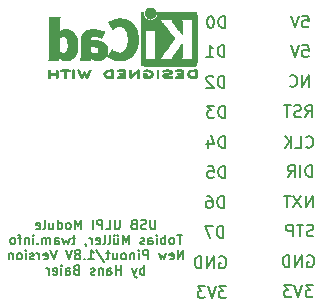
<source format=gbo>
%TF.GenerationSoftware,KiCad,Pcbnew,5.99.0-unknown-4594d88417~130~ubuntu20.04.1*%
%TF.CreationDate,2021-06-30T06:14:20+07:00*%
%TF.ProjectId,PmodUsbUlpi,506d6f64-5573-4625-956c-70692e6b6963,1*%
%TF.SameCoordinates,Original*%
%TF.FileFunction,Legend,Bot*%
%TF.FilePolarity,Positive*%
%FSLAX46Y46*%
G04 Gerber Fmt 4.6, Leading zero omitted, Abs format (unit mm)*
G04 Created by KiCad (PCBNEW 5.99.0-unknown-4594d88417~130~ubuntu20.04.1) date 2021-06-30 06:14:20*
%MOMM*%
%LPD*%
G01*
G04 APERTURE LIST*
%ADD10C,0.150000*%
%ADD11C,0.010000*%
%ADD12C,0.650000*%
%ADD13O,1.600000X1.000000*%
%ADD14O,2.100000X1.000000*%
%ADD15C,1.448000*%
%ADD16R,1.700000X1.700000*%
%ADD17O,1.700000X1.700000*%
G04 APERTURE END LIST*
D10*
X160788095Y-111802380D02*
X160169047Y-111802380D01*
X160502380Y-112183333D01*
X160359523Y-112183333D01*
X160264285Y-112230952D01*
X160216666Y-112278571D01*
X160169047Y-112373809D01*
X160169047Y-112611904D01*
X160216666Y-112707142D01*
X160264285Y-112754761D01*
X160359523Y-112802380D01*
X160645238Y-112802380D01*
X160740476Y-112754761D01*
X160788095Y-112707142D01*
X159883333Y-111802380D02*
X159550000Y-112802380D01*
X159216666Y-111802380D01*
X158978571Y-111802380D02*
X158359523Y-111802380D01*
X158692857Y-112183333D01*
X158550000Y-112183333D01*
X158454761Y-112230952D01*
X158407142Y-112278571D01*
X158359523Y-112373809D01*
X158359523Y-112611904D01*
X158407142Y-112707142D01*
X158454761Y-112754761D01*
X158550000Y-112802380D01*
X158835714Y-112802380D01*
X158930952Y-112754761D01*
X158978571Y-112707142D01*
X160211904Y-109350000D02*
X160307142Y-109302380D01*
X160450000Y-109302380D01*
X160592857Y-109350000D01*
X160688095Y-109445238D01*
X160735714Y-109540476D01*
X160783333Y-109730952D01*
X160783333Y-109873809D01*
X160735714Y-110064285D01*
X160688095Y-110159523D01*
X160592857Y-110254761D01*
X160450000Y-110302380D01*
X160354761Y-110302380D01*
X160211904Y-110254761D01*
X160164285Y-110207142D01*
X160164285Y-109873809D01*
X160354761Y-109873809D01*
X159735714Y-110302380D02*
X159735714Y-109302380D01*
X159164285Y-110302380D01*
X159164285Y-109302380D01*
X158688095Y-110302380D02*
X158688095Y-109302380D01*
X158450000Y-109302380D01*
X158307142Y-109350000D01*
X158211904Y-109445238D01*
X158164285Y-109540476D01*
X158116666Y-109730952D01*
X158116666Y-109873809D01*
X158164285Y-110064285D01*
X158211904Y-110159523D01*
X158307142Y-110254761D01*
X158450000Y-110302380D01*
X158688095Y-110302380D01*
X168092857Y-105152380D02*
X168092857Y-104152380D01*
X167521428Y-105152380D01*
X167521428Y-104152380D01*
X167140476Y-104152380D02*
X166473809Y-105152380D01*
X166473809Y-104152380D02*
X167140476Y-105152380D01*
X166235714Y-104152380D02*
X165664285Y-104152380D01*
X165950000Y-105152380D02*
X165950000Y-104152380D01*
X168138095Y-111752380D02*
X167519047Y-111752380D01*
X167852380Y-112133333D01*
X167709523Y-112133333D01*
X167614285Y-112180952D01*
X167566666Y-112228571D01*
X167519047Y-112323809D01*
X167519047Y-112561904D01*
X167566666Y-112657142D01*
X167614285Y-112704761D01*
X167709523Y-112752380D01*
X167995238Y-112752380D01*
X168090476Y-112704761D01*
X168138095Y-112657142D01*
X167233333Y-111752380D02*
X166900000Y-112752380D01*
X166566666Y-111752380D01*
X166328571Y-111752380D02*
X165709523Y-111752380D01*
X166042857Y-112133333D01*
X165900000Y-112133333D01*
X165804761Y-112180952D01*
X165757142Y-112228571D01*
X165709523Y-112323809D01*
X165709523Y-112561904D01*
X165757142Y-112657142D01*
X165804761Y-112704761D01*
X165900000Y-112752380D01*
X166185714Y-112752380D01*
X166280952Y-112704761D01*
X166328571Y-112657142D01*
X160638095Y-92402380D02*
X160638095Y-91402380D01*
X160400000Y-91402380D01*
X160257142Y-91450000D01*
X160161904Y-91545238D01*
X160114285Y-91640476D01*
X160066666Y-91830952D01*
X160066666Y-91973809D01*
X160114285Y-92164285D01*
X160161904Y-92259523D01*
X160257142Y-92354761D01*
X160400000Y-92402380D01*
X160638095Y-92402380D01*
X159114285Y-92402380D02*
X159685714Y-92402380D01*
X159400000Y-92402380D02*
X159400000Y-91402380D01*
X159495238Y-91545238D01*
X159590476Y-91640476D01*
X159685714Y-91688095D01*
X167545238Y-100007142D02*
X167592857Y-100054761D01*
X167735714Y-100102380D01*
X167830952Y-100102380D01*
X167973809Y-100054761D01*
X168069047Y-99959523D01*
X168116666Y-99864285D01*
X168164285Y-99673809D01*
X168164285Y-99530952D01*
X168116666Y-99340476D01*
X168069047Y-99245238D01*
X167973809Y-99150000D01*
X167830952Y-99102380D01*
X167735714Y-99102380D01*
X167592857Y-99150000D01*
X167545238Y-99197619D01*
X166640476Y-100102380D02*
X167116666Y-100102380D01*
X167116666Y-99102380D01*
X166307142Y-100102380D02*
X166307142Y-99102380D01*
X165735714Y-100102380D02*
X166164285Y-99530952D01*
X165735714Y-99102380D02*
X166307142Y-99673809D01*
X160688095Y-100102380D02*
X160688095Y-99102380D01*
X160450000Y-99102380D01*
X160307142Y-99150000D01*
X160211904Y-99245238D01*
X160164285Y-99340476D01*
X160116666Y-99530952D01*
X160116666Y-99673809D01*
X160164285Y-99864285D01*
X160211904Y-99959523D01*
X160307142Y-100054761D01*
X160450000Y-100102380D01*
X160688095Y-100102380D01*
X159259523Y-99435714D02*
X159259523Y-100102380D01*
X159497619Y-99054761D02*
X159735714Y-99769047D01*
X159116666Y-99769047D01*
X168166666Y-107554761D02*
X168023809Y-107602380D01*
X167785714Y-107602380D01*
X167690476Y-107554761D01*
X167642857Y-107507142D01*
X167595238Y-107411904D01*
X167595238Y-107316666D01*
X167642857Y-107221428D01*
X167690476Y-107173809D01*
X167785714Y-107126190D01*
X167976190Y-107078571D01*
X168071428Y-107030952D01*
X168119047Y-106983333D01*
X168166666Y-106888095D01*
X168166666Y-106792857D01*
X168119047Y-106697619D01*
X168071428Y-106650000D01*
X167976190Y-106602380D01*
X167738095Y-106602380D01*
X167595238Y-106650000D01*
X167309523Y-106602380D02*
X166738095Y-106602380D01*
X167023809Y-107602380D02*
X167023809Y-106602380D01*
X166404761Y-107602380D02*
X166404761Y-106602380D01*
X166023809Y-106602380D01*
X165928571Y-106650000D01*
X165880952Y-106697619D01*
X165833333Y-106792857D01*
X165833333Y-106935714D01*
X165880952Y-107030952D01*
X165928571Y-107078571D01*
X166023809Y-107126190D01*
X166404761Y-107126190D01*
X160688095Y-89952380D02*
X160688095Y-88952380D01*
X160450000Y-88952380D01*
X160307142Y-89000000D01*
X160211904Y-89095238D01*
X160164285Y-89190476D01*
X160116666Y-89380952D01*
X160116666Y-89523809D01*
X160164285Y-89714285D01*
X160211904Y-89809523D01*
X160307142Y-89904761D01*
X160450000Y-89952380D01*
X160688095Y-89952380D01*
X159497619Y-88952380D02*
X159402380Y-88952380D01*
X159307142Y-89000000D01*
X159259523Y-89047619D01*
X159211904Y-89142857D01*
X159164285Y-89333333D01*
X159164285Y-89571428D01*
X159211904Y-89761904D01*
X159259523Y-89857142D01*
X159307142Y-89904761D01*
X159402380Y-89952380D01*
X159497619Y-89952380D01*
X159592857Y-89904761D01*
X159640476Y-89857142D01*
X159688095Y-89761904D01*
X159735714Y-89571428D01*
X159735714Y-89333333D01*
X159688095Y-89142857D01*
X159640476Y-89047619D01*
X159592857Y-89000000D01*
X159497619Y-88952380D01*
X160688095Y-97552380D02*
X160688095Y-96552380D01*
X160450000Y-96552380D01*
X160307142Y-96600000D01*
X160211904Y-96695238D01*
X160164285Y-96790476D01*
X160116666Y-96980952D01*
X160116666Y-97123809D01*
X160164285Y-97314285D01*
X160211904Y-97409523D01*
X160307142Y-97504761D01*
X160450000Y-97552380D01*
X160688095Y-97552380D01*
X159783333Y-96552380D02*
X159164285Y-96552380D01*
X159497619Y-96933333D01*
X159354761Y-96933333D01*
X159259523Y-96980952D01*
X159211904Y-97028571D01*
X159164285Y-97123809D01*
X159164285Y-97361904D01*
X159211904Y-97457142D01*
X159259523Y-97504761D01*
X159354761Y-97552380D01*
X159640476Y-97552380D01*
X159735714Y-97504761D01*
X159783333Y-97457142D01*
X160688095Y-102652380D02*
X160688095Y-101652380D01*
X160450000Y-101652380D01*
X160307142Y-101700000D01*
X160211904Y-101795238D01*
X160164285Y-101890476D01*
X160116666Y-102080952D01*
X160116666Y-102223809D01*
X160164285Y-102414285D01*
X160211904Y-102509523D01*
X160307142Y-102604761D01*
X160450000Y-102652380D01*
X160688095Y-102652380D01*
X159211904Y-101652380D02*
X159688095Y-101652380D01*
X159735714Y-102128571D01*
X159688095Y-102080952D01*
X159592857Y-102033333D01*
X159354761Y-102033333D01*
X159259523Y-102080952D01*
X159211904Y-102128571D01*
X159164285Y-102223809D01*
X159164285Y-102461904D01*
X159211904Y-102557142D01*
X159259523Y-102604761D01*
X159354761Y-102652380D01*
X159592857Y-102652380D01*
X159688095Y-102604761D01*
X159735714Y-102557142D01*
X167240476Y-88902380D02*
X167716666Y-88902380D01*
X167764285Y-89378571D01*
X167716666Y-89330952D01*
X167621428Y-89283333D01*
X167383333Y-89283333D01*
X167288095Y-89330952D01*
X167240476Y-89378571D01*
X167192857Y-89473809D01*
X167192857Y-89711904D01*
X167240476Y-89807142D01*
X167288095Y-89854761D01*
X167383333Y-89902380D01*
X167621428Y-89902380D01*
X167716666Y-89854761D01*
X167764285Y-89807142D01*
X166907142Y-88902380D02*
X166573809Y-89902380D01*
X166240476Y-88902380D01*
X154797619Y-106179904D02*
X154797619Y-106827523D01*
X154759523Y-106903714D01*
X154721428Y-106941809D01*
X154645238Y-106979904D01*
X154492857Y-106979904D01*
X154416666Y-106941809D01*
X154378571Y-106903714D01*
X154340476Y-106827523D01*
X154340476Y-106179904D01*
X153997619Y-106941809D02*
X153883333Y-106979904D01*
X153692857Y-106979904D01*
X153616666Y-106941809D01*
X153578571Y-106903714D01*
X153540476Y-106827523D01*
X153540476Y-106751333D01*
X153578571Y-106675142D01*
X153616666Y-106637047D01*
X153692857Y-106598952D01*
X153845238Y-106560857D01*
X153921428Y-106522761D01*
X153959523Y-106484666D01*
X153997619Y-106408476D01*
X153997619Y-106332285D01*
X153959523Y-106256095D01*
X153921428Y-106218000D01*
X153845238Y-106179904D01*
X153654761Y-106179904D01*
X153540476Y-106218000D01*
X152930952Y-106560857D02*
X152816666Y-106598952D01*
X152778571Y-106637047D01*
X152740476Y-106713238D01*
X152740476Y-106827523D01*
X152778571Y-106903714D01*
X152816666Y-106941809D01*
X152892857Y-106979904D01*
X153197619Y-106979904D01*
X153197619Y-106179904D01*
X152930952Y-106179904D01*
X152854761Y-106218000D01*
X152816666Y-106256095D01*
X152778571Y-106332285D01*
X152778571Y-106408476D01*
X152816666Y-106484666D01*
X152854761Y-106522761D01*
X152930952Y-106560857D01*
X153197619Y-106560857D01*
X151788095Y-106179904D02*
X151788095Y-106827523D01*
X151750000Y-106903714D01*
X151711904Y-106941809D01*
X151635714Y-106979904D01*
X151483333Y-106979904D01*
X151407142Y-106941809D01*
X151369047Y-106903714D01*
X151330952Y-106827523D01*
X151330952Y-106179904D01*
X150569047Y-106979904D02*
X150950000Y-106979904D01*
X150950000Y-106179904D01*
X150302380Y-106979904D02*
X150302380Y-106179904D01*
X149997619Y-106179904D01*
X149921428Y-106218000D01*
X149883333Y-106256095D01*
X149845238Y-106332285D01*
X149845238Y-106446571D01*
X149883333Y-106522761D01*
X149921428Y-106560857D01*
X149997619Y-106598952D01*
X150302380Y-106598952D01*
X149502380Y-106979904D02*
X149502380Y-106179904D01*
X148511904Y-106979904D02*
X148511904Y-106179904D01*
X148245238Y-106751333D01*
X147978571Y-106179904D01*
X147978571Y-106979904D01*
X147483333Y-106979904D02*
X147559523Y-106941809D01*
X147597619Y-106903714D01*
X147635714Y-106827523D01*
X147635714Y-106598952D01*
X147597619Y-106522761D01*
X147559523Y-106484666D01*
X147483333Y-106446571D01*
X147369047Y-106446571D01*
X147292857Y-106484666D01*
X147254761Y-106522761D01*
X147216666Y-106598952D01*
X147216666Y-106827523D01*
X147254761Y-106903714D01*
X147292857Y-106941809D01*
X147369047Y-106979904D01*
X147483333Y-106979904D01*
X146530952Y-106979904D02*
X146530952Y-106179904D01*
X146530952Y-106941809D02*
X146607142Y-106979904D01*
X146759523Y-106979904D01*
X146835714Y-106941809D01*
X146873809Y-106903714D01*
X146911904Y-106827523D01*
X146911904Y-106598952D01*
X146873809Y-106522761D01*
X146835714Y-106484666D01*
X146759523Y-106446571D01*
X146607142Y-106446571D01*
X146530952Y-106484666D01*
X145807142Y-106446571D02*
X145807142Y-106979904D01*
X146150000Y-106446571D02*
X146150000Y-106865619D01*
X146111904Y-106941809D01*
X146035714Y-106979904D01*
X145921428Y-106979904D01*
X145845238Y-106941809D01*
X145807142Y-106903714D01*
X145311904Y-106979904D02*
X145388095Y-106941809D01*
X145426190Y-106865619D01*
X145426190Y-106179904D01*
X144702380Y-106941809D02*
X144778571Y-106979904D01*
X144930952Y-106979904D01*
X145007142Y-106941809D01*
X145045238Y-106865619D01*
X145045238Y-106560857D01*
X145007142Y-106484666D01*
X144930952Y-106446571D01*
X144778571Y-106446571D01*
X144702380Y-106484666D01*
X144664285Y-106560857D01*
X144664285Y-106637047D01*
X145045238Y-106713238D01*
X157083333Y-107467904D02*
X156626190Y-107467904D01*
X156854761Y-108267904D02*
X156854761Y-107467904D01*
X156245238Y-108267904D02*
X156321428Y-108229809D01*
X156359523Y-108191714D01*
X156397619Y-108115523D01*
X156397619Y-107886952D01*
X156359523Y-107810761D01*
X156321428Y-107772666D01*
X156245238Y-107734571D01*
X156130952Y-107734571D01*
X156054761Y-107772666D01*
X156016666Y-107810761D01*
X155978571Y-107886952D01*
X155978571Y-108115523D01*
X156016666Y-108191714D01*
X156054761Y-108229809D01*
X156130952Y-108267904D01*
X156245238Y-108267904D01*
X155635714Y-108267904D02*
X155635714Y-107467904D01*
X155635714Y-107772666D02*
X155559523Y-107734571D01*
X155407142Y-107734571D01*
X155330952Y-107772666D01*
X155292857Y-107810761D01*
X155254761Y-107886952D01*
X155254761Y-108115523D01*
X155292857Y-108191714D01*
X155330952Y-108229809D01*
X155407142Y-108267904D01*
X155559523Y-108267904D01*
X155635714Y-108229809D01*
X154911904Y-108267904D02*
X154911904Y-107734571D01*
X154911904Y-107467904D02*
X154950000Y-107506000D01*
X154911904Y-107544095D01*
X154873809Y-107506000D01*
X154911904Y-107467904D01*
X154911904Y-107544095D01*
X154188095Y-108267904D02*
X154188095Y-107848857D01*
X154226190Y-107772666D01*
X154302380Y-107734571D01*
X154454761Y-107734571D01*
X154530952Y-107772666D01*
X154188095Y-108229809D02*
X154264285Y-108267904D01*
X154454761Y-108267904D01*
X154530952Y-108229809D01*
X154569047Y-108153619D01*
X154569047Y-108077428D01*
X154530952Y-108001238D01*
X154454761Y-107963142D01*
X154264285Y-107963142D01*
X154188095Y-107925047D01*
X153845238Y-108229809D02*
X153769047Y-108267904D01*
X153616666Y-108267904D01*
X153540476Y-108229809D01*
X153502380Y-108153619D01*
X153502380Y-108115523D01*
X153540476Y-108039333D01*
X153616666Y-108001238D01*
X153730952Y-108001238D01*
X153807142Y-107963142D01*
X153845238Y-107886952D01*
X153845238Y-107848857D01*
X153807142Y-107772666D01*
X153730952Y-107734571D01*
X153616666Y-107734571D01*
X153540476Y-107772666D01*
X152550000Y-108267904D02*
X152550000Y-107467904D01*
X152283333Y-108039333D01*
X152016666Y-107467904D01*
X152016666Y-108267904D01*
X151292857Y-107734571D02*
X151292857Y-108267904D01*
X151635714Y-107734571D02*
X151635714Y-108153619D01*
X151597619Y-108229809D01*
X151521428Y-108267904D01*
X151407142Y-108267904D01*
X151330952Y-108229809D01*
X151292857Y-108191714D01*
X151597619Y-107467904D02*
X151559523Y-107506000D01*
X151597619Y-107544095D01*
X151635714Y-107506000D01*
X151597619Y-107467904D01*
X151597619Y-107544095D01*
X151292857Y-107467904D02*
X151254761Y-107506000D01*
X151292857Y-107544095D01*
X151330952Y-107506000D01*
X151292857Y-107467904D01*
X151292857Y-107544095D01*
X150797619Y-108267904D02*
X150873809Y-108229809D01*
X150911904Y-108153619D01*
X150911904Y-107467904D01*
X150378571Y-108267904D02*
X150454761Y-108229809D01*
X150492857Y-108153619D01*
X150492857Y-107467904D01*
X149769047Y-108229809D02*
X149845238Y-108267904D01*
X149997619Y-108267904D01*
X150073809Y-108229809D01*
X150111904Y-108153619D01*
X150111904Y-107848857D01*
X150073809Y-107772666D01*
X149997619Y-107734571D01*
X149845238Y-107734571D01*
X149769047Y-107772666D01*
X149730952Y-107848857D01*
X149730952Y-107925047D01*
X150111904Y-108001238D01*
X149388095Y-108267904D02*
X149388095Y-107734571D01*
X149388095Y-107886952D02*
X149350000Y-107810761D01*
X149311904Y-107772666D01*
X149235714Y-107734571D01*
X149159523Y-107734571D01*
X148854761Y-108229809D02*
X148854761Y-108267904D01*
X148892857Y-108344095D01*
X148930952Y-108382190D01*
X148016666Y-107734571D02*
X147711904Y-107734571D01*
X147902380Y-107467904D02*
X147902380Y-108153619D01*
X147864285Y-108229809D01*
X147788095Y-108267904D01*
X147711904Y-108267904D01*
X147521428Y-107734571D02*
X147369047Y-108267904D01*
X147216666Y-107886952D01*
X147064285Y-108267904D01*
X146911904Y-107734571D01*
X146264285Y-108267904D02*
X146264285Y-107848857D01*
X146302380Y-107772666D01*
X146378571Y-107734571D01*
X146530952Y-107734571D01*
X146607142Y-107772666D01*
X146264285Y-108229809D02*
X146340476Y-108267904D01*
X146530952Y-108267904D01*
X146607142Y-108229809D01*
X146645238Y-108153619D01*
X146645238Y-108077428D01*
X146607142Y-108001238D01*
X146530952Y-107963142D01*
X146340476Y-107963142D01*
X146264285Y-107925047D01*
X145883333Y-108267904D02*
X145883333Y-107734571D01*
X145883333Y-107810761D02*
X145845238Y-107772666D01*
X145769047Y-107734571D01*
X145654761Y-107734571D01*
X145578571Y-107772666D01*
X145540476Y-107848857D01*
X145540476Y-108267904D01*
X145540476Y-107848857D02*
X145502380Y-107772666D01*
X145426190Y-107734571D01*
X145311904Y-107734571D01*
X145235714Y-107772666D01*
X145197619Y-107848857D01*
X145197619Y-108267904D01*
X144816666Y-108191714D02*
X144778571Y-108229809D01*
X144816666Y-108267904D01*
X144854761Y-108229809D01*
X144816666Y-108191714D01*
X144816666Y-108267904D01*
X144435714Y-108267904D02*
X144435714Y-107734571D01*
X144435714Y-107467904D02*
X144473809Y-107506000D01*
X144435714Y-107544095D01*
X144397619Y-107506000D01*
X144435714Y-107467904D01*
X144435714Y-107544095D01*
X144054761Y-107734571D02*
X144054761Y-108267904D01*
X144054761Y-107810761D02*
X144016666Y-107772666D01*
X143940476Y-107734571D01*
X143826190Y-107734571D01*
X143750000Y-107772666D01*
X143711904Y-107848857D01*
X143711904Y-108267904D01*
X143445238Y-107734571D02*
X143140476Y-107734571D01*
X143330952Y-108267904D02*
X143330952Y-107582190D01*
X143292857Y-107506000D01*
X143216666Y-107467904D01*
X143140476Y-107467904D01*
X142759523Y-108267904D02*
X142835714Y-108229809D01*
X142873809Y-108191714D01*
X142911904Y-108115523D01*
X142911904Y-107886952D01*
X142873809Y-107810761D01*
X142835714Y-107772666D01*
X142759523Y-107734571D01*
X142645238Y-107734571D01*
X142569047Y-107772666D01*
X142530952Y-107810761D01*
X142492857Y-107886952D01*
X142492857Y-108115523D01*
X142530952Y-108191714D01*
X142569047Y-108229809D01*
X142645238Y-108267904D01*
X142759523Y-108267904D01*
X157140476Y-109555904D02*
X157140476Y-108755904D01*
X156683333Y-109555904D01*
X156683333Y-108755904D01*
X155997619Y-109517809D02*
X156073809Y-109555904D01*
X156226190Y-109555904D01*
X156302380Y-109517809D01*
X156340476Y-109441619D01*
X156340476Y-109136857D01*
X156302380Y-109060666D01*
X156226190Y-109022571D01*
X156073809Y-109022571D01*
X155997619Y-109060666D01*
X155959523Y-109136857D01*
X155959523Y-109213047D01*
X156340476Y-109289238D01*
X155692857Y-109022571D02*
X155540476Y-109555904D01*
X155388095Y-109174952D01*
X155235714Y-109555904D01*
X155083333Y-109022571D01*
X154169047Y-109555904D02*
X154169047Y-108755904D01*
X153864285Y-108755904D01*
X153788095Y-108794000D01*
X153750000Y-108832095D01*
X153711904Y-108908285D01*
X153711904Y-109022571D01*
X153750000Y-109098761D01*
X153788095Y-109136857D01*
X153864285Y-109174952D01*
X154169047Y-109174952D01*
X153369047Y-109555904D02*
X153369047Y-109022571D01*
X153369047Y-108755904D02*
X153407142Y-108794000D01*
X153369047Y-108832095D01*
X153330952Y-108794000D01*
X153369047Y-108755904D01*
X153369047Y-108832095D01*
X152988095Y-109022571D02*
X152988095Y-109555904D01*
X152988095Y-109098761D02*
X152950000Y-109060666D01*
X152873809Y-109022571D01*
X152759523Y-109022571D01*
X152683333Y-109060666D01*
X152645238Y-109136857D01*
X152645238Y-109555904D01*
X152150000Y-109555904D02*
X152226190Y-109517809D01*
X152264285Y-109479714D01*
X152302380Y-109403523D01*
X152302380Y-109174952D01*
X152264285Y-109098761D01*
X152226190Y-109060666D01*
X152150000Y-109022571D01*
X152035714Y-109022571D01*
X151959523Y-109060666D01*
X151921428Y-109098761D01*
X151883333Y-109174952D01*
X151883333Y-109403523D01*
X151921428Y-109479714D01*
X151959523Y-109517809D01*
X152035714Y-109555904D01*
X152150000Y-109555904D01*
X151197619Y-109022571D02*
X151197619Y-109555904D01*
X151540476Y-109022571D02*
X151540476Y-109441619D01*
X151502380Y-109517809D01*
X151426190Y-109555904D01*
X151311904Y-109555904D01*
X151235714Y-109517809D01*
X151197619Y-109479714D01*
X150930952Y-109022571D02*
X150626190Y-109022571D01*
X150816666Y-108755904D02*
X150816666Y-109441619D01*
X150778571Y-109517809D01*
X150702380Y-109555904D01*
X150626190Y-109555904D01*
X149788095Y-108717809D02*
X150473809Y-109746380D01*
X149102380Y-109555904D02*
X149559523Y-109555904D01*
X149330952Y-109555904D02*
X149330952Y-108755904D01*
X149407142Y-108870190D01*
X149483333Y-108946380D01*
X149559523Y-108984476D01*
X148759523Y-109479714D02*
X148721428Y-109517809D01*
X148759523Y-109555904D01*
X148797619Y-109517809D01*
X148759523Y-109479714D01*
X148759523Y-109555904D01*
X148264285Y-109098761D02*
X148340476Y-109060666D01*
X148378571Y-109022571D01*
X148416666Y-108946380D01*
X148416666Y-108908285D01*
X148378571Y-108832095D01*
X148340476Y-108794000D01*
X148264285Y-108755904D01*
X148111904Y-108755904D01*
X148035714Y-108794000D01*
X147997619Y-108832095D01*
X147959523Y-108908285D01*
X147959523Y-108946380D01*
X147997619Y-109022571D01*
X148035714Y-109060666D01*
X148111904Y-109098761D01*
X148264285Y-109098761D01*
X148340476Y-109136857D01*
X148378571Y-109174952D01*
X148416666Y-109251142D01*
X148416666Y-109403523D01*
X148378571Y-109479714D01*
X148340476Y-109517809D01*
X148264285Y-109555904D01*
X148111904Y-109555904D01*
X148035714Y-109517809D01*
X147997619Y-109479714D01*
X147959523Y-109403523D01*
X147959523Y-109251142D01*
X147997619Y-109174952D01*
X148035714Y-109136857D01*
X148111904Y-109098761D01*
X147730952Y-108755904D02*
X147464285Y-109555904D01*
X147197619Y-108755904D01*
X146435714Y-108755904D02*
X146169047Y-109555904D01*
X145902380Y-108755904D01*
X145330952Y-109517809D02*
X145407142Y-109555904D01*
X145559523Y-109555904D01*
X145635714Y-109517809D01*
X145673809Y-109441619D01*
X145673809Y-109136857D01*
X145635714Y-109060666D01*
X145559523Y-109022571D01*
X145407142Y-109022571D01*
X145330952Y-109060666D01*
X145292857Y-109136857D01*
X145292857Y-109213047D01*
X145673809Y-109289238D01*
X144950000Y-109555904D02*
X144950000Y-109022571D01*
X144950000Y-109174952D02*
X144911904Y-109098761D01*
X144873809Y-109060666D01*
X144797619Y-109022571D01*
X144721428Y-109022571D01*
X144492857Y-109517809D02*
X144416666Y-109555904D01*
X144264285Y-109555904D01*
X144188095Y-109517809D01*
X144150000Y-109441619D01*
X144150000Y-109403523D01*
X144188095Y-109327333D01*
X144264285Y-109289238D01*
X144378571Y-109289238D01*
X144454761Y-109251142D01*
X144492857Y-109174952D01*
X144492857Y-109136857D01*
X144454761Y-109060666D01*
X144378571Y-109022571D01*
X144264285Y-109022571D01*
X144188095Y-109060666D01*
X143807142Y-109555904D02*
X143807142Y-109022571D01*
X143807142Y-108755904D02*
X143845238Y-108794000D01*
X143807142Y-108832095D01*
X143769047Y-108794000D01*
X143807142Y-108755904D01*
X143807142Y-108832095D01*
X143311904Y-109555904D02*
X143388095Y-109517809D01*
X143426190Y-109479714D01*
X143464285Y-109403523D01*
X143464285Y-109174952D01*
X143426190Y-109098761D01*
X143388095Y-109060666D01*
X143311904Y-109022571D01*
X143197619Y-109022571D01*
X143121428Y-109060666D01*
X143083333Y-109098761D01*
X143045238Y-109174952D01*
X143045238Y-109403523D01*
X143083333Y-109479714D01*
X143121428Y-109517809D01*
X143197619Y-109555904D01*
X143311904Y-109555904D01*
X142702380Y-109022571D02*
X142702380Y-109555904D01*
X142702380Y-109098761D02*
X142664285Y-109060666D01*
X142588095Y-109022571D01*
X142473809Y-109022571D01*
X142397619Y-109060666D01*
X142359523Y-109136857D01*
X142359523Y-109555904D01*
X153845238Y-110843904D02*
X153845238Y-110043904D01*
X153845238Y-110348666D02*
X153769047Y-110310571D01*
X153616666Y-110310571D01*
X153540476Y-110348666D01*
X153502380Y-110386761D01*
X153464285Y-110462952D01*
X153464285Y-110691523D01*
X153502380Y-110767714D01*
X153540476Y-110805809D01*
X153616666Y-110843904D01*
X153769047Y-110843904D01*
X153845238Y-110805809D01*
X153197619Y-110310571D02*
X153007142Y-110843904D01*
X152816666Y-110310571D02*
X153007142Y-110843904D01*
X153083333Y-111034380D01*
X153121428Y-111072476D01*
X153197619Y-111110571D01*
X151902380Y-110843904D02*
X151902380Y-110043904D01*
X151902380Y-110424857D02*
X151445238Y-110424857D01*
X151445238Y-110843904D02*
X151445238Y-110043904D01*
X150721428Y-110843904D02*
X150721428Y-110424857D01*
X150759523Y-110348666D01*
X150835714Y-110310571D01*
X150988095Y-110310571D01*
X151064285Y-110348666D01*
X150721428Y-110805809D02*
X150797619Y-110843904D01*
X150988095Y-110843904D01*
X151064285Y-110805809D01*
X151102380Y-110729619D01*
X151102380Y-110653428D01*
X151064285Y-110577238D01*
X150988095Y-110539142D01*
X150797619Y-110539142D01*
X150721428Y-110501047D01*
X150340476Y-110310571D02*
X150340476Y-110843904D01*
X150340476Y-110386761D02*
X150302380Y-110348666D01*
X150226190Y-110310571D01*
X150111904Y-110310571D01*
X150035714Y-110348666D01*
X149997619Y-110424857D01*
X149997619Y-110843904D01*
X149654761Y-110805809D02*
X149578571Y-110843904D01*
X149426190Y-110843904D01*
X149350000Y-110805809D01*
X149311904Y-110729619D01*
X149311904Y-110691523D01*
X149350000Y-110615333D01*
X149426190Y-110577238D01*
X149540476Y-110577238D01*
X149616666Y-110539142D01*
X149654761Y-110462952D01*
X149654761Y-110424857D01*
X149616666Y-110348666D01*
X149540476Y-110310571D01*
X149426190Y-110310571D01*
X149350000Y-110348666D01*
X148092857Y-110424857D02*
X147978571Y-110462952D01*
X147940476Y-110501047D01*
X147902380Y-110577238D01*
X147902380Y-110691523D01*
X147940476Y-110767714D01*
X147978571Y-110805809D01*
X148054761Y-110843904D01*
X148359523Y-110843904D01*
X148359523Y-110043904D01*
X148092857Y-110043904D01*
X148016666Y-110082000D01*
X147978571Y-110120095D01*
X147940476Y-110196285D01*
X147940476Y-110272476D01*
X147978571Y-110348666D01*
X148016666Y-110386761D01*
X148092857Y-110424857D01*
X148359523Y-110424857D01*
X147216666Y-110843904D02*
X147216666Y-110424857D01*
X147254761Y-110348666D01*
X147330952Y-110310571D01*
X147483333Y-110310571D01*
X147559523Y-110348666D01*
X147216666Y-110805809D02*
X147292857Y-110843904D01*
X147483333Y-110843904D01*
X147559523Y-110805809D01*
X147597619Y-110729619D01*
X147597619Y-110653428D01*
X147559523Y-110577238D01*
X147483333Y-110539142D01*
X147292857Y-110539142D01*
X147216666Y-110501047D01*
X146835714Y-110843904D02*
X146835714Y-110310571D01*
X146835714Y-110043904D02*
X146873809Y-110082000D01*
X146835714Y-110120095D01*
X146797619Y-110082000D01*
X146835714Y-110043904D01*
X146835714Y-110120095D01*
X146150000Y-110805809D02*
X146226190Y-110843904D01*
X146378571Y-110843904D01*
X146454761Y-110805809D01*
X146492857Y-110729619D01*
X146492857Y-110424857D01*
X146454761Y-110348666D01*
X146378571Y-110310571D01*
X146226190Y-110310571D01*
X146150000Y-110348666D01*
X146111904Y-110424857D01*
X146111904Y-110501047D01*
X146492857Y-110577238D01*
X145769047Y-110843904D02*
X145769047Y-110310571D01*
X145769047Y-110462952D02*
X145730952Y-110386761D01*
X145692857Y-110348666D01*
X145616666Y-110310571D01*
X145540476Y-110310571D01*
X168050000Y-102552380D02*
X168050000Y-101552380D01*
X167811904Y-101552380D01*
X167669047Y-101600000D01*
X167573809Y-101695238D01*
X167526190Y-101790476D01*
X167478571Y-101980952D01*
X167478571Y-102123809D01*
X167526190Y-102314285D01*
X167573809Y-102409523D01*
X167669047Y-102504761D01*
X167811904Y-102552380D01*
X168050000Y-102552380D01*
X167050000Y-102552380D02*
X167050000Y-101552380D01*
X166002380Y-102552380D02*
X166335714Y-102076190D01*
X166573809Y-102552380D02*
X166573809Y-101552380D01*
X166192857Y-101552380D01*
X166097619Y-101600000D01*
X166050000Y-101647619D01*
X166002380Y-101742857D01*
X166002380Y-101885714D01*
X166050000Y-101980952D01*
X166097619Y-102028571D01*
X166192857Y-102076190D01*
X166573809Y-102076190D01*
X167785714Y-94952380D02*
X167785714Y-93952380D01*
X167214285Y-94952380D01*
X167214285Y-93952380D01*
X166166666Y-94857142D02*
X166214285Y-94904761D01*
X166357142Y-94952380D01*
X166452380Y-94952380D01*
X166595238Y-94904761D01*
X166690476Y-94809523D01*
X166738095Y-94714285D01*
X166785714Y-94523809D01*
X166785714Y-94380952D01*
X166738095Y-94190476D01*
X166690476Y-94095238D01*
X166595238Y-94000000D01*
X166452380Y-93952380D01*
X166357142Y-93952380D01*
X166214285Y-94000000D01*
X166166666Y-94047619D01*
X167497619Y-97502380D02*
X167830952Y-97026190D01*
X168069047Y-97502380D02*
X168069047Y-96502380D01*
X167688095Y-96502380D01*
X167592857Y-96550000D01*
X167545238Y-96597619D01*
X167497619Y-96692857D01*
X167497619Y-96835714D01*
X167545238Y-96930952D01*
X167592857Y-96978571D01*
X167688095Y-97026190D01*
X168069047Y-97026190D01*
X167116666Y-97454761D02*
X166973809Y-97502380D01*
X166735714Y-97502380D01*
X166640476Y-97454761D01*
X166592857Y-97407142D01*
X166545238Y-97311904D01*
X166545238Y-97216666D01*
X166592857Y-97121428D01*
X166640476Y-97073809D01*
X166735714Y-97026190D01*
X166926190Y-96978571D01*
X167021428Y-96930952D01*
X167069047Y-96883333D01*
X167116666Y-96788095D01*
X167116666Y-96692857D01*
X167069047Y-96597619D01*
X167021428Y-96550000D01*
X166926190Y-96502380D01*
X166688095Y-96502380D01*
X166545238Y-96550000D01*
X166259523Y-96502380D02*
X165688095Y-96502380D01*
X165973809Y-97502380D02*
X165973809Y-96502380D01*
X167240476Y-91402380D02*
X167716666Y-91402380D01*
X167764285Y-91878571D01*
X167716666Y-91830952D01*
X167621428Y-91783333D01*
X167383333Y-91783333D01*
X167288095Y-91830952D01*
X167240476Y-91878571D01*
X167192857Y-91973809D01*
X167192857Y-92211904D01*
X167240476Y-92307142D01*
X167288095Y-92354761D01*
X167383333Y-92402380D01*
X167621428Y-92402380D01*
X167716666Y-92354761D01*
X167764285Y-92307142D01*
X166907142Y-91402380D02*
X166573809Y-92402380D01*
X166240476Y-91402380D01*
X167661904Y-109250000D02*
X167757142Y-109202380D01*
X167900000Y-109202380D01*
X168042857Y-109250000D01*
X168138095Y-109345238D01*
X168185714Y-109440476D01*
X168233333Y-109630952D01*
X168233333Y-109773809D01*
X168185714Y-109964285D01*
X168138095Y-110059523D01*
X168042857Y-110154761D01*
X167900000Y-110202380D01*
X167804761Y-110202380D01*
X167661904Y-110154761D01*
X167614285Y-110107142D01*
X167614285Y-109773809D01*
X167804761Y-109773809D01*
X167185714Y-110202380D02*
X167185714Y-109202380D01*
X166614285Y-110202380D01*
X166614285Y-109202380D01*
X166138095Y-110202380D02*
X166138095Y-109202380D01*
X165900000Y-109202380D01*
X165757142Y-109250000D01*
X165661904Y-109345238D01*
X165614285Y-109440476D01*
X165566666Y-109630952D01*
X165566666Y-109773809D01*
X165614285Y-109964285D01*
X165661904Y-110059523D01*
X165757142Y-110154761D01*
X165900000Y-110202380D01*
X166138095Y-110202380D01*
X160538095Y-107702380D02*
X160538095Y-106702380D01*
X160300000Y-106702380D01*
X160157142Y-106750000D01*
X160061904Y-106845238D01*
X160014285Y-106940476D01*
X159966666Y-107130952D01*
X159966666Y-107273809D01*
X160014285Y-107464285D01*
X160061904Y-107559523D01*
X160157142Y-107654761D01*
X160300000Y-107702380D01*
X160538095Y-107702380D01*
X159633333Y-106702380D02*
X158966666Y-106702380D01*
X159395238Y-107702380D01*
X160638095Y-95002380D02*
X160638095Y-94002380D01*
X160400000Y-94002380D01*
X160257142Y-94050000D01*
X160161904Y-94145238D01*
X160114285Y-94240476D01*
X160066666Y-94430952D01*
X160066666Y-94573809D01*
X160114285Y-94764285D01*
X160161904Y-94859523D01*
X160257142Y-94954761D01*
X160400000Y-95002380D01*
X160638095Y-95002380D01*
X159685714Y-94097619D02*
X159638095Y-94050000D01*
X159542857Y-94002380D01*
X159304761Y-94002380D01*
X159209523Y-94050000D01*
X159161904Y-94097619D01*
X159114285Y-94192857D01*
X159114285Y-94288095D01*
X159161904Y-94430952D01*
X159733333Y-95002380D01*
X159114285Y-95002380D01*
X160588095Y-105202380D02*
X160588095Y-104202380D01*
X160350000Y-104202380D01*
X160207142Y-104250000D01*
X160111904Y-104345238D01*
X160064285Y-104440476D01*
X160016666Y-104630952D01*
X160016666Y-104773809D01*
X160064285Y-104964285D01*
X160111904Y-105059523D01*
X160207142Y-105154761D01*
X160350000Y-105202380D01*
X160588095Y-105202380D01*
X159159523Y-104202380D02*
X159350000Y-104202380D01*
X159445238Y-104250000D01*
X159492857Y-104297619D01*
X159588095Y-104440476D01*
X159635714Y-104630952D01*
X159635714Y-105011904D01*
X159588095Y-105107142D01*
X159540476Y-105154761D01*
X159445238Y-105202380D01*
X159254761Y-105202380D01*
X159159523Y-105154761D01*
X159111904Y-105107142D01*
X159064285Y-105011904D01*
X159064285Y-104773809D01*
X159111904Y-104678571D01*
X159159523Y-104630952D01*
X159254761Y-104583333D01*
X159445238Y-104583333D01*
X159540476Y-104630952D01*
X159588095Y-104678571D01*
X159635714Y-104773809D01*
D11*
X155691703Y-93470351D02*
X155616888Y-93475581D01*
X155616888Y-93475581D02*
X155547306Y-93483750D01*
X155547306Y-93483750D02*
X155487002Y-93494550D01*
X155487002Y-93494550D02*
X155440020Y-93507673D01*
X155440020Y-93507673D02*
X155410406Y-93522813D01*
X155410406Y-93522813D02*
X155405860Y-93527269D01*
X155405860Y-93527269D02*
X155390054Y-93561850D01*
X155390054Y-93561850D02*
X155394847Y-93597351D01*
X155394847Y-93597351D02*
X155419364Y-93627725D01*
X155419364Y-93627725D02*
X155420534Y-93628596D01*
X155420534Y-93628596D02*
X155434954Y-93637954D01*
X155434954Y-93637954D02*
X155450008Y-93642876D01*
X155450008Y-93642876D02*
X155471005Y-93643473D01*
X155471005Y-93643473D02*
X155503257Y-93639861D01*
X155503257Y-93639861D02*
X155552073Y-93632154D01*
X155552073Y-93632154D02*
X155556000Y-93631505D01*
X155556000Y-93631505D02*
X155628739Y-93622569D01*
X155628739Y-93622569D02*
X155707217Y-93618161D01*
X155707217Y-93618161D02*
X155785927Y-93618119D01*
X155785927Y-93618119D02*
X155859361Y-93622279D01*
X155859361Y-93622279D02*
X155922011Y-93630479D01*
X155922011Y-93630479D02*
X155968370Y-93642557D01*
X155968370Y-93642557D02*
X155971416Y-93643771D01*
X155971416Y-93643771D02*
X156005048Y-93662615D01*
X156005048Y-93662615D02*
X156016864Y-93681685D01*
X156016864Y-93681685D02*
X156007614Y-93700439D01*
X156007614Y-93700439D02*
X155978047Y-93718337D01*
X155978047Y-93718337D02*
X155928911Y-93734837D01*
X155928911Y-93734837D02*
X155860957Y-93749396D01*
X155860957Y-93749396D02*
X155815645Y-93756406D01*
X155815645Y-93756406D02*
X155721456Y-93769889D01*
X155721456Y-93769889D02*
X155646544Y-93782214D01*
X155646544Y-93782214D02*
X155587717Y-93794449D01*
X155587717Y-93794449D02*
X155541785Y-93807661D01*
X155541785Y-93807661D02*
X155505555Y-93822917D01*
X155505555Y-93822917D02*
X155475838Y-93841285D01*
X155475838Y-93841285D02*
X155449442Y-93863831D01*
X155449442Y-93863831D02*
X155428230Y-93885971D01*
X155428230Y-93885971D02*
X155403065Y-93916819D01*
X155403065Y-93916819D02*
X155390681Y-93943345D01*
X155390681Y-93943345D02*
X155386808Y-93976026D01*
X155386808Y-93976026D02*
X155386667Y-93987995D01*
X155386667Y-93987995D02*
X155389576Y-94027712D01*
X155389576Y-94027712D02*
X155401202Y-94057259D01*
X155401202Y-94057259D02*
X155421323Y-94083486D01*
X155421323Y-94083486D02*
X155462216Y-94123576D01*
X155462216Y-94123576D02*
X155507817Y-94154149D01*
X155507817Y-94154149D02*
X155561513Y-94176203D01*
X155561513Y-94176203D02*
X155626692Y-94190735D01*
X155626692Y-94190735D02*
X155706744Y-94198741D01*
X155706744Y-94198741D02*
X155805057Y-94201218D01*
X155805057Y-94201218D02*
X155821289Y-94201177D01*
X155821289Y-94201177D02*
X155886849Y-94199818D01*
X155886849Y-94199818D02*
X155951866Y-94196730D01*
X155951866Y-94196730D02*
X156009252Y-94192356D01*
X156009252Y-94192356D02*
X156051922Y-94187140D01*
X156051922Y-94187140D02*
X156055372Y-94186541D01*
X156055372Y-94186541D02*
X156097796Y-94176491D01*
X156097796Y-94176491D02*
X156133780Y-94163796D01*
X156133780Y-94163796D02*
X156154150Y-94152190D01*
X156154150Y-94152190D02*
X156173107Y-94121572D01*
X156173107Y-94121572D02*
X156174427Y-94085918D01*
X156174427Y-94085918D02*
X156158085Y-94054144D01*
X156158085Y-94054144D02*
X156154429Y-94050551D01*
X156154429Y-94050551D02*
X156139315Y-94039876D01*
X156139315Y-94039876D02*
X156120415Y-94035276D01*
X156120415Y-94035276D02*
X156091162Y-94036059D01*
X156091162Y-94036059D02*
X156055651Y-94040127D01*
X156055651Y-94040127D02*
X156015970Y-94043762D01*
X156015970Y-94043762D02*
X155960345Y-94046828D01*
X155960345Y-94046828D02*
X155895406Y-94049053D01*
X155895406Y-94049053D02*
X155827785Y-94050164D01*
X155827785Y-94050164D02*
X155810000Y-94050237D01*
X155810000Y-94050237D02*
X155742128Y-94049964D01*
X155742128Y-94049964D02*
X155692454Y-94048646D01*
X155692454Y-94048646D02*
X155656610Y-94045827D01*
X155656610Y-94045827D02*
X155630224Y-94041050D01*
X155630224Y-94041050D02*
X155608926Y-94033857D01*
X155608926Y-94033857D02*
X155596126Y-94027867D01*
X155596126Y-94027867D02*
X155568000Y-94011233D01*
X155568000Y-94011233D02*
X155550068Y-93996168D01*
X155550068Y-93996168D02*
X155547447Y-93991897D01*
X155547447Y-93991897D02*
X155552976Y-93974263D01*
X155552976Y-93974263D02*
X155579260Y-93957192D01*
X155579260Y-93957192D02*
X155624478Y-93941458D01*
X155624478Y-93941458D02*
X155686808Y-93927838D01*
X155686808Y-93927838D02*
X155705171Y-93924804D01*
X155705171Y-93924804D02*
X155801090Y-93909738D01*
X155801090Y-93909738D02*
X155877641Y-93897146D01*
X155877641Y-93897146D02*
X155937780Y-93886111D01*
X155937780Y-93886111D02*
X155984460Y-93875720D01*
X155984460Y-93875720D02*
X156020637Y-93865056D01*
X156020637Y-93865056D02*
X156049265Y-93853205D01*
X156049265Y-93853205D02*
X156073298Y-93839251D01*
X156073298Y-93839251D02*
X156095692Y-93822281D01*
X156095692Y-93822281D02*
X156119402Y-93801378D01*
X156119402Y-93801378D02*
X156127380Y-93794049D01*
X156127380Y-93794049D02*
X156155353Y-93766699D01*
X156155353Y-93766699D02*
X156170160Y-93745029D01*
X156170160Y-93745029D02*
X156175952Y-93720232D01*
X156175952Y-93720232D02*
X156176889Y-93688983D01*
X156176889Y-93688983D02*
X156166575Y-93627705D01*
X156166575Y-93627705D02*
X156135752Y-93575640D01*
X156135752Y-93575640D02*
X156084595Y-93532958D01*
X156084595Y-93532958D02*
X156013283Y-93499825D01*
X156013283Y-93499825D02*
X155962400Y-93484964D01*
X155962400Y-93484964D02*
X155907100Y-93475366D01*
X155907100Y-93475366D02*
X155840853Y-93469936D01*
X155840853Y-93469936D02*
X155767706Y-93468367D01*
X155767706Y-93468367D02*
X155691703Y-93470351D01*
X155691703Y-93470351D02*
X155691703Y-93470351D01*
G36*
X155840853Y-93469936D02*
G01*
X155907100Y-93475366D01*
X155962400Y-93484964D01*
X156013283Y-93499825D01*
X156084595Y-93532958D01*
X156135752Y-93575640D01*
X156166575Y-93627705D01*
X156176889Y-93688983D01*
X156175952Y-93720232D01*
X156170160Y-93745029D01*
X156155353Y-93766699D01*
X156127380Y-93794049D01*
X156119402Y-93801378D01*
X156095692Y-93822281D01*
X156073298Y-93839251D01*
X156049265Y-93853205D01*
X156020637Y-93865056D01*
X155984460Y-93875720D01*
X155937780Y-93886111D01*
X155877641Y-93897146D01*
X155801090Y-93909738D01*
X155705171Y-93924804D01*
X155686808Y-93927838D01*
X155624478Y-93941458D01*
X155579260Y-93957192D01*
X155552976Y-93974263D01*
X155547447Y-93991897D01*
X155550068Y-93996168D01*
X155568000Y-94011233D01*
X155596126Y-94027867D01*
X155608926Y-94033857D01*
X155630224Y-94041050D01*
X155656610Y-94045827D01*
X155692454Y-94048646D01*
X155742128Y-94049964D01*
X155810000Y-94050237D01*
X155827785Y-94050164D01*
X155895406Y-94049053D01*
X155960345Y-94046828D01*
X156015970Y-94043762D01*
X156055651Y-94040127D01*
X156091162Y-94036059D01*
X156120415Y-94035276D01*
X156139315Y-94039876D01*
X156154429Y-94050551D01*
X156158085Y-94054144D01*
X156174427Y-94085918D01*
X156173107Y-94121572D01*
X156154150Y-94152190D01*
X156133780Y-94163796D01*
X156097796Y-94176491D01*
X156055372Y-94186541D01*
X156051922Y-94187140D01*
X156009252Y-94192356D01*
X155951866Y-94196730D01*
X155886849Y-94199818D01*
X155821289Y-94201177D01*
X155805057Y-94201218D01*
X155706744Y-94198741D01*
X155626692Y-94190735D01*
X155561513Y-94176203D01*
X155507817Y-94154149D01*
X155462216Y-94123576D01*
X155421323Y-94083486D01*
X155401202Y-94057259D01*
X155389576Y-94027712D01*
X155386667Y-93987995D01*
X155386808Y-93976026D01*
X155390681Y-93943345D01*
X155403065Y-93916819D01*
X155428230Y-93885971D01*
X155449442Y-93863831D01*
X155475838Y-93841285D01*
X155505555Y-93822917D01*
X155541785Y-93807661D01*
X155587717Y-93794449D01*
X155646544Y-93782214D01*
X155721456Y-93769889D01*
X155815645Y-93756406D01*
X155860957Y-93749396D01*
X155928911Y-93734837D01*
X155978047Y-93718337D01*
X156007614Y-93700439D01*
X156016864Y-93681685D01*
X156005048Y-93662615D01*
X155971416Y-93643771D01*
X155968370Y-93642557D01*
X155922011Y-93630479D01*
X155859361Y-93622279D01*
X155785927Y-93618119D01*
X155707217Y-93618161D01*
X155628739Y-93622569D01*
X155556000Y-93631505D01*
X155552073Y-93632154D01*
X155503257Y-93639861D01*
X155471005Y-93643473D01*
X155450008Y-93642876D01*
X155434954Y-93637954D01*
X155420534Y-93628596D01*
X155419364Y-93627725D01*
X155394847Y-93597351D01*
X155390054Y-93561850D01*
X155405860Y-93527269D01*
X155410406Y-93522813D01*
X155440020Y-93507673D01*
X155487002Y-93494550D01*
X155547306Y-93483750D01*
X155616888Y-93475581D01*
X155691703Y-93470351D01*
X155767706Y-93468367D01*
X155840853Y-93469936D01*
G37*
X155840853Y-93469936D02*
X155907100Y-93475366D01*
X155962400Y-93484964D01*
X156013283Y-93499825D01*
X156084595Y-93532958D01*
X156135752Y-93575640D01*
X156166575Y-93627705D01*
X156176889Y-93688983D01*
X156175952Y-93720232D01*
X156170160Y-93745029D01*
X156155353Y-93766699D01*
X156127380Y-93794049D01*
X156119402Y-93801378D01*
X156095692Y-93822281D01*
X156073298Y-93839251D01*
X156049265Y-93853205D01*
X156020637Y-93865056D01*
X155984460Y-93875720D01*
X155937780Y-93886111D01*
X155877641Y-93897146D01*
X155801090Y-93909738D01*
X155705171Y-93924804D01*
X155686808Y-93927838D01*
X155624478Y-93941458D01*
X155579260Y-93957192D01*
X155552976Y-93974263D01*
X155547447Y-93991897D01*
X155550068Y-93996168D01*
X155568000Y-94011233D01*
X155596126Y-94027867D01*
X155608926Y-94033857D01*
X155630224Y-94041050D01*
X155656610Y-94045827D01*
X155692454Y-94048646D01*
X155742128Y-94049964D01*
X155810000Y-94050237D01*
X155827785Y-94050164D01*
X155895406Y-94049053D01*
X155960345Y-94046828D01*
X156015970Y-94043762D01*
X156055651Y-94040127D01*
X156091162Y-94036059D01*
X156120415Y-94035276D01*
X156139315Y-94039876D01*
X156154429Y-94050551D01*
X156158085Y-94054144D01*
X156174427Y-94085918D01*
X156173107Y-94121572D01*
X156154150Y-94152190D01*
X156133780Y-94163796D01*
X156097796Y-94176491D01*
X156055372Y-94186541D01*
X156051922Y-94187140D01*
X156009252Y-94192356D01*
X155951866Y-94196730D01*
X155886849Y-94199818D01*
X155821289Y-94201177D01*
X155805057Y-94201218D01*
X155706744Y-94198741D01*
X155626692Y-94190735D01*
X155561513Y-94176203D01*
X155507817Y-94154149D01*
X155462216Y-94123576D01*
X155421323Y-94083486D01*
X155401202Y-94057259D01*
X155389576Y-94027712D01*
X155386667Y-93987995D01*
X155386808Y-93976026D01*
X155390681Y-93943345D01*
X155403065Y-93916819D01*
X155428230Y-93885971D01*
X155449442Y-93863831D01*
X155475838Y-93841285D01*
X155505555Y-93822917D01*
X155541785Y-93807661D01*
X155587717Y-93794449D01*
X155646544Y-93782214D01*
X155721456Y-93769889D01*
X155815645Y-93756406D01*
X155860957Y-93749396D01*
X155928911Y-93734837D01*
X155978047Y-93718337D01*
X156007614Y-93700439D01*
X156016864Y-93681685D01*
X156005048Y-93662615D01*
X155971416Y-93643771D01*
X155968370Y-93642557D01*
X155922011Y-93630479D01*
X155859361Y-93622279D01*
X155785927Y-93618119D01*
X155707217Y-93618161D01*
X155628739Y-93622569D01*
X155556000Y-93631505D01*
X155552073Y-93632154D01*
X155503257Y-93639861D01*
X155471005Y-93643473D01*
X155450008Y-93642876D01*
X155434954Y-93637954D01*
X155420534Y-93628596D01*
X155419364Y-93627725D01*
X155394847Y-93597351D01*
X155390054Y-93561850D01*
X155405860Y-93527269D01*
X155410406Y-93522813D01*
X155440020Y-93507673D01*
X155487002Y-93494550D01*
X155547306Y-93483750D01*
X155616888Y-93475581D01*
X155691703Y-93470351D01*
X155767706Y-93468367D01*
X155840853Y-93469936D01*
X150981691Y-93469275D02*
X150852712Y-93473636D01*
X150852712Y-93473636D02*
X150743009Y-93486861D01*
X150743009Y-93486861D02*
X150650774Y-93509741D01*
X150650774Y-93509741D02*
X150574198Y-93543070D01*
X150574198Y-93543070D02*
X150511473Y-93587638D01*
X150511473Y-93587638D02*
X150460788Y-93644236D01*
X150460788Y-93644236D02*
X150420337Y-93713658D01*
X150420337Y-93713658D02*
X150419541Y-93715351D01*
X150419541Y-93715351D02*
X150395399Y-93777483D01*
X150395399Y-93777483D02*
X150386797Y-93832509D01*
X150386797Y-93832509D02*
X150393769Y-93887887D01*
X150393769Y-93887887D02*
X150416346Y-93951073D01*
X150416346Y-93951073D02*
X150420628Y-93960689D01*
X150420628Y-93960689D02*
X150449828Y-94016966D01*
X150449828Y-94016966D02*
X150482644Y-94060451D01*
X150482644Y-94060451D02*
X150524998Y-94097417D01*
X150524998Y-94097417D02*
X150582810Y-94134135D01*
X150582810Y-94134135D02*
X150586169Y-94136052D01*
X150586169Y-94136052D02*
X150636496Y-94160227D01*
X150636496Y-94160227D02*
X150693379Y-94178282D01*
X150693379Y-94178282D02*
X150760473Y-94190839D01*
X150760473Y-94190839D02*
X150841435Y-94198522D01*
X150841435Y-94198522D02*
X150939918Y-94201953D01*
X150939918Y-94201953D02*
X150974714Y-94202251D01*
X150974714Y-94202251D02*
X151140406Y-94202845D01*
X151140406Y-94202845D02*
X151163803Y-94173100D01*
X151163803Y-94173100D02*
X151170743Y-94163319D01*
X151170743Y-94163319D02*
X151176158Y-94151897D01*
X151176158Y-94151897D02*
X151180235Y-94136095D01*
X151180235Y-94136095D02*
X151183163Y-94113175D01*
X151183163Y-94113175D02*
X151185133Y-94080396D01*
X151185133Y-94080396D02*
X151185775Y-94056089D01*
X151185775Y-94056089D02*
X151029156Y-94056089D01*
X151029156Y-94056089D02*
X150935274Y-94056089D01*
X150935274Y-94056089D02*
X150880336Y-94054483D01*
X150880336Y-94054483D02*
X150823940Y-94050255D01*
X150823940Y-94050255D02*
X150777655Y-94044292D01*
X150777655Y-94044292D02*
X150774861Y-94043790D01*
X150774861Y-94043790D02*
X150692652Y-94021736D01*
X150692652Y-94021736D02*
X150628886Y-93988600D01*
X150628886Y-93988600D02*
X150581548Y-93942847D01*
X150581548Y-93942847D02*
X150548618Y-93882939D01*
X150548618Y-93882939D02*
X150542892Y-93867061D01*
X150542892Y-93867061D02*
X150537279Y-93842333D01*
X150537279Y-93842333D02*
X150539709Y-93817902D01*
X150539709Y-93817902D02*
X150551533Y-93785400D01*
X150551533Y-93785400D02*
X150558660Y-93769434D01*
X150558660Y-93769434D02*
X150582000Y-93727006D01*
X150582000Y-93727006D02*
X150610120Y-93697240D01*
X150610120Y-93697240D02*
X150641060Y-93676511D01*
X150641060Y-93676511D02*
X150703034Y-93649537D01*
X150703034Y-93649537D02*
X150782349Y-93629998D01*
X150782349Y-93629998D02*
X150874747Y-93618746D01*
X150874747Y-93618746D02*
X150941667Y-93616270D01*
X150941667Y-93616270D02*
X151029156Y-93615822D01*
X151029156Y-93615822D02*
X151029156Y-94056089D01*
X151029156Y-94056089D02*
X151185775Y-94056089D01*
X151185775Y-94056089D02*
X151186332Y-94035021D01*
X151186332Y-94035021D02*
X151186950Y-93974311D01*
X151186950Y-93974311D02*
X151187175Y-93895526D01*
X151187175Y-93895526D02*
X151187200Y-93833920D01*
X151187200Y-93833920D02*
X151187200Y-93524485D01*
X151187200Y-93524485D02*
X151159491Y-93496776D01*
X151159491Y-93496776D02*
X151147194Y-93485544D01*
X151147194Y-93485544D02*
X151133897Y-93477853D01*
X151133897Y-93477853D02*
X151115328Y-93473040D01*
X151115328Y-93473040D02*
X151087214Y-93470446D01*
X151087214Y-93470446D02*
X151045283Y-93469410D01*
X151045283Y-93469410D02*
X150985263Y-93469270D01*
X150985263Y-93469270D02*
X150981691Y-93469275D01*
X150981691Y-93469275D02*
X150981691Y-93469275D01*
G36*
X151183163Y-94113175D02*
G01*
X151180235Y-94136095D01*
X151176158Y-94151897D01*
X151170743Y-94163319D01*
X151163803Y-94173100D01*
X151140406Y-94202845D01*
X150974714Y-94202251D01*
X150939918Y-94201953D01*
X150841435Y-94198522D01*
X150760473Y-94190839D01*
X150693379Y-94178282D01*
X150636496Y-94160227D01*
X150586169Y-94136052D01*
X150582810Y-94134135D01*
X150524998Y-94097417D01*
X150482644Y-94060451D01*
X150449828Y-94016966D01*
X150420628Y-93960689D01*
X150416346Y-93951073D01*
X150393769Y-93887887D01*
X150388034Y-93842333D01*
X150537279Y-93842333D01*
X150542892Y-93867061D01*
X150548618Y-93882939D01*
X150581548Y-93942847D01*
X150628886Y-93988600D01*
X150692652Y-94021736D01*
X150774861Y-94043790D01*
X150777655Y-94044292D01*
X150823940Y-94050255D01*
X150880336Y-94054483D01*
X150935274Y-94056089D01*
X151029156Y-94056089D01*
X151029156Y-93615822D01*
X150941667Y-93616270D01*
X150874747Y-93618746D01*
X150782349Y-93629998D01*
X150703034Y-93649537D01*
X150641060Y-93676511D01*
X150610120Y-93697240D01*
X150582000Y-93727006D01*
X150558660Y-93769434D01*
X150551533Y-93785400D01*
X150539709Y-93817902D01*
X150537279Y-93842333D01*
X150388034Y-93842333D01*
X150386797Y-93832509D01*
X150395399Y-93777483D01*
X150419541Y-93715351D01*
X150420337Y-93713658D01*
X150460788Y-93644236D01*
X150511473Y-93587638D01*
X150574198Y-93543070D01*
X150650774Y-93509741D01*
X150743009Y-93486861D01*
X150852712Y-93473636D01*
X150981691Y-93469275D01*
X150985263Y-93469270D01*
X151045283Y-93469410D01*
X151087214Y-93470446D01*
X151115328Y-93473040D01*
X151133897Y-93477853D01*
X151147194Y-93485544D01*
X151159491Y-93496776D01*
X151187200Y-93524485D01*
X151187200Y-93833920D01*
X151187175Y-93895526D01*
X151186950Y-93974311D01*
X151186332Y-94035021D01*
X151185775Y-94056089D01*
X151185133Y-94080396D01*
X151183163Y-94113175D01*
G37*
X151183163Y-94113175D02*
X151180235Y-94136095D01*
X151176158Y-94151897D01*
X151170743Y-94163319D01*
X151163803Y-94173100D01*
X151140406Y-94202845D01*
X150974714Y-94202251D01*
X150939918Y-94201953D01*
X150841435Y-94198522D01*
X150760473Y-94190839D01*
X150693379Y-94178282D01*
X150636496Y-94160227D01*
X150586169Y-94136052D01*
X150582810Y-94134135D01*
X150524998Y-94097417D01*
X150482644Y-94060451D01*
X150449828Y-94016966D01*
X150420628Y-93960689D01*
X150416346Y-93951073D01*
X150393769Y-93887887D01*
X150388034Y-93842333D01*
X150537279Y-93842333D01*
X150542892Y-93867061D01*
X150548618Y-93882939D01*
X150581548Y-93942847D01*
X150628886Y-93988600D01*
X150692652Y-94021736D01*
X150774861Y-94043790D01*
X150777655Y-94044292D01*
X150823940Y-94050255D01*
X150880336Y-94054483D01*
X150935274Y-94056089D01*
X151029156Y-94056089D01*
X151029156Y-93615822D01*
X150941667Y-93616270D01*
X150874747Y-93618746D01*
X150782349Y-93629998D01*
X150703034Y-93649537D01*
X150641060Y-93676511D01*
X150610120Y-93697240D01*
X150582000Y-93727006D01*
X150558660Y-93769434D01*
X150551533Y-93785400D01*
X150539709Y-93817902D01*
X150537279Y-93842333D01*
X150388034Y-93842333D01*
X150386797Y-93832509D01*
X150395399Y-93777483D01*
X150419541Y-93715351D01*
X150420337Y-93713658D01*
X150460788Y-93644236D01*
X150511473Y-93587638D01*
X150574198Y-93543070D01*
X150650774Y-93509741D01*
X150743009Y-93486861D01*
X150852712Y-93473636D01*
X150981691Y-93469275D01*
X150985263Y-93469270D01*
X151045283Y-93469410D01*
X151087214Y-93470446D01*
X151115328Y-93473040D01*
X151133897Y-93477853D01*
X151147194Y-93485544D01*
X151159491Y-93496776D01*
X151187200Y-93524485D01*
X151187200Y-93833920D01*
X151187175Y-93895526D01*
X151186950Y-93974311D01*
X151186332Y-94035021D01*
X151185775Y-94056089D01*
X151185133Y-94080396D01*
X151183163Y-94113175D01*
X149326426Y-90066552D02*
X149174508Y-90086567D01*
X149174508Y-90086567D02*
X149039244Y-90120202D01*
X149039244Y-90120202D02*
X148919761Y-90167725D01*
X148919761Y-90167725D02*
X148815185Y-90229405D01*
X148815185Y-90229405D02*
X148737576Y-90292965D01*
X148737576Y-90292965D02*
X148668735Y-90367099D01*
X148668735Y-90367099D02*
X148614994Y-90446871D01*
X148614994Y-90446871D02*
X148572090Y-90539091D01*
X148572090Y-90539091D02*
X148556616Y-90582161D01*
X148556616Y-90582161D02*
X148543756Y-90621142D01*
X148543756Y-90621142D02*
X148532554Y-90657289D01*
X148532554Y-90657289D02*
X148522880Y-90692434D01*
X148522880Y-90692434D02*
X148514604Y-90728410D01*
X148514604Y-90728410D02*
X148507597Y-90767050D01*
X148507597Y-90767050D02*
X148501728Y-90810185D01*
X148501728Y-90810185D02*
X148496869Y-90859649D01*
X148496869Y-90859649D02*
X148492890Y-90917273D01*
X148492890Y-90917273D02*
X148489660Y-90984891D01*
X148489660Y-90984891D02*
X148487051Y-91064334D01*
X148487051Y-91064334D02*
X148484933Y-91157436D01*
X148484933Y-91157436D02*
X148483176Y-91266027D01*
X148483176Y-91266027D02*
X148481651Y-91391942D01*
X148481651Y-91391942D02*
X148480228Y-91537012D01*
X148480228Y-91537012D02*
X148478975Y-91679778D01*
X148478975Y-91679778D02*
X148477649Y-91835968D01*
X148477649Y-91835968D02*
X148476444Y-91971239D01*
X148476444Y-91971239D02*
X148475234Y-92087246D01*
X148475234Y-92087246D02*
X148473894Y-92185645D01*
X148473894Y-92185645D02*
X148472300Y-92268093D01*
X148472300Y-92268093D02*
X148470325Y-92336246D01*
X148470325Y-92336246D02*
X148467844Y-92391760D01*
X148467844Y-92391760D02*
X148464731Y-92436292D01*
X148464731Y-92436292D02*
X148460862Y-92471498D01*
X148460862Y-92471498D02*
X148456111Y-92499034D01*
X148456111Y-92499034D02*
X148450352Y-92520556D01*
X148450352Y-92520556D02*
X148443461Y-92537722D01*
X148443461Y-92537722D02*
X148435311Y-92552186D01*
X148435311Y-92552186D02*
X148425777Y-92565606D01*
X148425777Y-92565606D02*
X148414734Y-92579638D01*
X148414734Y-92579638D02*
X148410434Y-92585071D01*
X148410434Y-92585071D02*
X148394614Y-92607910D01*
X148394614Y-92607910D02*
X148387578Y-92623463D01*
X148387578Y-92623463D02*
X148387556Y-92623922D01*
X148387556Y-92623922D02*
X148398433Y-92626121D01*
X148398433Y-92626121D02*
X148429418Y-92628147D01*
X148429418Y-92628147D02*
X148478043Y-92629942D01*
X148478043Y-92629942D02*
X148541837Y-92631451D01*
X148541837Y-92631451D02*
X148618331Y-92632616D01*
X148618331Y-92632616D02*
X148705056Y-92633380D01*
X148705056Y-92633380D02*
X148799543Y-92633686D01*
X148799543Y-92633686D02*
X148810450Y-92633689D01*
X148810450Y-92633689D02*
X149233343Y-92633689D01*
X149233343Y-92633689D02*
X149236605Y-92537622D01*
X149236605Y-92537622D02*
X149239867Y-92441556D01*
X149239867Y-92441556D02*
X149301956Y-92492543D01*
X149301956Y-92492543D02*
X149399286Y-92560057D01*
X149399286Y-92560057D02*
X149509187Y-92614749D01*
X149509187Y-92614749D02*
X149595651Y-92644978D01*
X149595651Y-92644978D02*
X149664722Y-92659666D01*
X149664722Y-92659666D02*
X149748075Y-92669659D01*
X149748075Y-92669659D02*
X149837841Y-92674646D01*
X149837841Y-92674646D02*
X149926155Y-92674313D01*
X149926155Y-92674313D02*
X150005149Y-92668351D01*
X150005149Y-92668351D02*
X150041378Y-92662638D01*
X150041378Y-92662638D02*
X150181397Y-92624776D01*
X150181397Y-92624776D02*
X150307822Y-92569932D01*
X150307822Y-92569932D02*
X150419740Y-92498924D01*
X150419740Y-92498924D02*
X150516238Y-92412568D01*
X150516238Y-92412568D02*
X150596400Y-92311679D01*
X150596400Y-92311679D02*
X150659313Y-92197076D01*
X150659313Y-92197076D02*
X150703688Y-92070984D01*
X150703688Y-92070984D02*
X150716022Y-92014401D01*
X150716022Y-92014401D02*
X150723632Y-91952202D01*
X150723632Y-91952202D02*
X150727261Y-91877363D01*
X150727261Y-91877363D02*
X150727755Y-91843467D01*
X150727755Y-91843467D02*
X150727690Y-91840282D01*
X150727690Y-91840282D02*
X149967752Y-91840282D01*
X149967752Y-91840282D02*
X149958459Y-91915333D01*
X149958459Y-91915333D02*
X149930272Y-91979160D01*
X149930272Y-91979160D02*
X149881803Y-92034798D01*
X149881803Y-92034798D02*
X149876746Y-92039211D01*
X149876746Y-92039211D02*
X149828452Y-92074037D01*
X149828452Y-92074037D02*
X149776743Y-92096620D01*
X149776743Y-92096620D02*
X149716011Y-92108540D01*
X149716011Y-92108540D02*
X149640648Y-92111383D01*
X149640648Y-92111383D02*
X149622541Y-92110978D01*
X149622541Y-92110978D02*
X149568722Y-92108325D01*
X149568722Y-92108325D02*
X149528692Y-92102909D01*
X149528692Y-92102909D02*
X149493676Y-92092745D01*
X149493676Y-92092745D02*
X149454897Y-92075850D01*
X149454897Y-92075850D02*
X149444255Y-92070672D01*
X149444255Y-92070672D02*
X149383604Y-92034844D01*
X149383604Y-92034844D02*
X149336785Y-91992212D01*
X149336785Y-91992212D02*
X149324048Y-91976973D01*
X149324048Y-91976973D02*
X149279378Y-91920462D01*
X149279378Y-91920462D02*
X149279378Y-91724586D01*
X149279378Y-91724586D02*
X149279914Y-91645939D01*
X149279914Y-91645939D02*
X149281604Y-91587988D01*
X149281604Y-91587988D02*
X149284572Y-91548875D01*
X149284572Y-91548875D02*
X149288943Y-91526741D01*
X149288943Y-91526741D02*
X149293028Y-91520274D01*
X149293028Y-91520274D02*
X149308953Y-91517111D01*
X149308953Y-91517111D02*
X149342736Y-91514488D01*
X149342736Y-91514488D02*
X149389660Y-91512655D01*
X149389660Y-91512655D02*
X149445007Y-91511857D01*
X149445007Y-91511857D02*
X149453894Y-91511842D01*
X149453894Y-91511842D02*
X149574670Y-91517096D01*
X149574670Y-91517096D02*
X149677340Y-91533263D01*
X149677340Y-91533263D02*
X149763894Y-91560961D01*
X149763894Y-91560961D02*
X149836319Y-91600808D01*
X149836319Y-91600808D02*
X149891249Y-91647758D01*
X149891249Y-91647758D02*
X149935796Y-91705645D01*
X149935796Y-91705645D02*
X149960520Y-91768693D01*
X149960520Y-91768693D02*
X149967752Y-91840282D01*
X149967752Y-91840282D02*
X150727690Y-91840282D01*
X150727690Y-91840282D02*
X150725822Y-91749712D01*
X150725822Y-91749712D02*
X150717478Y-91670812D01*
X150717478Y-91670812D02*
X150701232Y-91599590D01*
X150701232Y-91599590D02*
X150675595Y-91528864D01*
X150675595Y-91528864D02*
X150651599Y-91476493D01*
X150651599Y-91476493D02*
X150592980Y-91381196D01*
X150592980Y-91381196D02*
X150514883Y-91293170D01*
X150514883Y-91293170D02*
X150419685Y-91214017D01*
X150419685Y-91214017D02*
X150309762Y-91145340D01*
X150309762Y-91145340D02*
X150187490Y-91088741D01*
X150187490Y-91088741D02*
X150055245Y-91045821D01*
X150055245Y-91045821D02*
X149990578Y-91030882D01*
X149990578Y-91030882D02*
X149854396Y-91008777D01*
X149854396Y-91008777D02*
X149705951Y-90994194D01*
X149705951Y-90994194D02*
X149554495Y-90987813D01*
X149554495Y-90987813D02*
X149427936Y-90989445D01*
X149427936Y-90989445D02*
X149266050Y-90996224D01*
X149266050Y-90996224D02*
X149273470Y-90937245D01*
X149273470Y-90937245D02*
X149292762Y-90838092D01*
X149292762Y-90838092D02*
X149323896Y-90757372D01*
X149323896Y-90757372D02*
X149367731Y-90694466D01*
X149367731Y-90694466D02*
X149425129Y-90648756D01*
X149425129Y-90648756D02*
X149496952Y-90619622D01*
X149496952Y-90619622D02*
X149584059Y-90606447D01*
X149584059Y-90606447D02*
X149687314Y-90608611D01*
X149687314Y-90608611D02*
X149725289Y-90612612D01*
X149725289Y-90612612D02*
X149866480Y-90637780D01*
X149866480Y-90637780D02*
X150003293Y-90678814D01*
X150003293Y-90678814D02*
X150097822Y-90716815D01*
X150097822Y-90716815D02*
X150142982Y-90736190D01*
X150142982Y-90736190D02*
X150181415Y-90751760D01*
X150181415Y-90751760D02*
X150207766Y-90761405D01*
X150207766Y-90761405D02*
X150215454Y-90763452D01*
X150215454Y-90763452D02*
X150225198Y-90754374D01*
X150225198Y-90754374D02*
X150241917Y-90725405D01*
X150241917Y-90725405D02*
X150265768Y-90676217D01*
X150265768Y-90676217D02*
X150296907Y-90606484D01*
X150296907Y-90606484D02*
X150335493Y-90515879D01*
X150335493Y-90515879D02*
X150342090Y-90500089D01*
X150342090Y-90500089D02*
X150372147Y-90427772D01*
X150372147Y-90427772D02*
X150399126Y-90362425D01*
X150399126Y-90362425D02*
X150421864Y-90306906D01*
X150421864Y-90306906D02*
X150439194Y-90264072D01*
X150439194Y-90264072D02*
X150449952Y-90236781D01*
X150449952Y-90236781D02*
X150453059Y-90227942D01*
X150453059Y-90227942D02*
X150443060Y-90223187D01*
X150443060Y-90223187D02*
X150416783Y-90217910D01*
X150416783Y-90217910D02*
X150388511Y-90214231D01*
X150388511Y-90214231D02*
X150358354Y-90209474D01*
X150358354Y-90209474D02*
X150310567Y-90200028D01*
X150310567Y-90200028D02*
X150249388Y-90186820D01*
X150249388Y-90186820D02*
X150179054Y-90170776D01*
X150179054Y-90170776D02*
X150103806Y-90152820D01*
X150103806Y-90152820D02*
X150075245Y-90145797D01*
X150075245Y-90145797D02*
X149970184Y-90120209D01*
X149970184Y-90120209D02*
X149882520Y-90100147D01*
X149882520Y-90100147D02*
X149807932Y-90084969D01*
X149807932Y-90084969D02*
X149742097Y-90074035D01*
X149742097Y-90074035D02*
X149680693Y-90066704D01*
X149680693Y-90066704D02*
X149619398Y-90062335D01*
X149619398Y-90062335D02*
X149553890Y-90060287D01*
X149553890Y-90060287D02*
X149495872Y-90059889D01*
X149495872Y-90059889D02*
X149326426Y-90066552D01*
X149326426Y-90066552D02*
X149326426Y-90066552D01*
G36*
X150727261Y-91877363D02*
G01*
X150723632Y-91952202D01*
X150716022Y-92014401D01*
X150703688Y-92070984D01*
X150659313Y-92197076D01*
X150596400Y-92311679D01*
X150516238Y-92412568D01*
X150419740Y-92498924D01*
X150307822Y-92569932D01*
X150181397Y-92624776D01*
X150041378Y-92662638D01*
X150005149Y-92668351D01*
X149926155Y-92674313D01*
X149837841Y-92674646D01*
X149748075Y-92669659D01*
X149664722Y-92659666D01*
X149595651Y-92644978D01*
X149509187Y-92614749D01*
X149399286Y-92560057D01*
X149301956Y-92492543D01*
X149239867Y-92441556D01*
X149236605Y-92537622D01*
X149233343Y-92633689D01*
X148810450Y-92633689D01*
X148799543Y-92633686D01*
X148705056Y-92633380D01*
X148618331Y-92632616D01*
X148541837Y-92631451D01*
X148478043Y-92629942D01*
X148429418Y-92628147D01*
X148398433Y-92626121D01*
X148387556Y-92623922D01*
X148387578Y-92623463D01*
X148394614Y-92607910D01*
X148410434Y-92585071D01*
X148414734Y-92579638D01*
X148425777Y-92565606D01*
X148435311Y-92552186D01*
X148443461Y-92537722D01*
X148450352Y-92520556D01*
X148456111Y-92499034D01*
X148460862Y-92471498D01*
X148464731Y-92436292D01*
X148467844Y-92391760D01*
X148470325Y-92336246D01*
X148472300Y-92268093D01*
X148473894Y-92185645D01*
X148475234Y-92087246D01*
X148476444Y-91971239D01*
X148477649Y-91835968D01*
X148478595Y-91724586D01*
X149279378Y-91724586D01*
X149279378Y-91920462D01*
X149324048Y-91976973D01*
X149336785Y-91992212D01*
X149383604Y-92034844D01*
X149444255Y-92070672D01*
X149454897Y-92075850D01*
X149493676Y-92092745D01*
X149528692Y-92102909D01*
X149568722Y-92108325D01*
X149622541Y-92110978D01*
X149640648Y-92111383D01*
X149716011Y-92108540D01*
X149776743Y-92096620D01*
X149828452Y-92074037D01*
X149876746Y-92039211D01*
X149881803Y-92034798D01*
X149930272Y-91979160D01*
X149958459Y-91915333D01*
X149967752Y-91840282D01*
X149960520Y-91768693D01*
X149935796Y-91705645D01*
X149891249Y-91647758D01*
X149836319Y-91600808D01*
X149763894Y-91560961D01*
X149677340Y-91533263D01*
X149574670Y-91517096D01*
X149453894Y-91511842D01*
X149445007Y-91511857D01*
X149389660Y-91512655D01*
X149342736Y-91514488D01*
X149308953Y-91517111D01*
X149293028Y-91520274D01*
X149288943Y-91526741D01*
X149284572Y-91548875D01*
X149281604Y-91587988D01*
X149279914Y-91645939D01*
X149279378Y-91724586D01*
X148478595Y-91724586D01*
X148478975Y-91679778D01*
X148480228Y-91537012D01*
X148481651Y-91391942D01*
X148483176Y-91266027D01*
X148484933Y-91157436D01*
X148487051Y-91064334D01*
X148489660Y-90984891D01*
X148492890Y-90917273D01*
X148496869Y-90859649D01*
X148501728Y-90810185D01*
X148507597Y-90767050D01*
X148514604Y-90728410D01*
X148522880Y-90692434D01*
X148532554Y-90657289D01*
X148543756Y-90621142D01*
X148556616Y-90582161D01*
X148572090Y-90539091D01*
X148614994Y-90446871D01*
X148668735Y-90367099D01*
X148737576Y-90292965D01*
X148815185Y-90229405D01*
X148919761Y-90167725D01*
X149039244Y-90120202D01*
X149174508Y-90086567D01*
X149326426Y-90066552D01*
X149495872Y-90059889D01*
X149553890Y-90060287D01*
X149619398Y-90062335D01*
X149680693Y-90066704D01*
X149742097Y-90074035D01*
X149807932Y-90084969D01*
X149882520Y-90100147D01*
X149970184Y-90120209D01*
X150075245Y-90145797D01*
X150103806Y-90152820D01*
X150179054Y-90170776D01*
X150249388Y-90186820D01*
X150310567Y-90200028D01*
X150358354Y-90209474D01*
X150388511Y-90214231D01*
X150416783Y-90217910D01*
X150443060Y-90223187D01*
X150453059Y-90227942D01*
X150449952Y-90236781D01*
X150439194Y-90264072D01*
X150421864Y-90306906D01*
X150399126Y-90362425D01*
X150372147Y-90427772D01*
X150342090Y-90500089D01*
X150335493Y-90515879D01*
X150296907Y-90606484D01*
X150265768Y-90676217D01*
X150241917Y-90725405D01*
X150225198Y-90754374D01*
X150215454Y-90763452D01*
X150207766Y-90761405D01*
X150181415Y-90751760D01*
X150142982Y-90736190D01*
X150097822Y-90716815D01*
X150003293Y-90678814D01*
X149866480Y-90637780D01*
X149725289Y-90612612D01*
X149687314Y-90608611D01*
X149584059Y-90606447D01*
X149496952Y-90619622D01*
X149425129Y-90648756D01*
X149367731Y-90694466D01*
X149323896Y-90757372D01*
X149292762Y-90838092D01*
X149273470Y-90937245D01*
X149266050Y-90996224D01*
X149427936Y-90989445D01*
X149554495Y-90987813D01*
X149705951Y-90994194D01*
X149854396Y-91008777D01*
X149990578Y-91030882D01*
X150055245Y-91045821D01*
X150187490Y-91088741D01*
X150309762Y-91145340D01*
X150419685Y-91214017D01*
X150514883Y-91293170D01*
X150592980Y-91381196D01*
X150651599Y-91476493D01*
X150675595Y-91528864D01*
X150701232Y-91599590D01*
X150717478Y-91670812D01*
X150725822Y-91749712D01*
X150727690Y-91840282D01*
X150727755Y-91843467D01*
X150727261Y-91877363D01*
G37*
X150727261Y-91877363D02*
X150723632Y-91952202D01*
X150716022Y-92014401D01*
X150703688Y-92070984D01*
X150659313Y-92197076D01*
X150596400Y-92311679D01*
X150516238Y-92412568D01*
X150419740Y-92498924D01*
X150307822Y-92569932D01*
X150181397Y-92624776D01*
X150041378Y-92662638D01*
X150005149Y-92668351D01*
X149926155Y-92674313D01*
X149837841Y-92674646D01*
X149748075Y-92669659D01*
X149664722Y-92659666D01*
X149595651Y-92644978D01*
X149509187Y-92614749D01*
X149399286Y-92560057D01*
X149301956Y-92492543D01*
X149239867Y-92441556D01*
X149236605Y-92537622D01*
X149233343Y-92633689D01*
X148810450Y-92633689D01*
X148799543Y-92633686D01*
X148705056Y-92633380D01*
X148618331Y-92632616D01*
X148541837Y-92631451D01*
X148478043Y-92629942D01*
X148429418Y-92628147D01*
X148398433Y-92626121D01*
X148387556Y-92623922D01*
X148387578Y-92623463D01*
X148394614Y-92607910D01*
X148410434Y-92585071D01*
X148414734Y-92579638D01*
X148425777Y-92565606D01*
X148435311Y-92552186D01*
X148443461Y-92537722D01*
X148450352Y-92520556D01*
X148456111Y-92499034D01*
X148460862Y-92471498D01*
X148464731Y-92436292D01*
X148467844Y-92391760D01*
X148470325Y-92336246D01*
X148472300Y-92268093D01*
X148473894Y-92185645D01*
X148475234Y-92087246D01*
X148476444Y-91971239D01*
X148477649Y-91835968D01*
X148478595Y-91724586D01*
X149279378Y-91724586D01*
X149279378Y-91920462D01*
X149324048Y-91976973D01*
X149336785Y-91992212D01*
X149383604Y-92034844D01*
X149444255Y-92070672D01*
X149454897Y-92075850D01*
X149493676Y-92092745D01*
X149528692Y-92102909D01*
X149568722Y-92108325D01*
X149622541Y-92110978D01*
X149640648Y-92111383D01*
X149716011Y-92108540D01*
X149776743Y-92096620D01*
X149828452Y-92074037D01*
X149876746Y-92039211D01*
X149881803Y-92034798D01*
X149930272Y-91979160D01*
X149958459Y-91915333D01*
X149967752Y-91840282D01*
X149960520Y-91768693D01*
X149935796Y-91705645D01*
X149891249Y-91647758D01*
X149836319Y-91600808D01*
X149763894Y-91560961D01*
X149677340Y-91533263D01*
X149574670Y-91517096D01*
X149453894Y-91511842D01*
X149445007Y-91511857D01*
X149389660Y-91512655D01*
X149342736Y-91514488D01*
X149308953Y-91517111D01*
X149293028Y-91520274D01*
X149288943Y-91526741D01*
X149284572Y-91548875D01*
X149281604Y-91587988D01*
X149279914Y-91645939D01*
X149279378Y-91724586D01*
X148478595Y-91724586D01*
X148478975Y-91679778D01*
X148480228Y-91537012D01*
X148481651Y-91391942D01*
X148483176Y-91266027D01*
X148484933Y-91157436D01*
X148487051Y-91064334D01*
X148489660Y-90984891D01*
X148492890Y-90917273D01*
X148496869Y-90859649D01*
X148501728Y-90810185D01*
X148507597Y-90767050D01*
X148514604Y-90728410D01*
X148522880Y-90692434D01*
X148532554Y-90657289D01*
X148543756Y-90621142D01*
X148556616Y-90582161D01*
X148572090Y-90539091D01*
X148614994Y-90446871D01*
X148668735Y-90367099D01*
X148737576Y-90292965D01*
X148815185Y-90229405D01*
X148919761Y-90167725D01*
X149039244Y-90120202D01*
X149174508Y-90086567D01*
X149326426Y-90066552D01*
X149495872Y-90059889D01*
X149553890Y-90060287D01*
X149619398Y-90062335D01*
X149680693Y-90066704D01*
X149742097Y-90074035D01*
X149807932Y-90084969D01*
X149882520Y-90100147D01*
X149970184Y-90120209D01*
X150075245Y-90145797D01*
X150103806Y-90152820D01*
X150179054Y-90170776D01*
X150249388Y-90186820D01*
X150310567Y-90200028D01*
X150358354Y-90209474D01*
X150388511Y-90214231D01*
X150416783Y-90217910D01*
X150443060Y-90223187D01*
X150453059Y-90227942D01*
X150449952Y-90236781D01*
X150439194Y-90264072D01*
X150421864Y-90306906D01*
X150399126Y-90362425D01*
X150372147Y-90427772D01*
X150342090Y-90500089D01*
X150335493Y-90515879D01*
X150296907Y-90606484D01*
X150265768Y-90676217D01*
X150241917Y-90725405D01*
X150225198Y-90754374D01*
X150215454Y-90763452D01*
X150207766Y-90761405D01*
X150181415Y-90751760D01*
X150142982Y-90736190D01*
X150097822Y-90716815D01*
X150003293Y-90678814D01*
X149866480Y-90637780D01*
X149725289Y-90612612D01*
X149687314Y-90608611D01*
X149584059Y-90606447D01*
X149496952Y-90619622D01*
X149425129Y-90648756D01*
X149367731Y-90694466D01*
X149323896Y-90757372D01*
X149292762Y-90838092D01*
X149273470Y-90937245D01*
X149266050Y-90996224D01*
X149427936Y-90989445D01*
X149554495Y-90987813D01*
X149705951Y-90994194D01*
X149854396Y-91008777D01*
X149990578Y-91030882D01*
X150055245Y-91045821D01*
X150187490Y-91088741D01*
X150309762Y-91145340D01*
X150419685Y-91214017D01*
X150514883Y-91293170D01*
X150592980Y-91381196D01*
X150651599Y-91476493D01*
X150675595Y-91528864D01*
X150701232Y-91599590D01*
X150717478Y-91670812D01*
X150725822Y-91749712D01*
X150727690Y-91840282D01*
X150727755Y-91843467D01*
X150727261Y-91877363D01*
X145813493Y-90672245D02*
X145813474Y-90906662D01*
X145813474Y-90906662D02*
X145813448Y-91119603D01*
X145813448Y-91119603D02*
X145813375Y-91312168D01*
X145813375Y-91312168D02*
X145813218Y-91485459D01*
X145813218Y-91485459D02*
X145812936Y-91640576D01*
X145812936Y-91640576D02*
X145812491Y-91778620D01*
X145812491Y-91778620D02*
X145811844Y-91900692D01*
X145811844Y-91900692D02*
X145810955Y-92007894D01*
X145810955Y-92007894D02*
X145809787Y-92101326D01*
X145809787Y-92101326D02*
X145808299Y-92182090D01*
X145808299Y-92182090D02*
X145806454Y-92251286D01*
X145806454Y-92251286D02*
X145804211Y-92310015D01*
X145804211Y-92310015D02*
X145801531Y-92359379D01*
X145801531Y-92359379D02*
X145798377Y-92400478D01*
X145798377Y-92400478D02*
X145794708Y-92434413D01*
X145794708Y-92434413D02*
X145790487Y-92462286D01*
X145790487Y-92462286D02*
X145785673Y-92485198D01*
X145785673Y-92485198D02*
X145780227Y-92504249D01*
X145780227Y-92504249D02*
X145774112Y-92520540D01*
X145774112Y-92520540D02*
X145767288Y-92535173D01*
X145767288Y-92535173D02*
X145759715Y-92549249D01*
X145759715Y-92549249D02*
X145751355Y-92563868D01*
X145751355Y-92563868D02*
X145746161Y-92572974D01*
X145746161Y-92572974D02*
X145711896Y-92633689D01*
X145711896Y-92633689D02*
X146570045Y-92633689D01*
X146570045Y-92633689D02*
X146570045Y-92537733D01*
X146570045Y-92537733D02*
X146570776Y-92494370D01*
X146570776Y-92494370D02*
X146572728Y-92461205D01*
X146572728Y-92461205D02*
X146575537Y-92443424D01*
X146575537Y-92443424D02*
X146576779Y-92441778D01*
X146576779Y-92441778D02*
X146588201Y-92448662D01*
X146588201Y-92448662D02*
X146610916Y-92466505D01*
X146610916Y-92466505D02*
X146633615Y-92485879D01*
X146633615Y-92485879D02*
X146688200Y-92526614D01*
X146688200Y-92526614D02*
X146757679Y-92567617D01*
X146757679Y-92567617D02*
X146834730Y-92605123D01*
X146834730Y-92605123D02*
X146912035Y-92635364D01*
X146912035Y-92635364D02*
X146942887Y-92645012D01*
X146942887Y-92645012D02*
X147011384Y-92659578D01*
X147011384Y-92659578D02*
X147094236Y-92669539D01*
X147094236Y-92669539D02*
X147183629Y-92674583D01*
X147183629Y-92674583D02*
X147271752Y-92674396D01*
X147271752Y-92674396D02*
X147350793Y-92668666D01*
X147350793Y-92668666D02*
X147388489Y-92662858D01*
X147388489Y-92662858D02*
X147526586Y-92624797D01*
X147526586Y-92624797D02*
X147653887Y-92567073D01*
X147653887Y-92567073D02*
X147769708Y-92490211D01*
X147769708Y-92490211D02*
X147873363Y-92394739D01*
X147873363Y-92394739D02*
X147964167Y-92281179D01*
X147964167Y-92281179D02*
X148030969Y-92170381D01*
X148030969Y-92170381D02*
X148085836Y-92053625D01*
X148085836Y-92053625D02*
X148127837Y-91934276D01*
X148127837Y-91934276D02*
X148157833Y-91808283D01*
X148157833Y-91808283D02*
X148176689Y-91671594D01*
X148176689Y-91671594D02*
X148185268Y-91520158D01*
X148185268Y-91520158D02*
X148185994Y-91442711D01*
X148185994Y-91442711D02*
X148183900Y-91385934D01*
X148183900Y-91385934D02*
X147354783Y-91385934D01*
X147354783Y-91385934D02*
X147354576Y-91479002D01*
X147354576Y-91479002D02*
X147351663Y-91566692D01*
X147351663Y-91566692D02*
X147346000Y-91643772D01*
X147346000Y-91643772D02*
X147337545Y-91705009D01*
X147337545Y-91705009D02*
X147334962Y-91717350D01*
X147334962Y-91717350D02*
X147303160Y-91824633D01*
X147303160Y-91824633D02*
X147261502Y-91911658D01*
X147261502Y-91911658D02*
X147209637Y-91978642D01*
X147209637Y-91978642D02*
X147147219Y-92025805D01*
X147147219Y-92025805D02*
X147073900Y-92053365D01*
X147073900Y-92053365D02*
X146989331Y-92061541D01*
X146989331Y-92061541D02*
X146893165Y-92050551D01*
X146893165Y-92050551D02*
X146829689Y-92034829D01*
X146829689Y-92034829D02*
X146780546Y-92016639D01*
X146780546Y-92016639D02*
X146726417Y-91990791D01*
X146726417Y-91990791D02*
X146685756Y-91967089D01*
X146685756Y-91967089D02*
X146615200Y-91920721D01*
X146615200Y-91920721D02*
X146615200Y-90770530D01*
X146615200Y-90770530D02*
X146682608Y-90726962D01*
X146682608Y-90726962D02*
X146761133Y-90686040D01*
X146761133Y-90686040D02*
X146845319Y-90659389D01*
X146845319Y-90659389D02*
X146930443Y-90647465D01*
X146930443Y-90647465D02*
X147011784Y-90650722D01*
X147011784Y-90650722D02*
X147084620Y-90669615D01*
X147084620Y-90669615D02*
X147116574Y-90685184D01*
X147116574Y-90685184D02*
X147174499Y-90728181D01*
X147174499Y-90728181D02*
X147223456Y-90784953D01*
X147223456Y-90784953D02*
X147264610Y-90857575D01*
X147264610Y-90857575D02*
X147299126Y-90948121D01*
X147299126Y-90948121D02*
X147328167Y-91058666D01*
X147328167Y-91058666D02*
X147329448Y-91064533D01*
X147329448Y-91064533D02*
X147339619Y-91126788D01*
X147339619Y-91126788D02*
X147347261Y-91204594D01*
X147347261Y-91204594D02*
X147352330Y-91292720D01*
X147352330Y-91292720D02*
X147354783Y-91385934D01*
X147354783Y-91385934D02*
X148183900Y-91385934D01*
X148183900Y-91385934D02*
X148178143Y-91229895D01*
X148178143Y-91229895D02*
X148156198Y-91034059D01*
X148156198Y-91034059D02*
X148120214Y-90855332D01*
X148120214Y-90855332D02*
X148070241Y-90693845D01*
X148070241Y-90693845D02*
X148006332Y-90549726D01*
X148006332Y-90549726D02*
X147928538Y-90423106D01*
X147928538Y-90423106D02*
X147836911Y-90314115D01*
X147836911Y-90314115D02*
X147731503Y-90222883D01*
X147731503Y-90222883D02*
X147686338Y-90191932D01*
X147686338Y-90191932D02*
X147585389Y-90135785D01*
X147585389Y-90135785D02*
X147482099Y-90096174D01*
X147482099Y-90096174D02*
X147372011Y-90072014D01*
X147372011Y-90072014D02*
X147250670Y-90062219D01*
X147250670Y-90062219D02*
X147158164Y-90063265D01*
X147158164Y-90063265D02*
X147028510Y-90074231D01*
X147028510Y-90074231D02*
X146915916Y-90096046D01*
X146915916Y-90096046D02*
X146817125Y-90129714D01*
X146817125Y-90129714D02*
X146728879Y-90176236D01*
X146728879Y-90176236D02*
X146680014Y-90210448D01*
X146680014Y-90210448D02*
X146650647Y-90232362D01*
X146650647Y-90232362D02*
X146628957Y-90247333D01*
X146628957Y-90247333D02*
X146620747Y-90251733D01*
X146620747Y-90251733D02*
X146619132Y-90240904D01*
X146619132Y-90240904D02*
X146617841Y-90210251D01*
X146617841Y-90210251D02*
X146616862Y-90162526D01*
X146616862Y-90162526D02*
X146616183Y-90100479D01*
X146616183Y-90100479D02*
X146615790Y-90026862D01*
X146615790Y-90026862D02*
X146615670Y-89944427D01*
X146615670Y-89944427D02*
X146615812Y-89855925D01*
X146615812Y-89855925D02*
X146616203Y-89764107D01*
X146616203Y-89764107D02*
X146616829Y-89671724D01*
X146616829Y-89671724D02*
X146617680Y-89581528D01*
X146617680Y-89581528D02*
X146618740Y-89496271D01*
X146618740Y-89496271D02*
X146619999Y-89418703D01*
X146619999Y-89418703D02*
X146621444Y-89351576D01*
X146621444Y-89351576D02*
X146623062Y-89297641D01*
X146623062Y-89297641D02*
X146624839Y-89259650D01*
X146624839Y-89259650D02*
X146625331Y-89252667D01*
X146625331Y-89252667D02*
X146632908Y-89182251D01*
X146632908Y-89182251D02*
X146644469Y-89127102D01*
X146644469Y-89127102D02*
X146662208Y-89079981D01*
X146662208Y-89079981D02*
X146688318Y-89033647D01*
X146688318Y-89033647D02*
X146694585Y-89024067D01*
X146694585Y-89024067D02*
X146719017Y-88987378D01*
X146719017Y-88987378D02*
X145813689Y-88987378D01*
X145813689Y-88987378D02*
X145813493Y-90672245D01*
X145813493Y-90672245D02*
X145813493Y-90672245D01*
G36*
X148185268Y-91520158D02*
G01*
X148176689Y-91671594D01*
X148157833Y-91808283D01*
X148127837Y-91934276D01*
X148085836Y-92053625D01*
X148030969Y-92170381D01*
X147964167Y-92281179D01*
X147873363Y-92394739D01*
X147769708Y-92490211D01*
X147653887Y-92567073D01*
X147526586Y-92624797D01*
X147388489Y-92662858D01*
X147350793Y-92668666D01*
X147271752Y-92674396D01*
X147183629Y-92674583D01*
X147094236Y-92669539D01*
X147011384Y-92659578D01*
X146942887Y-92645012D01*
X146912035Y-92635364D01*
X146834730Y-92605123D01*
X146757679Y-92567617D01*
X146688200Y-92526614D01*
X146633615Y-92485879D01*
X146610916Y-92466505D01*
X146588201Y-92448662D01*
X146576779Y-92441778D01*
X146575537Y-92443424D01*
X146572728Y-92461205D01*
X146570776Y-92494370D01*
X146570045Y-92537733D01*
X146570045Y-92633689D01*
X145711896Y-92633689D01*
X145746161Y-92572974D01*
X145751355Y-92563868D01*
X145759715Y-92549249D01*
X145767288Y-92535173D01*
X145774112Y-92520540D01*
X145780227Y-92504249D01*
X145785673Y-92485198D01*
X145790487Y-92462286D01*
X145794708Y-92434413D01*
X145798377Y-92400478D01*
X145801531Y-92359379D01*
X145804211Y-92310015D01*
X145806454Y-92251286D01*
X145808299Y-92182090D01*
X145809787Y-92101326D01*
X145810955Y-92007894D01*
X145811844Y-91900692D01*
X145812491Y-91778620D01*
X145812936Y-91640576D01*
X145813218Y-91485459D01*
X145813375Y-91312168D01*
X145813448Y-91119603D01*
X145813474Y-90906662D01*
X145813485Y-90770530D01*
X146615200Y-90770530D01*
X146615200Y-91920721D01*
X146685756Y-91967089D01*
X146726417Y-91990791D01*
X146780546Y-92016639D01*
X146829689Y-92034829D01*
X146893165Y-92050551D01*
X146989331Y-92061541D01*
X147073900Y-92053365D01*
X147147219Y-92025805D01*
X147209637Y-91978642D01*
X147261502Y-91911658D01*
X147303160Y-91824633D01*
X147334962Y-91717350D01*
X147337545Y-91705009D01*
X147346000Y-91643772D01*
X147351663Y-91566692D01*
X147354576Y-91479002D01*
X147354783Y-91385934D01*
X147352330Y-91292720D01*
X147347261Y-91204594D01*
X147339619Y-91126788D01*
X147329448Y-91064533D01*
X147328167Y-91058666D01*
X147299126Y-90948121D01*
X147264610Y-90857575D01*
X147223456Y-90784953D01*
X147174499Y-90728181D01*
X147116574Y-90685184D01*
X147084620Y-90669615D01*
X147011784Y-90650722D01*
X146930443Y-90647465D01*
X146845319Y-90659389D01*
X146761133Y-90686040D01*
X146682608Y-90726962D01*
X146615200Y-90770530D01*
X145813485Y-90770530D01*
X145813493Y-90672245D01*
X145813689Y-88987378D01*
X146719017Y-88987378D01*
X146694585Y-89024067D01*
X146688318Y-89033647D01*
X146662208Y-89079981D01*
X146644469Y-89127102D01*
X146632908Y-89182251D01*
X146625331Y-89252667D01*
X146624839Y-89259650D01*
X146623062Y-89297641D01*
X146621444Y-89351576D01*
X146619999Y-89418703D01*
X146618740Y-89496271D01*
X146617680Y-89581528D01*
X146616829Y-89671724D01*
X146616203Y-89764107D01*
X146615812Y-89855925D01*
X146615670Y-89944427D01*
X146615790Y-90026862D01*
X146616183Y-90100479D01*
X146616862Y-90162526D01*
X146617841Y-90210251D01*
X146619132Y-90240904D01*
X146620747Y-90251733D01*
X146628957Y-90247333D01*
X146650647Y-90232362D01*
X146680014Y-90210448D01*
X146728879Y-90176236D01*
X146817125Y-90129714D01*
X146915916Y-90096046D01*
X147028510Y-90074231D01*
X147158164Y-90063265D01*
X147250670Y-90062219D01*
X147372011Y-90072014D01*
X147482099Y-90096174D01*
X147585389Y-90135785D01*
X147686338Y-90191932D01*
X147731503Y-90222883D01*
X147836911Y-90314115D01*
X147928538Y-90423106D01*
X148006332Y-90549726D01*
X148070241Y-90693845D01*
X148120214Y-90855332D01*
X148156198Y-91034059D01*
X148178143Y-91229895D01*
X148183900Y-91385934D01*
X148185994Y-91442711D01*
X148185268Y-91520158D01*
G37*
X148185268Y-91520158D02*
X148176689Y-91671594D01*
X148157833Y-91808283D01*
X148127837Y-91934276D01*
X148085836Y-92053625D01*
X148030969Y-92170381D01*
X147964167Y-92281179D01*
X147873363Y-92394739D01*
X147769708Y-92490211D01*
X147653887Y-92567073D01*
X147526586Y-92624797D01*
X147388489Y-92662858D01*
X147350793Y-92668666D01*
X147271752Y-92674396D01*
X147183629Y-92674583D01*
X147094236Y-92669539D01*
X147011384Y-92659578D01*
X146942887Y-92645012D01*
X146912035Y-92635364D01*
X146834730Y-92605123D01*
X146757679Y-92567617D01*
X146688200Y-92526614D01*
X146633615Y-92485879D01*
X146610916Y-92466505D01*
X146588201Y-92448662D01*
X146576779Y-92441778D01*
X146575537Y-92443424D01*
X146572728Y-92461205D01*
X146570776Y-92494370D01*
X146570045Y-92537733D01*
X146570045Y-92633689D01*
X145711896Y-92633689D01*
X145746161Y-92572974D01*
X145751355Y-92563868D01*
X145759715Y-92549249D01*
X145767288Y-92535173D01*
X145774112Y-92520540D01*
X145780227Y-92504249D01*
X145785673Y-92485198D01*
X145790487Y-92462286D01*
X145794708Y-92434413D01*
X145798377Y-92400478D01*
X145801531Y-92359379D01*
X145804211Y-92310015D01*
X145806454Y-92251286D01*
X145808299Y-92182090D01*
X145809787Y-92101326D01*
X145810955Y-92007894D01*
X145811844Y-91900692D01*
X145812491Y-91778620D01*
X145812936Y-91640576D01*
X145813218Y-91485459D01*
X145813375Y-91312168D01*
X145813448Y-91119603D01*
X145813474Y-90906662D01*
X145813485Y-90770530D01*
X146615200Y-90770530D01*
X146615200Y-91920721D01*
X146685756Y-91967089D01*
X146726417Y-91990791D01*
X146780546Y-92016639D01*
X146829689Y-92034829D01*
X146893165Y-92050551D01*
X146989331Y-92061541D01*
X147073900Y-92053365D01*
X147147219Y-92025805D01*
X147209637Y-91978642D01*
X147261502Y-91911658D01*
X147303160Y-91824633D01*
X147334962Y-91717350D01*
X147337545Y-91705009D01*
X147346000Y-91643772D01*
X147351663Y-91566692D01*
X147354576Y-91479002D01*
X147354783Y-91385934D01*
X147352330Y-91292720D01*
X147347261Y-91204594D01*
X147339619Y-91126788D01*
X147329448Y-91064533D01*
X147328167Y-91058666D01*
X147299126Y-90948121D01*
X147264610Y-90857575D01*
X147223456Y-90784953D01*
X147174499Y-90728181D01*
X147116574Y-90685184D01*
X147084620Y-90669615D01*
X147011784Y-90650722D01*
X146930443Y-90647465D01*
X146845319Y-90659389D01*
X146761133Y-90686040D01*
X146682608Y-90726962D01*
X146615200Y-90770530D01*
X145813485Y-90770530D01*
X145813493Y-90672245D01*
X145813689Y-88987378D01*
X146719017Y-88987378D01*
X146694585Y-89024067D01*
X146688318Y-89033647D01*
X146662208Y-89079981D01*
X146644469Y-89127102D01*
X146632908Y-89182251D01*
X146625331Y-89252667D01*
X146624839Y-89259650D01*
X146623062Y-89297641D01*
X146621444Y-89351576D01*
X146619999Y-89418703D01*
X146618740Y-89496271D01*
X146617680Y-89581528D01*
X146616829Y-89671724D01*
X146616203Y-89764107D01*
X146615812Y-89855925D01*
X146615670Y-89944427D01*
X146615790Y-90026862D01*
X146616183Y-90100479D01*
X146616862Y-90162526D01*
X146617841Y-90210251D01*
X146619132Y-90240904D01*
X146620747Y-90251733D01*
X146628957Y-90247333D01*
X146650647Y-90232362D01*
X146680014Y-90210448D01*
X146728879Y-90176236D01*
X146817125Y-90129714D01*
X146915916Y-90096046D01*
X147028510Y-90074231D01*
X147158164Y-90063265D01*
X147250670Y-90062219D01*
X147372011Y-90072014D01*
X147482099Y-90096174D01*
X147585389Y-90135785D01*
X147686338Y-90191932D01*
X147731503Y-90222883D01*
X147836911Y-90314115D01*
X147928538Y-90423106D01*
X148006332Y-90549726D01*
X148070241Y-90693845D01*
X148120214Y-90855332D01*
X148156198Y-91034059D01*
X148178143Y-91229895D01*
X148183900Y-91385934D01*
X148185994Y-91442711D01*
X148185268Y-91520158D01*
X158121371Y-93469066D02*
X158081889Y-93469467D01*
X158081889Y-93469467D02*
X157966200Y-93472259D01*
X157966200Y-93472259D02*
X157869311Y-93480550D01*
X157869311Y-93480550D02*
X157787919Y-93495232D01*
X157787919Y-93495232D02*
X157718723Y-93517193D01*
X157718723Y-93517193D02*
X157658420Y-93547322D01*
X157658420Y-93547322D02*
X157603708Y-93586510D01*
X157603708Y-93586510D02*
X157584167Y-93603532D01*
X157584167Y-93603532D02*
X157551750Y-93643363D01*
X157551750Y-93643363D02*
X157522520Y-93697413D01*
X157522520Y-93697413D02*
X157499991Y-93757323D01*
X157499991Y-93757323D02*
X157487679Y-93814739D01*
X157487679Y-93814739D02*
X157486400Y-93835956D01*
X157486400Y-93835956D02*
X157494417Y-93894769D01*
X157494417Y-93894769D02*
X157515899Y-93959013D01*
X157515899Y-93959013D02*
X157546999Y-94019821D01*
X157546999Y-94019821D02*
X157583866Y-94068330D01*
X157583866Y-94068330D02*
X157589854Y-94074182D01*
X157589854Y-94074182D02*
X157640579Y-94115321D01*
X157640579Y-94115321D02*
X157696125Y-94147435D01*
X157696125Y-94147435D02*
X157759696Y-94171365D01*
X157759696Y-94171365D02*
X157834494Y-94187953D01*
X157834494Y-94187953D02*
X157923722Y-94198041D01*
X157923722Y-94198041D02*
X158030582Y-94202469D01*
X158030582Y-94202469D02*
X158079528Y-94202845D01*
X158079528Y-94202845D02*
X158141762Y-94202545D01*
X158141762Y-94202545D02*
X158185528Y-94201292D01*
X158185528Y-94201292D02*
X158214931Y-94198554D01*
X158214931Y-94198554D02*
X158234079Y-94193801D01*
X158234079Y-94193801D02*
X158247077Y-94186501D01*
X158247077Y-94186501D02*
X158254045Y-94180267D01*
X158254045Y-94180267D02*
X158260626Y-94172694D01*
X158260626Y-94172694D02*
X158265788Y-94162924D01*
X158265788Y-94162924D02*
X158269703Y-94148340D01*
X158269703Y-94148340D02*
X158272543Y-94126326D01*
X158272543Y-94126326D02*
X158274480Y-94094264D01*
X158274480Y-94094264D02*
X158275684Y-94049536D01*
X158275684Y-94049536D02*
X158276328Y-93989526D01*
X158276328Y-93989526D02*
X158276583Y-93911617D01*
X158276583Y-93911617D02*
X158276622Y-93835956D01*
X158276622Y-93835956D02*
X158276870Y-93735041D01*
X158276870Y-93735041D02*
X158276817Y-93654427D01*
X158276817Y-93654427D02*
X158275857Y-93615822D01*
X158275857Y-93615822D02*
X158129867Y-93615822D01*
X158129867Y-93615822D02*
X158129867Y-94056089D01*
X158129867Y-94056089D02*
X158036734Y-94056004D01*
X158036734Y-94056004D02*
X157980693Y-94054396D01*
X157980693Y-94054396D02*
X157921999Y-94050256D01*
X157921999Y-94050256D02*
X157873028Y-94044464D01*
X157873028Y-94044464D02*
X157871538Y-94044226D01*
X157871538Y-94044226D02*
X157792392Y-94025090D01*
X157792392Y-94025090D02*
X157731002Y-93995287D01*
X157731002Y-93995287D02*
X157684305Y-93952878D01*
X157684305Y-93952878D02*
X157654635Y-93906961D01*
X157654635Y-93906961D02*
X157636353Y-93856026D01*
X157636353Y-93856026D02*
X157637771Y-93808200D01*
X157637771Y-93808200D02*
X157658988Y-93756933D01*
X157658988Y-93756933D02*
X157700489Y-93703899D01*
X157700489Y-93703899D02*
X157757998Y-93664600D01*
X157757998Y-93664600D02*
X157832750Y-93638331D01*
X157832750Y-93638331D02*
X157882708Y-93629035D01*
X157882708Y-93629035D02*
X157939416Y-93622507D01*
X157939416Y-93622507D02*
X157999519Y-93617782D01*
X157999519Y-93617782D02*
X158050639Y-93615817D01*
X158050639Y-93615817D02*
X158053667Y-93615808D01*
X158053667Y-93615808D02*
X158129867Y-93615822D01*
X158129867Y-93615822D02*
X158275857Y-93615822D01*
X158275857Y-93615822D02*
X158275260Y-93591851D01*
X158275260Y-93591851D02*
X158270998Y-93545055D01*
X158270998Y-93545055D02*
X158262830Y-93511778D01*
X158262830Y-93511778D02*
X158249556Y-93489759D01*
X158249556Y-93489759D02*
X158229974Y-93476739D01*
X158229974Y-93476739D02*
X158202883Y-93470457D01*
X158202883Y-93470457D02*
X158167082Y-93468653D01*
X158167082Y-93468653D02*
X158121371Y-93469066D01*
X158121371Y-93469066D02*
X158121371Y-93469066D01*
G36*
X158276870Y-93735041D02*
G01*
X158276622Y-93835956D01*
X158276583Y-93911617D01*
X158276328Y-93989526D01*
X158275684Y-94049536D01*
X158274480Y-94094264D01*
X158272543Y-94126326D01*
X158269703Y-94148340D01*
X158265788Y-94162924D01*
X158260626Y-94172694D01*
X158254045Y-94180267D01*
X158247077Y-94186501D01*
X158234079Y-94193801D01*
X158214931Y-94198554D01*
X158185528Y-94201292D01*
X158141762Y-94202545D01*
X158079528Y-94202845D01*
X158030582Y-94202469D01*
X157923722Y-94198041D01*
X157834494Y-94187953D01*
X157759696Y-94171365D01*
X157696125Y-94147435D01*
X157640579Y-94115321D01*
X157589854Y-94074182D01*
X157583866Y-94068330D01*
X157546999Y-94019821D01*
X157515899Y-93959013D01*
X157494417Y-93894769D01*
X157489136Y-93856026D01*
X157636353Y-93856026D01*
X157654635Y-93906961D01*
X157684305Y-93952878D01*
X157731002Y-93995287D01*
X157792392Y-94025090D01*
X157871538Y-94044226D01*
X157873028Y-94044464D01*
X157921999Y-94050256D01*
X157980693Y-94054396D01*
X158036734Y-94056004D01*
X158129867Y-94056089D01*
X158129867Y-93615822D01*
X158053667Y-93615808D01*
X158050639Y-93615817D01*
X157999519Y-93617782D01*
X157939416Y-93622507D01*
X157882708Y-93629035D01*
X157832750Y-93638331D01*
X157757998Y-93664600D01*
X157700489Y-93703899D01*
X157658988Y-93756933D01*
X157637771Y-93808200D01*
X157636353Y-93856026D01*
X157489136Y-93856026D01*
X157486400Y-93835956D01*
X157487679Y-93814739D01*
X157499991Y-93757323D01*
X157522520Y-93697413D01*
X157551750Y-93643363D01*
X157584167Y-93603532D01*
X157603708Y-93586510D01*
X157658420Y-93547322D01*
X157718723Y-93517193D01*
X157787919Y-93495232D01*
X157869311Y-93480550D01*
X157966200Y-93472259D01*
X158081889Y-93469467D01*
X158121371Y-93469066D01*
X158167082Y-93468653D01*
X158202883Y-93470457D01*
X158229974Y-93476739D01*
X158249556Y-93489759D01*
X158262830Y-93511778D01*
X158270998Y-93545055D01*
X158275260Y-93591851D01*
X158275857Y-93615822D01*
X158276817Y-93654427D01*
X158276870Y-93735041D01*
G37*
X158276870Y-93735041D02*
X158276622Y-93835956D01*
X158276583Y-93911617D01*
X158276328Y-93989526D01*
X158275684Y-94049536D01*
X158274480Y-94094264D01*
X158272543Y-94126326D01*
X158269703Y-94148340D01*
X158265788Y-94162924D01*
X158260626Y-94172694D01*
X158254045Y-94180267D01*
X158247077Y-94186501D01*
X158234079Y-94193801D01*
X158214931Y-94198554D01*
X158185528Y-94201292D01*
X158141762Y-94202545D01*
X158079528Y-94202845D01*
X158030582Y-94202469D01*
X157923722Y-94198041D01*
X157834494Y-94187953D01*
X157759696Y-94171365D01*
X157696125Y-94147435D01*
X157640579Y-94115321D01*
X157589854Y-94074182D01*
X157583866Y-94068330D01*
X157546999Y-94019821D01*
X157515899Y-93959013D01*
X157494417Y-93894769D01*
X157489136Y-93856026D01*
X157636353Y-93856026D01*
X157654635Y-93906961D01*
X157684305Y-93952878D01*
X157731002Y-93995287D01*
X157792392Y-94025090D01*
X157871538Y-94044226D01*
X157873028Y-94044464D01*
X157921999Y-94050256D01*
X157980693Y-94054396D01*
X158036734Y-94056004D01*
X158129867Y-94056089D01*
X158129867Y-93615822D01*
X158053667Y-93615808D01*
X158050639Y-93615817D01*
X157999519Y-93617782D01*
X157939416Y-93622507D01*
X157882708Y-93629035D01*
X157832750Y-93638331D01*
X157757998Y-93664600D01*
X157700489Y-93703899D01*
X157658988Y-93756933D01*
X157637771Y-93808200D01*
X157636353Y-93856026D01*
X157489136Y-93856026D01*
X157486400Y-93835956D01*
X157487679Y-93814739D01*
X157499991Y-93757323D01*
X157522520Y-93697413D01*
X157551750Y-93643363D01*
X157584167Y-93603532D01*
X157603708Y-93586510D01*
X157658420Y-93547322D01*
X157718723Y-93517193D01*
X157787919Y-93495232D01*
X157869311Y-93480550D01*
X157966200Y-93472259D01*
X158081889Y-93469467D01*
X158121371Y-93469066D01*
X158167082Y-93468653D01*
X158202883Y-93470457D01*
X158229974Y-93476739D01*
X158249556Y-93489759D01*
X158262830Y-93511778D01*
X158270998Y-93545055D01*
X158275260Y-93591851D01*
X158275857Y-93615822D01*
X158276817Y-93654427D01*
X158276870Y-93735041D01*
X153950081Y-93474599D02*
X153881565Y-93486095D01*
X153881565Y-93486095D02*
X153828943Y-93503967D01*
X153828943Y-93503967D02*
X153794708Y-93527499D01*
X153794708Y-93527499D02*
X153785379Y-93540924D01*
X153785379Y-93540924D02*
X153775893Y-93572148D01*
X153775893Y-93572148D02*
X153782277Y-93600395D01*
X153782277Y-93600395D02*
X153802430Y-93627182D01*
X153802430Y-93627182D02*
X153833745Y-93639713D01*
X153833745Y-93639713D02*
X153879183Y-93638696D01*
X153879183Y-93638696D02*
X153914326Y-93631906D01*
X153914326Y-93631906D02*
X153992419Y-93618971D01*
X153992419Y-93618971D02*
X154072226Y-93617742D01*
X154072226Y-93617742D02*
X154161555Y-93628241D01*
X154161555Y-93628241D02*
X154186229Y-93632690D01*
X154186229Y-93632690D02*
X154269291Y-93656108D01*
X154269291Y-93656108D02*
X154334273Y-93690945D01*
X154334273Y-93690945D02*
X154380461Y-93736604D01*
X154380461Y-93736604D02*
X154407145Y-93792494D01*
X154407145Y-93792494D02*
X154412663Y-93821388D01*
X154412663Y-93821388D02*
X154409051Y-93880012D01*
X154409051Y-93880012D02*
X154385729Y-93931879D01*
X154385729Y-93931879D02*
X154344824Y-93975978D01*
X154344824Y-93975978D02*
X154288459Y-94011299D01*
X154288459Y-94011299D02*
X154218760Y-94036829D01*
X154218760Y-94036829D02*
X154137852Y-94051559D01*
X154137852Y-94051559D02*
X154047860Y-94054478D01*
X154047860Y-94054478D02*
X153950910Y-94044575D01*
X153950910Y-94044575D02*
X153945436Y-94043641D01*
X153945436Y-94043641D02*
X153906875Y-94036459D01*
X153906875Y-94036459D02*
X153885494Y-94029521D01*
X153885494Y-94029521D02*
X153876227Y-94019227D01*
X153876227Y-94019227D02*
X153874006Y-94001976D01*
X153874006Y-94001976D02*
X153873956Y-93992841D01*
X153873956Y-93992841D02*
X153873956Y-93954489D01*
X153873956Y-93954489D02*
X153942431Y-93954489D01*
X153942431Y-93954489D02*
X154002900Y-93950347D01*
X154002900Y-93950347D02*
X154044165Y-93937147D01*
X154044165Y-93937147D02*
X154068175Y-93913730D01*
X154068175Y-93913730D02*
X154076877Y-93878936D01*
X154076877Y-93878936D02*
X154076983Y-93874394D01*
X154076983Y-93874394D02*
X154071892Y-93844654D01*
X154071892Y-93844654D02*
X154054433Y-93823419D01*
X154054433Y-93823419D02*
X154021939Y-93809366D01*
X154021939Y-93809366D02*
X153971743Y-93801173D01*
X153971743Y-93801173D02*
X153923123Y-93798161D01*
X153923123Y-93798161D02*
X153852456Y-93796433D01*
X153852456Y-93796433D02*
X153801198Y-93799070D01*
X153801198Y-93799070D02*
X153766239Y-93808800D01*
X153766239Y-93808800D02*
X153744470Y-93828353D01*
X153744470Y-93828353D02*
X153732780Y-93860456D01*
X153732780Y-93860456D02*
X153728060Y-93907838D01*
X153728060Y-93907838D02*
X153727200Y-93970071D01*
X153727200Y-93970071D02*
X153728609Y-94039535D01*
X153728609Y-94039535D02*
X153732848Y-94086786D01*
X153732848Y-94086786D02*
X153739936Y-94112012D01*
X153739936Y-94112012D02*
X153741311Y-94113988D01*
X153741311Y-94113988D02*
X153780228Y-94145508D01*
X153780228Y-94145508D02*
X153837286Y-94170470D01*
X153837286Y-94170470D02*
X153908869Y-94188340D01*
X153908869Y-94188340D02*
X153991358Y-94198586D01*
X153991358Y-94198586D02*
X154081139Y-94200673D01*
X154081139Y-94200673D02*
X154174592Y-94194068D01*
X154174592Y-94194068D02*
X154229556Y-94185956D01*
X154229556Y-94185956D02*
X154315766Y-94161554D01*
X154315766Y-94161554D02*
X154395892Y-94121662D01*
X154395892Y-94121662D02*
X154462977Y-94069887D01*
X154462977Y-94069887D02*
X154473173Y-94059539D01*
X154473173Y-94059539D02*
X154506302Y-94016035D01*
X154506302Y-94016035D02*
X154536194Y-93962118D01*
X154536194Y-93962118D02*
X154559357Y-93905592D01*
X154559357Y-93905592D02*
X154572298Y-93854259D01*
X154572298Y-93854259D02*
X154573858Y-93834544D01*
X154573858Y-93834544D02*
X154567218Y-93793419D01*
X154567218Y-93793419D02*
X154549568Y-93742252D01*
X154549568Y-93742252D02*
X154524297Y-93688394D01*
X154524297Y-93688394D02*
X154494789Y-93639195D01*
X154494789Y-93639195D02*
X154468719Y-93606334D01*
X154468719Y-93606334D02*
X154407765Y-93557452D01*
X154407765Y-93557452D02*
X154328969Y-93518545D01*
X154328969Y-93518545D02*
X154235157Y-93490494D01*
X154235157Y-93490494D02*
X154129150Y-93474179D01*
X154129150Y-93474179D02*
X154032000Y-93470192D01*
X154032000Y-93470192D02*
X153950081Y-93474599D01*
X153950081Y-93474599D02*
X153950081Y-93474599D01*
G36*
X154129150Y-93474179D02*
G01*
X154235157Y-93490494D01*
X154328969Y-93518545D01*
X154407765Y-93557452D01*
X154468719Y-93606334D01*
X154494789Y-93639195D01*
X154524297Y-93688394D01*
X154549568Y-93742252D01*
X154567218Y-93793419D01*
X154573858Y-93834544D01*
X154572298Y-93854259D01*
X154559357Y-93905592D01*
X154536194Y-93962118D01*
X154506302Y-94016035D01*
X154473173Y-94059539D01*
X154462977Y-94069887D01*
X154395892Y-94121662D01*
X154315766Y-94161554D01*
X154229556Y-94185956D01*
X154174592Y-94194068D01*
X154081139Y-94200673D01*
X153991358Y-94198586D01*
X153908869Y-94188340D01*
X153837286Y-94170470D01*
X153780228Y-94145508D01*
X153741311Y-94113988D01*
X153739936Y-94112012D01*
X153732848Y-94086786D01*
X153728609Y-94039535D01*
X153727200Y-93970071D01*
X153728060Y-93907838D01*
X153732780Y-93860456D01*
X153744470Y-93828353D01*
X153766239Y-93808800D01*
X153801198Y-93799070D01*
X153852456Y-93796433D01*
X153923123Y-93798161D01*
X153971743Y-93801173D01*
X154021939Y-93809366D01*
X154054433Y-93823419D01*
X154071892Y-93844654D01*
X154076983Y-93874394D01*
X154076877Y-93878936D01*
X154068175Y-93913730D01*
X154044165Y-93937147D01*
X154002900Y-93950347D01*
X153942431Y-93954489D01*
X153873956Y-93954489D01*
X153873956Y-93992841D01*
X153874006Y-94001976D01*
X153876227Y-94019227D01*
X153885494Y-94029521D01*
X153906875Y-94036459D01*
X153945436Y-94043641D01*
X153950910Y-94044575D01*
X154047860Y-94054478D01*
X154137852Y-94051559D01*
X154218760Y-94036829D01*
X154288459Y-94011299D01*
X154344824Y-93975978D01*
X154385729Y-93931879D01*
X154409051Y-93880012D01*
X154412663Y-93821388D01*
X154407145Y-93792494D01*
X154380461Y-93736604D01*
X154334273Y-93690945D01*
X154269291Y-93656108D01*
X154186229Y-93632690D01*
X154161555Y-93628241D01*
X154072226Y-93617742D01*
X153992419Y-93618971D01*
X153914326Y-93631906D01*
X153879183Y-93638696D01*
X153833745Y-93639713D01*
X153802430Y-93627182D01*
X153782277Y-93600395D01*
X153775893Y-93572148D01*
X153785379Y-93540924D01*
X153794708Y-93527499D01*
X153828943Y-93503967D01*
X153881565Y-93486095D01*
X153950081Y-93474599D01*
X154032000Y-93470192D01*
X154129150Y-93474179D01*
G37*
X154129150Y-93474179D02*
X154235157Y-93490494D01*
X154328969Y-93518545D01*
X154407765Y-93557452D01*
X154468719Y-93606334D01*
X154494789Y-93639195D01*
X154524297Y-93688394D01*
X154549568Y-93742252D01*
X154567218Y-93793419D01*
X154573858Y-93834544D01*
X154572298Y-93854259D01*
X154559357Y-93905592D01*
X154536194Y-93962118D01*
X154506302Y-94016035D01*
X154473173Y-94059539D01*
X154462977Y-94069887D01*
X154395892Y-94121662D01*
X154315766Y-94161554D01*
X154229556Y-94185956D01*
X154174592Y-94194068D01*
X154081139Y-94200673D01*
X153991358Y-94198586D01*
X153908869Y-94188340D01*
X153837286Y-94170470D01*
X153780228Y-94145508D01*
X153741311Y-94113988D01*
X153739936Y-94112012D01*
X153732848Y-94086786D01*
X153728609Y-94039535D01*
X153727200Y-93970071D01*
X153728060Y-93907838D01*
X153732780Y-93860456D01*
X153744470Y-93828353D01*
X153766239Y-93808800D01*
X153801198Y-93799070D01*
X153852456Y-93796433D01*
X153923123Y-93798161D01*
X153971743Y-93801173D01*
X154021939Y-93809366D01*
X154054433Y-93823419D01*
X154071892Y-93844654D01*
X154076983Y-93874394D01*
X154076877Y-93878936D01*
X154068175Y-93913730D01*
X154044165Y-93937147D01*
X154002900Y-93950347D01*
X153942431Y-93954489D01*
X153873956Y-93954489D01*
X153873956Y-93992841D01*
X153874006Y-94001976D01*
X153876227Y-94019227D01*
X153885494Y-94029521D01*
X153906875Y-94036459D01*
X153945436Y-94043641D01*
X153950910Y-94044575D01*
X154047860Y-94054478D01*
X154137852Y-94051559D01*
X154218760Y-94036829D01*
X154288459Y-94011299D01*
X154344824Y-93975978D01*
X154385729Y-93931879D01*
X154409051Y-93880012D01*
X154412663Y-93821388D01*
X154407145Y-93792494D01*
X154380461Y-93736604D01*
X154334273Y-93690945D01*
X154269291Y-93656108D01*
X154186229Y-93632690D01*
X154161555Y-93628241D01*
X154072226Y-93617742D01*
X153992419Y-93618971D01*
X153914326Y-93631906D01*
X153879183Y-93638696D01*
X153833745Y-93639713D01*
X153802430Y-93627182D01*
X153782277Y-93600395D01*
X153775893Y-93572148D01*
X153785379Y-93540924D01*
X153794708Y-93527499D01*
X153828943Y-93503967D01*
X153881565Y-93486095D01*
X153950081Y-93474599D01*
X154032000Y-93470192D01*
X154129150Y-93474179D01*
X154946400Y-88689054D02*
X154935535Y-88802993D01*
X154935535Y-88802993D02*
X154903918Y-88910616D01*
X154903918Y-88910616D02*
X154853015Y-89009615D01*
X154853015Y-89009615D02*
X154784293Y-89097684D01*
X154784293Y-89097684D02*
X154699219Y-89172516D01*
X154699219Y-89172516D02*
X154602232Y-89230384D01*
X154602232Y-89230384D02*
X154495964Y-89270005D01*
X154495964Y-89270005D02*
X154388950Y-89288573D01*
X154388950Y-89288573D02*
X154283300Y-89287434D01*
X154283300Y-89287434D02*
X154181125Y-89267930D01*
X154181125Y-89267930D02*
X154084534Y-89231406D01*
X154084534Y-89231406D02*
X153995638Y-89179205D01*
X153995638Y-89179205D02*
X153916546Y-89112673D01*
X153916546Y-89112673D02*
X153849369Y-89033152D01*
X153849369Y-89033152D02*
X153796217Y-88941987D01*
X153796217Y-88941987D02*
X153759199Y-88840523D01*
X153759199Y-88840523D02*
X153740427Y-88730102D01*
X153740427Y-88730102D02*
X153738489Y-88680206D01*
X153738489Y-88680206D02*
X153738489Y-88592267D01*
X153738489Y-88592267D02*
X153686560Y-88592267D01*
X153686560Y-88592267D02*
X153650253Y-88595111D01*
X153650253Y-88595111D02*
X153623355Y-88606911D01*
X153623355Y-88606911D02*
X153596249Y-88630649D01*
X153596249Y-88630649D02*
X153557867Y-88669031D01*
X153557867Y-88669031D02*
X153557867Y-90860602D01*
X153557867Y-90860602D02*
X153557876Y-91122739D01*
X153557876Y-91122739D02*
X153557908Y-91363241D01*
X153557908Y-91363241D02*
X153557972Y-91583048D01*
X153557972Y-91583048D02*
X153558076Y-91783101D01*
X153558076Y-91783101D02*
X153558227Y-91964344D01*
X153558227Y-91964344D02*
X153558434Y-92127716D01*
X153558434Y-92127716D02*
X153558706Y-92274160D01*
X153558706Y-92274160D02*
X153559050Y-92404617D01*
X153559050Y-92404617D02*
X153559474Y-92520029D01*
X153559474Y-92520029D02*
X153559987Y-92621338D01*
X153559987Y-92621338D02*
X153560597Y-92709484D01*
X153560597Y-92709484D02*
X153561312Y-92785410D01*
X153561312Y-92785410D02*
X153562140Y-92850057D01*
X153562140Y-92850057D02*
X153563089Y-92904367D01*
X153563089Y-92904367D02*
X153564167Y-92949280D01*
X153564167Y-92949280D02*
X153565383Y-92985740D01*
X153565383Y-92985740D02*
X153566745Y-93014687D01*
X153566745Y-93014687D02*
X153568261Y-93037063D01*
X153568261Y-93037063D02*
X153569938Y-93053809D01*
X153569938Y-93053809D02*
X153571786Y-93065868D01*
X153571786Y-93065868D02*
X153573813Y-93074180D01*
X153573813Y-93074180D02*
X153576025Y-93079687D01*
X153576025Y-93079687D02*
X153577108Y-93081537D01*
X153577108Y-93081537D02*
X153581271Y-93088549D01*
X153581271Y-93088549D02*
X153584805Y-93094996D01*
X153584805Y-93094996D02*
X153588635Y-93100900D01*
X153588635Y-93100900D02*
X153593682Y-93106286D01*
X153593682Y-93106286D02*
X153600871Y-93111178D01*
X153600871Y-93111178D02*
X153611123Y-93115598D01*
X153611123Y-93115598D02*
X153625364Y-93119572D01*
X153625364Y-93119572D02*
X153644514Y-93123121D01*
X153644514Y-93123121D02*
X153669499Y-93126270D01*
X153669499Y-93126270D02*
X153701240Y-93129042D01*
X153701240Y-93129042D02*
X153740662Y-93131461D01*
X153740662Y-93131461D02*
X153788686Y-93133551D01*
X153788686Y-93133551D02*
X153846237Y-93135335D01*
X153846237Y-93135335D02*
X153914237Y-93136837D01*
X153914237Y-93136837D02*
X153993610Y-93138080D01*
X153993610Y-93138080D02*
X154085279Y-93139089D01*
X154085279Y-93139089D02*
X154190166Y-93139885D01*
X154190166Y-93139885D02*
X154309196Y-93140494D01*
X154309196Y-93140494D02*
X154443290Y-93140939D01*
X154443290Y-93140939D02*
X154593373Y-93141243D01*
X154593373Y-93141243D02*
X154760367Y-93141430D01*
X154760367Y-93141430D02*
X154945196Y-93141524D01*
X154945196Y-93141524D02*
X155148783Y-93141548D01*
X155148783Y-93141548D02*
X155372050Y-93141525D01*
X155372050Y-93141525D02*
X155615922Y-93141480D01*
X155615922Y-93141480D02*
X155881321Y-93141437D01*
X155881321Y-93141437D02*
X155919704Y-93141432D01*
X155919704Y-93141432D02*
X156186682Y-93141389D01*
X156186682Y-93141389D02*
X156432002Y-93141318D01*
X156432002Y-93141318D02*
X156656583Y-93141213D01*
X156656583Y-93141213D02*
X156861345Y-93141066D01*
X156861345Y-93141066D02*
X157047206Y-93140869D01*
X157047206Y-93140869D02*
X157215088Y-93140616D01*
X157215088Y-93140616D02*
X157365908Y-93140300D01*
X157365908Y-93140300D02*
X157500587Y-93139913D01*
X157500587Y-93139913D02*
X157620044Y-93139447D01*
X157620044Y-93139447D02*
X157725199Y-93138897D01*
X157725199Y-93138897D02*
X157816971Y-93138253D01*
X157816971Y-93138253D02*
X157896279Y-93137511D01*
X157896279Y-93137511D02*
X157964043Y-93136661D01*
X157964043Y-93136661D02*
X158021182Y-93135697D01*
X158021182Y-93135697D02*
X158068617Y-93134611D01*
X158068617Y-93134611D02*
X158107266Y-93133397D01*
X158107266Y-93133397D02*
X158138049Y-93132047D01*
X158138049Y-93132047D02*
X158161885Y-93130555D01*
X158161885Y-93130555D02*
X158179694Y-93128911D01*
X158179694Y-93128911D02*
X158192395Y-93127111D01*
X158192395Y-93127111D02*
X158200908Y-93125145D01*
X158200908Y-93125145D02*
X158205266Y-93123477D01*
X158205266Y-93123477D02*
X158213728Y-93119906D01*
X158213728Y-93119906D02*
X158221497Y-93117270D01*
X158221497Y-93117270D02*
X158228602Y-93114634D01*
X158228602Y-93114634D02*
X158235073Y-93111062D01*
X158235073Y-93111062D02*
X158240939Y-93105621D01*
X158240939Y-93105621D02*
X158246229Y-93097375D01*
X158246229Y-93097375D02*
X158250974Y-93085390D01*
X158250974Y-93085390D02*
X158255202Y-93068731D01*
X158255202Y-93068731D02*
X158258943Y-93046463D01*
X158258943Y-93046463D02*
X158262227Y-93017652D01*
X158262227Y-93017652D02*
X158265083Y-92981363D01*
X158265083Y-92981363D02*
X158267540Y-92936661D01*
X158267540Y-92936661D02*
X158269629Y-92882611D01*
X158269629Y-92882611D02*
X158271378Y-92818279D01*
X158271378Y-92818279D02*
X158272817Y-92742730D01*
X158272817Y-92742730D02*
X158273976Y-92655030D01*
X158273976Y-92655030D02*
X158274883Y-92554243D01*
X158274883Y-92554243D02*
X158275569Y-92439434D01*
X158275569Y-92439434D02*
X158276063Y-92309670D01*
X158276063Y-92309670D02*
X158276395Y-92164015D01*
X158276395Y-92164015D02*
X158276593Y-92001535D01*
X158276593Y-92001535D02*
X158276687Y-91821295D01*
X158276687Y-91821295D02*
X158276708Y-91622360D01*
X158276708Y-91622360D02*
X158276685Y-91403796D01*
X158276685Y-91403796D02*
X158276646Y-91164668D01*
X158276646Y-91164668D02*
X158276622Y-90904040D01*
X158276622Y-90904040D02*
X158276622Y-90861889D01*
X158276622Y-90861889D02*
X158276636Y-90598992D01*
X158276636Y-90598992D02*
X158276661Y-90357732D01*
X158276661Y-90357732D02*
X158276671Y-90137165D01*
X158276671Y-90137165D02*
X158276642Y-89936352D01*
X158276642Y-89936352D02*
X158276548Y-89754349D01*
X158276548Y-89754349D02*
X158276362Y-89590216D01*
X158276362Y-89590216D02*
X158276059Y-89443011D01*
X158276059Y-89443011D02*
X158275614Y-89311792D01*
X158275614Y-89311792D02*
X158275034Y-89201867D01*
X158275034Y-89201867D02*
X157972197Y-89201867D01*
X157972197Y-89201867D02*
X157932407Y-89259711D01*
X157932407Y-89259711D02*
X157921236Y-89275479D01*
X157921236Y-89275479D02*
X157911166Y-89289441D01*
X157911166Y-89289441D02*
X157902138Y-89302784D01*
X157902138Y-89302784D02*
X157894097Y-89316693D01*
X157894097Y-89316693D02*
X157886986Y-89332356D01*
X157886986Y-89332356D02*
X157880747Y-89350958D01*
X157880747Y-89350958D02*
X157875325Y-89373686D01*
X157875325Y-89373686D02*
X157870662Y-89401727D01*
X157870662Y-89401727D02*
X157866701Y-89436267D01*
X157866701Y-89436267D02*
X157863385Y-89478492D01*
X157863385Y-89478492D02*
X157860659Y-89529589D01*
X157860659Y-89529589D02*
X157858464Y-89590744D01*
X157858464Y-89590744D02*
X157856745Y-89663144D01*
X157856745Y-89663144D02*
X157855444Y-89747975D01*
X157855444Y-89747975D02*
X157854505Y-89846422D01*
X157854505Y-89846422D02*
X157853870Y-89959674D01*
X157853870Y-89959674D02*
X157853484Y-90088916D01*
X157853484Y-90088916D02*
X157853288Y-90235334D01*
X157853288Y-90235334D02*
X157853227Y-90400116D01*
X157853227Y-90400116D02*
X157853243Y-90584447D01*
X157853243Y-90584447D02*
X157853280Y-90789513D01*
X157853280Y-90789513D02*
X157853289Y-90912133D01*
X157853289Y-90912133D02*
X157853265Y-91129082D01*
X157853265Y-91129082D02*
X157853231Y-91324642D01*
X157853231Y-91324642D02*
X157853243Y-91499999D01*
X157853243Y-91499999D02*
X157853358Y-91656341D01*
X157853358Y-91656341D02*
X157853630Y-91794857D01*
X157853630Y-91794857D02*
X157854118Y-91916734D01*
X157854118Y-91916734D02*
X157854876Y-92023160D01*
X157854876Y-92023160D02*
X157855962Y-92115322D01*
X157855962Y-92115322D02*
X157857431Y-92194409D01*
X157857431Y-92194409D02*
X157859340Y-92261608D01*
X157859340Y-92261608D02*
X157861744Y-92318107D01*
X157861744Y-92318107D02*
X157864701Y-92365093D01*
X157864701Y-92365093D02*
X157868266Y-92403755D01*
X157868266Y-92403755D02*
X157872495Y-92435280D01*
X157872495Y-92435280D02*
X157877446Y-92460855D01*
X157877446Y-92460855D02*
X157883173Y-92481670D01*
X157883173Y-92481670D02*
X157889733Y-92498911D01*
X157889733Y-92498911D02*
X157897183Y-92513765D01*
X157897183Y-92513765D02*
X157905579Y-92527422D01*
X157905579Y-92527422D02*
X157914976Y-92541069D01*
X157914976Y-92541069D02*
X157925432Y-92555893D01*
X157925432Y-92555893D02*
X157931523Y-92564783D01*
X157931523Y-92564783D02*
X157970296Y-92622400D01*
X157970296Y-92622400D02*
X157438732Y-92622400D01*
X157438732Y-92622400D02*
X157315483Y-92622365D01*
X157315483Y-92622365D02*
X157212987Y-92622215D01*
X157212987Y-92622215D02*
X157129420Y-92621878D01*
X157129420Y-92621878D02*
X157062956Y-92621286D01*
X157062956Y-92621286D02*
X157011771Y-92620367D01*
X157011771Y-92620367D02*
X156974041Y-92619051D01*
X156974041Y-92619051D02*
X156947940Y-92617269D01*
X156947940Y-92617269D02*
X156931644Y-92614951D01*
X156931644Y-92614951D02*
X156923328Y-92612026D01*
X156923328Y-92612026D02*
X156921168Y-92608424D01*
X156921168Y-92608424D02*
X156923339Y-92604075D01*
X156923339Y-92604075D02*
X156924535Y-92602645D01*
X156924535Y-92602645D02*
X156949685Y-92565573D01*
X156949685Y-92565573D02*
X156975583Y-92512772D01*
X156975583Y-92512772D02*
X156999192Y-92450770D01*
X156999192Y-92450770D02*
X157007461Y-92424357D01*
X157007461Y-92424357D02*
X157012078Y-92406416D01*
X157012078Y-92406416D02*
X157015979Y-92385355D01*
X157015979Y-92385355D02*
X157019248Y-92359089D01*
X157019248Y-92359089D02*
X157021966Y-92325532D01*
X157021966Y-92325532D02*
X157024215Y-92282599D01*
X157024215Y-92282599D02*
X157026077Y-92228204D01*
X157026077Y-92228204D02*
X157027636Y-92160262D01*
X157027636Y-92160262D02*
X157028972Y-92076688D01*
X157028972Y-92076688D02*
X157030169Y-91975395D01*
X157030169Y-91975395D02*
X157031308Y-91854300D01*
X157031308Y-91854300D02*
X157031685Y-91809600D01*
X157031685Y-91809600D02*
X157032702Y-91684449D01*
X157032702Y-91684449D02*
X157033460Y-91580082D01*
X157033460Y-91580082D02*
X157033903Y-91494707D01*
X157033903Y-91494707D02*
X157033970Y-91426533D01*
X157033970Y-91426533D02*
X157033605Y-91373765D01*
X157033605Y-91373765D02*
X157032748Y-91334614D01*
X157032748Y-91334614D02*
X157031341Y-91307285D01*
X157031341Y-91307285D02*
X157029325Y-91289986D01*
X157029325Y-91289986D02*
X157026643Y-91280926D01*
X157026643Y-91280926D02*
X157023236Y-91278312D01*
X157023236Y-91278312D02*
X157019044Y-91280351D01*
X157019044Y-91280351D02*
X157014571Y-91284667D01*
X157014571Y-91284667D02*
X157004216Y-91297602D01*
X157004216Y-91297602D02*
X156982158Y-91326676D01*
X156982158Y-91326676D02*
X156949957Y-91369759D01*
X156949957Y-91369759D02*
X156909174Y-91424718D01*
X156909174Y-91424718D02*
X156861370Y-91489423D01*
X156861370Y-91489423D02*
X156808105Y-91561742D01*
X156808105Y-91561742D02*
X156750940Y-91639544D01*
X156750940Y-91639544D02*
X156691437Y-91720698D01*
X156691437Y-91720698D02*
X156631155Y-91803072D01*
X156631155Y-91803072D02*
X156571655Y-91884536D01*
X156571655Y-91884536D02*
X156514498Y-91962957D01*
X156514498Y-91962957D02*
X156461245Y-92036204D01*
X156461245Y-92036204D02*
X156413457Y-92102147D01*
X156413457Y-92102147D02*
X156372693Y-92158654D01*
X156372693Y-92158654D02*
X156340516Y-92203593D01*
X156340516Y-92203593D02*
X156318485Y-92234834D01*
X156318485Y-92234834D02*
X156313917Y-92241466D01*
X156313917Y-92241466D02*
X156290996Y-92278369D01*
X156290996Y-92278369D02*
X156264188Y-92326359D01*
X156264188Y-92326359D02*
X156238789Y-92375897D01*
X156238789Y-92375897D02*
X156235568Y-92382577D01*
X156235568Y-92382577D02*
X156213890Y-92430772D01*
X156213890Y-92430772D02*
X156201304Y-92468334D01*
X156201304Y-92468334D02*
X156195574Y-92504160D01*
X156195574Y-92504160D02*
X156194456Y-92546200D01*
X156194456Y-92546200D02*
X156195090Y-92622400D01*
X156195090Y-92622400D02*
X155040651Y-92622400D01*
X155040651Y-92622400D02*
X155131815Y-92528669D01*
X155131815Y-92528669D02*
X155178612Y-92478775D01*
X155178612Y-92478775D02*
X155228899Y-92422295D01*
X155228899Y-92422295D02*
X155274944Y-92368026D01*
X155274944Y-92368026D02*
X155295369Y-92342673D01*
X155295369Y-92342673D02*
X155325807Y-92303128D01*
X155325807Y-92303128D02*
X155365862Y-92249916D01*
X155365862Y-92249916D02*
X155414361Y-92184667D01*
X155414361Y-92184667D02*
X155470135Y-92109011D01*
X155470135Y-92109011D02*
X155532011Y-92024577D01*
X155532011Y-92024577D02*
X155598819Y-91932994D01*
X155598819Y-91932994D02*
X155669387Y-91835892D01*
X155669387Y-91835892D02*
X155742545Y-91734901D01*
X155742545Y-91734901D02*
X155817121Y-91631650D01*
X155817121Y-91631650D02*
X155891944Y-91527768D01*
X155891944Y-91527768D02*
X155965843Y-91424885D01*
X155965843Y-91424885D02*
X156037646Y-91324631D01*
X156037646Y-91324631D02*
X156106184Y-91228636D01*
X156106184Y-91228636D02*
X156170284Y-91138527D01*
X156170284Y-91138527D02*
X156228775Y-91055936D01*
X156228775Y-91055936D02*
X156280486Y-90982492D01*
X156280486Y-90982492D02*
X156324247Y-90919824D01*
X156324247Y-90919824D02*
X156358885Y-90869561D01*
X156358885Y-90869561D02*
X156383230Y-90833334D01*
X156383230Y-90833334D02*
X156396111Y-90812771D01*
X156396111Y-90812771D02*
X156397869Y-90808668D01*
X156397869Y-90808668D02*
X156389910Y-90797342D01*
X156389910Y-90797342D02*
X156369115Y-90770162D01*
X156369115Y-90770162D02*
X156336847Y-90728829D01*
X156336847Y-90728829D02*
X156294470Y-90675044D01*
X156294470Y-90675044D02*
X156243347Y-90610506D01*
X156243347Y-90610506D02*
X156184841Y-90536918D01*
X156184841Y-90536918D02*
X156120314Y-90455978D01*
X156120314Y-90455978D02*
X156051131Y-90369388D01*
X156051131Y-90369388D02*
X155978653Y-90278848D01*
X155978653Y-90278848D02*
X155904246Y-90186060D01*
X155904246Y-90186060D02*
X155844517Y-90111702D01*
X155844517Y-90111702D02*
X154833511Y-90111702D01*
X154833511Y-90111702D02*
X154827602Y-90124659D01*
X154827602Y-90124659D02*
X154813272Y-90146908D01*
X154813272Y-90146908D02*
X154812225Y-90148391D01*
X154812225Y-90148391D02*
X154793438Y-90178544D01*
X154793438Y-90178544D02*
X154773791Y-90215375D01*
X154773791Y-90215375D02*
X154769892Y-90223511D01*
X154769892Y-90223511D02*
X154766356Y-90231940D01*
X154766356Y-90231940D02*
X154763230Y-90242059D01*
X154763230Y-90242059D02*
X154760486Y-90255260D01*
X154760486Y-90255260D02*
X154758092Y-90272938D01*
X154758092Y-90272938D02*
X154756019Y-90296484D01*
X154756019Y-90296484D02*
X154754235Y-90327293D01*
X154754235Y-90327293D02*
X154752712Y-90366757D01*
X154752712Y-90366757D02*
X154751419Y-90416269D01*
X154751419Y-90416269D02*
X154750326Y-90477223D01*
X154750326Y-90477223D02*
X154749403Y-90551011D01*
X154749403Y-90551011D02*
X154748619Y-90639028D01*
X154748619Y-90639028D02*
X154747945Y-90742665D01*
X154747945Y-90742665D02*
X154747350Y-90863316D01*
X154747350Y-90863316D02*
X154746805Y-91002374D01*
X154746805Y-91002374D02*
X154746279Y-91161232D01*
X154746279Y-91161232D02*
X154745745Y-91340089D01*
X154745745Y-91340089D02*
X154745206Y-91525207D01*
X154745206Y-91525207D02*
X154744772Y-91689145D01*
X154744772Y-91689145D02*
X154744509Y-91833303D01*
X154744509Y-91833303D02*
X154744484Y-91959079D01*
X154744484Y-91959079D02*
X154744765Y-92067871D01*
X154744765Y-92067871D02*
X154745419Y-92161077D01*
X154745419Y-92161077D02*
X154746514Y-92240097D01*
X154746514Y-92240097D02*
X154748118Y-92306328D01*
X154748118Y-92306328D02*
X154750297Y-92361170D01*
X154750297Y-92361170D02*
X154753119Y-92406021D01*
X154753119Y-92406021D02*
X154756651Y-92442278D01*
X154756651Y-92442278D02*
X154760961Y-92471341D01*
X154760961Y-92471341D02*
X154766117Y-92494609D01*
X154766117Y-92494609D02*
X154772185Y-92513479D01*
X154772185Y-92513479D02*
X154779233Y-92529351D01*
X154779233Y-92529351D02*
X154787329Y-92543622D01*
X154787329Y-92543622D02*
X154796540Y-92557691D01*
X154796540Y-92557691D02*
X154805040Y-92570158D01*
X154805040Y-92570158D02*
X154822176Y-92596452D01*
X154822176Y-92596452D02*
X154832322Y-92614037D01*
X154832322Y-92614037D02*
X154833511Y-92617257D01*
X154833511Y-92617257D02*
X154822604Y-92618334D01*
X154822604Y-92618334D02*
X154791411Y-92619335D01*
X154791411Y-92619335D02*
X154742223Y-92620235D01*
X154742223Y-92620235D02*
X154677333Y-92621010D01*
X154677333Y-92621010D02*
X154599030Y-92621637D01*
X154599030Y-92621637D02*
X154509607Y-92622091D01*
X154509607Y-92622091D02*
X154411356Y-92622349D01*
X154411356Y-92622349D02*
X154342445Y-92622400D01*
X154342445Y-92622400D02*
X154237452Y-92622180D01*
X154237452Y-92622180D02*
X154140610Y-92621548D01*
X154140610Y-92621548D02*
X154054107Y-92620549D01*
X154054107Y-92620549D02*
X153980132Y-92619227D01*
X153980132Y-92619227D02*
X153920874Y-92617626D01*
X153920874Y-92617626D02*
X153878520Y-92615791D01*
X153878520Y-92615791D02*
X153855260Y-92613765D01*
X153855260Y-92613765D02*
X153851378Y-92612493D01*
X153851378Y-92612493D02*
X153859076Y-92597591D01*
X153859076Y-92597591D02*
X153867074Y-92589560D01*
X153867074Y-92589560D02*
X153880246Y-92572434D01*
X153880246Y-92572434D02*
X153897485Y-92542183D01*
X153897485Y-92542183D02*
X153909407Y-92517622D01*
X153909407Y-92517622D02*
X153936045Y-92458711D01*
X153936045Y-92458711D02*
X153939120Y-91281845D01*
X153939120Y-91281845D02*
X153942195Y-90104978D01*
X153942195Y-90104978D02*
X154387853Y-90104978D01*
X154387853Y-90104978D02*
X154485670Y-90105142D01*
X154485670Y-90105142D02*
X154576064Y-90105611D01*
X154576064Y-90105611D02*
X154656630Y-90106347D01*
X154656630Y-90106347D02*
X154724962Y-90107316D01*
X154724962Y-90107316D02*
X154778656Y-90108480D01*
X154778656Y-90108480D02*
X154815305Y-90109803D01*
X154815305Y-90109803D02*
X154832504Y-90111249D01*
X154832504Y-90111249D02*
X154833511Y-90111702D01*
X154833511Y-90111702D02*
X155844517Y-90111702D01*
X155844517Y-90111702D02*
X155829270Y-90092722D01*
X155829270Y-90092722D02*
X155755090Y-90000537D01*
X155755090Y-90000537D02*
X155683069Y-89911204D01*
X155683069Y-89911204D02*
X155614569Y-89826424D01*
X155614569Y-89826424D02*
X155550955Y-89747898D01*
X155550955Y-89747898D02*
X155493588Y-89677326D01*
X155493588Y-89677326D02*
X155443833Y-89616409D01*
X155443833Y-89616409D02*
X155403052Y-89566847D01*
X155403052Y-89566847D02*
X155385888Y-89546178D01*
X155385888Y-89546178D02*
X155299596Y-89445516D01*
X155299596Y-89445516D02*
X155222997Y-89362259D01*
X155222997Y-89362259D02*
X155154183Y-89294438D01*
X155154183Y-89294438D02*
X155091248Y-89240089D01*
X155091248Y-89240089D02*
X155081867Y-89232722D01*
X155081867Y-89232722D02*
X155042356Y-89202117D01*
X155042356Y-89202117D02*
X156174116Y-89201867D01*
X156174116Y-89201867D02*
X156168827Y-89249844D01*
X156168827Y-89249844D02*
X156172130Y-89307188D01*
X156172130Y-89307188D02*
X156193661Y-89375463D01*
X156193661Y-89375463D02*
X156233635Y-89455212D01*
X156233635Y-89455212D02*
X156278943Y-89527495D01*
X156278943Y-89527495D02*
X156295161Y-89550140D01*
X156295161Y-89550140D02*
X156323214Y-89587696D01*
X156323214Y-89587696D02*
X156361430Y-89638021D01*
X156361430Y-89638021D02*
X156408137Y-89698973D01*
X156408137Y-89698973D02*
X156461661Y-89768411D01*
X156461661Y-89768411D02*
X156520331Y-89844194D01*
X156520331Y-89844194D02*
X156582475Y-89924180D01*
X156582475Y-89924180D02*
X156646421Y-90006228D01*
X156646421Y-90006228D02*
X156710495Y-90088196D01*
X156710495Y-90088196D02*
X156773027Y-90167943D01*
X156773027Y-90167943D02*
X156832343Y-90243327D01*
X156832343Y-90243327D02*
X156886771Y-90312207D01*
X156886771Y-90312207D02*
X156934639Y-90372442D01*
X156934639Y-90372442D02*
X156974275Y-90421889D01*
X156974275Y-90421889D02*
X157004006Y-90458408D01*
X157004006Y-90458408D02*
X157022161Y-90479858D01*
X157022161Y-90479858D02*
X157025220Y-90483156D01*
X157025220Y-90483156D02*
X157028079Y-90475149D01*
X157028079Y-90475149D02*
X157030293Y-90444855D01*
X157030293Y-90444855D02*
X157031857Y-90392556D01*
X157031857Y-90392556D02*
X157032767Y-90318531D01*
X157032767Y-90318531D02*
X157033020Y-90223063D01*
X157033020Y-90223063D02*
X157032613Y-90106434D01*
X157032613Y-90106434D02*
X157031704Y-89986445D01*
X157031704Y-89986445D02*
X157030382Y-89854333D01*
X157030382Y-89854333D02*
X157028857Y-89742594D01*
X157028857Y-89742594D02*
X157026881Y-89649025D01*
X157026881Y-89649025D02*
X157024206Y-89571419D01*
X157024206Y-89571419D02*
X157020582Y-89507574D01*
X157020582Y-89507574D02*
X157015761Y-89455283D01*
X157015761Y-89455283D02*
X157009494Y-89412344D01*
X157009494Y-89412344D02*
X157001532Y-89376551D01*
X157001532Y-89376551D02*
X156991627Y-89345700D01*
X156991627Y-89345700D02*
X156979531Y-89317586D01*
X156979531Y-89317586D02*
X156964993Y-89290005D01*
X156964993Y-89290005D02*
X156950311Y-89264966D01*
X156950311Y-89264966D02*
X156912314Y-89201867D01*
X156912314Y-89201867D02*
X157972197Y-89201867D01*
X157972197Y-89201867D02*
X158275034Y-89201867D01*
X158275034Y-89201867D02*
X158275001Y-89195617D01*
X158275001Y-89195617D02*
X158274195Y-89093544D01*
X158274195Y-89093544D02*
X158273170Y-89004633D01*
X158273170Y-89004633D02*
X158271900Y-88927941D01*
X158271900Y-88927941D02*
X158270360Y-88862527D01*
X158270360Y-88862527D02*
X158268524Y-88807449D01*
X158268524Y-88807449D02*
X158266367Y-88761765D01*
X158266367Y-88761765D02*
X158263863Y-88724534D01*
X158263863Y-88724534D02*
X158260987Y-88694813D01*
X158260987Y-88694813D02*
X158257713Y-88671662D01*
X158257713Y-88671662D02*
X158254015Y-88654139D01*
X158254015Y-88654139D02*
X158249869Y-88641301D01*
X158249869Y-88641301D02*
X158245247Y-88632208D01*
X158245247Y-88632208D02*
X158240126Y-88625918D01*
X158240126Y-88625918D02*
X158234478Y-88621488D01*
X158234478Y-88621488D02*
X158228279Y-88617978D01*
X158228279Y-88617978D02*
X158221504Y-88614445D01*
X158221504Y-88614445D02*
X158215508Y-88610876D01*
X158215508Y-88610876D02*
X158210275Y-88608300D01*
X158210275Y-88608300D02*
X158202099Y-88605972D01*
X158202099Y-88605972D02*
X158189886Y-88603878D01*
X158189886Y-88603878D02*
X158172541Y-88602007D01*
X158172541Y-88602007D02*
X158148969Y-88600347D01*
X158148969Y-88600347D02*
X158118077Y-88598884D01*
X158118077Y-88598884D02*
X158078768Y-88597608D01*
X158078768Y-88597608D02*
X158029950Y-88596504D01*
X158029950Y-88596504D02*
X157970527Y-88595561D01*
X157970527Y-88595561D02*
X157899404Y-88594767D01*
X157899404Y-88594767D02*
X157815488Y-88594109D01*
X157815488Y-88594109D02*
X157717683Y-88593575D01*
X157717683Y-88593575D02*
X157604894Y-88593153D01*
X157604894Y-88593153D02*
X157476029Y-88592829D01*
X157476029Y-88592829D02*
X157329991Y-88592592D01*
X157329991Y-88592592D02*
X157165686Y-88592430D01*
X157165686Y-88592430D02*
X156982020Y-88592330D01*
X156982020Y-88592330D02*
X156777897Y-88592280D01*
X156777897Y-88592280D02*
X156566753Y-88592267D01*
X156566753Y-88592267D02*
X154946400Y-88592267D01*
X154946400Y-88592267D02*
X154946400Y-88689054D01*
X154946400Y-88689054D02*
X154946400Y-88689054D01*
G36*
X158276059Y-89443011D02*
G01*
X158276362Y-89590216D01*
X158276548Y-89754349D01*
X158276642Y-89936352D01*
X158276671Y-90137165D01*
X158276661Y-90357732D01*
X158276636Y-90598992D01*
X158276622Y-90861889D01*
X158276622Y-90904040D01*
X158276646Y-91164668D01*
X158276685Y-91403796D01*
X158276708Y-91622360D01*
X158276687Y-91821295D01*
X158276593Y-92001535D01*
X158276395Y-92164015D01*
X158276063Y-92309670D01*
X158275569Y-92439434D01*
X158274883Y-92554243D01*
X158273976Y-92655030D01*
X158272817Y-92742730D01*
X158271378Y-92818279D01*
X158269629Y-92882611D01*
X158267540Y-92936661D01*
X158265083Y-92981363D01*
X158262227Y-93017652D01*
X158258943Y-93046463D01*
X158255202Y-93068731D01*
X158250974Y-93085390D01*
X158246229Y-93097375D01*
X158240939Y-93105621D01*
X158235073Y-93111062D01*
X158228602Y-93114634D01*
X158221497Y-93117270D01*
X158213728Y-93119906D01*
X158205266Y-93123477D01*
X158200908Y-93125145D01*
X158192395Y-93127111D01*
X158179694Y-93128911D01*
X158161885Y-93130555D01*
X158138049Y-93132047D01*
X158107266Y-93133397D01*
X158068617Y-93134611D01*
X158021182Y-93135697D01*
X157964043Y-93136661D01*
X157896279Y-93137511D01*
X157816971Y-93138253D01*
X157725199Y-93138897D01*
X157620044Y-93139447D01*
X157500587Y-93139913D01*
X157365908Y-93140300D01*
X157215088Y-93140616D01*
X157047206Y-93140869D01*
X156861345Y-93141066D01*
X156656583Y-93141213D01*
X156432002Y-93141318D01*
X156186682Y-93141389D01*
X155919704Y-93141432D01*
X155881321Y-93141437D01*
X155615922Y-93141480D01*
X155372050Y-93141525D01*
X155148783Y-93141548D01*
X154945196Y-93141524D01*
X154760367Y-93141430D01*
X154593373Y-93141243D01*
X154443290Y-93140939D01*
X154309196Y-93140494D01*
X154190166Y-93139885D01*
X154085279Y-93139089D01*
X153993610Y-93138080D01*
X153914237Y-93136837D01*
X153846237Y-93135335D01*
X153788686Y-93133551D01*
X153740662Y-93131461D01*
X153701240Y-93129042D01*
X153669499Y-93126270D01*
X153644514Y-93123121D01*
X153625364Y-93119572D01*
X153611123Y-93115598D01*
X153600871Y-93111178D01*
X153593682Y-93106286D01*
X153588635Y-93100900D01*
X153584805Y-93094996D01*
X153581271Y-93088549D01*
X153577108Y-93081537D01*
X153576025Y-93079687D01*
X153573813Y-93074180D01*
X153571786Y-93065868D01*
X153569938Y-93053809D01*
X153568261Y-93037063D01*
X153566745Y-93014687D01*
X153565383Y-92985740D01*
X153564167Y-92949280D01*
X153563089Y-92904367D01*
X153562140Y-92850057D01*
X153561312Y-92785410D01*
X153560597Y-92709484D01*
X153559987Y-92621338D01*
X153559942Y-92612493D01*
X153851378Y-92612493D01*
X153855260Y-92613765D01*
X153878520Y-92615791D01*
X153920874Y-92617626D01*
X153980132Y-92619227D01*
X154054107Y-92620549D01*
X154140610Y-92621548D01*
X154237452Y-92622180D01*
X154342445Y-92622400D01*
X155040651Y-92622400D01*
X156195090Y-92622400D01*
X156194456Y-92546200D01*
X156195574Y-92504160D01*
X156201304Y-92468334D01*
X156213890Y-92430772D01*
X156235568Y-92382577D01*
X156238789Y-92375897D01*
X156264188Y-92326359D01*
X156290996Y-92278369D01*
X156313917Y-92241466D01*
X156318485Y-92234834D01*
X156340516Y-92203593D01*
X156372693Y-92158654D01*
X156413457Y-92102147D01*
X156461245Y-92036204D01*
X156514498Y-91962957D01*
X156571655Y-91884536D01*
X156631155Y-91803072D01*
X156691437Y-91720698D01*
X156750940Y-91639544D01*
X156808105Y-91561742D01*
X156861370Y-91489423D01*
X156909174Y-91424718D01*
X156949957Y-91369759D01*
X156982158Y-91326676D01*
X157004216Y-91297602D01*
X157014571Y-91284667D01*
X157019044Y-91280351D01*
X157023236Y-91278312D01*
X157026643Y-91280926D01*
X157029325Y-91289986D01*
X157031341Y-91307285D01*
X157032748Y-91334614D01*
X157033605Y-91373765D01*
X157033970Y-91426533D01*
X157033903Y-91494707D01*
X157033460Y-91580082D01*
X157032702Y-91684449D01*
X157031685Y-91809600D01*
X157031308Y-91854300D01*
X157030169Y-91975395D01*
X157028972Y-92076688D01*
X157027636Y-92160262D01*
X157026077Y-92228204D01*
X157024215Y-92282599D01*
X157021966Y-92325532D01*
X157019248Y-92359089D01*
X157015979Y-92385355D01*
X157012078Y-92406416D01*
X157007461Y-92424357D01*
X156999192Y-92450770D01*
X156975583Y-92512772D01*
X156949685Y-92565573D01*
X156924535Y-92602645D01*
X156923339Y-92604075D01*
X156921168Y-92608424D01*
X156923328Y-92612026D01*
X156931644Y-92614951D01*
X156947940Y-92617269D01*
X156974041Y-92619051D01*
X157011771Y-92620367D01*
X157062956Y-92621286D01*
X157129420Y-92621878D01*
X157212987Y-92622215D01*
X157315483Y-92622365D01*
X157438732Y-92622400D01*
X157970296Y-92622400D01*
X157931523Y-92564783D01*
X157925432Y-92555893D01*
X157914976Y-92541069D01*
X157905579Y-92527422D01*
X157897183Y-92513765D01*
X157889733Y-92498911D01*
X157883173Y-92481670D01*
X157877446Y-92460855D01*
X157872495Y-92435280D01*
X157868266Y-92403755D01*
X157864701Y-92365093D01*
X157861744Y-92318107D01*
X157859340Y-92261608D01*
X157857431Y-92194409D01*
X157855962Y-92115322D01*
X157854876Y-92023160D01*
X157854118Y-91916734D01*
X157853630Y-91794857D01*
X157853358Y-91656341D01*
X157853243Y-91499999D01*
X157853231Y-91324642D01*
X157853265Y-91129082D01*
X157853289Y-90912133D01*
X157853280Y-90789513D01*
X157853243Y-90584447D01*
X157853227Y-90400116D01*
X157853288Y-90235334D01*
X157853484Y-90088916D01*
X157853870Y-89959674D01*
X157854505Y-89846422D01*
X157855444Y-89747975D01*
X157856745Y-89663144D01*
X157858464Y-89590744D01*
X157860659Y-89529589D01*
X157863385Y-89478492D01*
X157866701Y-89436267D01*
X157870662Y-89401727D01*
X157875325Y-89373686D01*
X157880747Y-89350958D01*
X157886986Y-89332356D01*
X157894097Y-89316693D01*
X157902138Y-89302784D01*
X157911166Y-89289441D01*
X157921236Y-89275479D01*
X157932407Y-89259711D01*
X157972197Y-89201867D01*
X156912314Y-89201867D01*
X156950311Y-89264966D01*
X156964993Y-89290005D01*
X156979531Y-89317586D01*
X156991627Y-89345700D01*
X157001532Y-89376551D01*
X157009494Y-89412344D01*
X157015761Y-89455283D01*
X157020582Y-89507574D01*
X157024206Y-89571419D01*
X157026881Y-89649025D01*
X157028857Y-89742594D01*
X157030382Y-89854333D01*
X157031704Y-89986445D01*
X157032613Y-90106434D01*
X157033020Y-90223063D01*
X157032767Y-90318531D01*
X157031857Y-90392556D01*
X157030293Y-90444855D01*
X157028079Y-90475149D01*
X157025220Y-90483156D01*
X157022161Y-90479858D01*
X157004006Y-90458408D01*
X156974275Y-90421889D01*
X156934639Y-90372442D01*
X156886771Y-90312207D01*
X156832343Y-90243327D01*
X156773027Y-90167943D01*
X156710495Y-90088196D01*
X156646421Y-90006228D01*
X156582475Y-89924180D01*
X156520331Y-89844194D01*
X156461661Y-89768411D01*
X156408137Y-89698973D01*
X156361430Y-89638021D01*
X156323214Y-89587696D01*
X156295161Y-89550140D01*
X156278943Y-89527495D01*
X156233635Y-89455212D01*
X156193661Y-89375463D01*
X156172130Y-89307188D01*
X156168827Y-89249844D01*
X156174116Y-89201867D01*
X155042356Y-89202117D01*
X155081867Y-89232722D01*
X155091248Y-89240089D01*
X155154183Y-89294438D01*
X155222997Y-89362259D01*
X155299596Y-89445516D01*
X155385888Y-89546178D01*
X155403052Y-89566847D01*
X155443833Y-89616409D01*
X155493588Y-89677326D01*
X155550955Y-89747898D01*
X155614569Y-89826424D01*
X155683069Y-89911204D01*
X155755090Y-90000537D01*
X155829270Y-90092722D01*
X155844517Y-90111702D01*
X155904246Y-90186060D01*
X155978653Y-90278848D01*
X156051131Y-90369388D01*
X156120314Y-90455978D01*
X156184841Y-90536918D01*
X156243347Y-90610506D01*
X156294470Y-90675044D01*
X156336847Y-90728829D01*
X156369115Y-90770162D01*
X156389910Y-90797342D01*
X156397869Y-90808668D01*
X156396111Y-90812771D01*
X156383230Y-90833334D01*
X156358885Y-90869561D01*
X156324247Y-90919824D01*
X156280486Y-90982492D01*
X156228775Y-91055936D01*
X156170284Y-91138527D01*
X156106184Y-91228636D01*
X156037646Y-91324631D01*
X155965843Y-91424885D01*
X155891944Y-91527768D01*
X155817121Y-91631650D01*
X155742545Y-91734901D01*
X155669387Y-91835892D01*
X155598819Y-91932994D01*
X155532011Y-92024577D01*
X155470135Y-92109011D01*
X155414361Y-92184667D01*
X155365862Y-92249916D01*
X155325807Y-92303128D01*
X155295369Y-92342673D01*
X155274944Y-92368026D01*
X155228899Y-92422295D01*
X155178612Y-92478775D01*
X155131815Y-92528669D01*
X155040651Y-92622400D01*
X154342445Y-92622400D01*
X154411356Y-92622349D01*
X154509607Y-92622091D01*
X154599030Y-92621637D01*
X154677333Y-92621010D01*
X154742223Y-92620235D01*
X154791411Y-92619335D01*
X154822604Y-92618334D01*
X154833511Y-92617257D01*
X154832322Y-92614037D01*
X154822176Y-92596452D01*
X154805040Y-92570158D01*
X154796540Y-92557691D01*
X154787329Y-92543622D01*
X154779233Y-92529351D01*
X154772185Y-92513479D01*
X154766117Y-92494609D01*
X154760961Y-92471341D01*
X154756651Y-92442278D01*
X154753119Y-92406021D01*
X154750297Y-92361170D01*
X154748118Y-92306328D01*
X154746514Y-92240097D01*
X154745419Y-92161077D01*
X154744765Y-92067871D01*
X154744484Y-91959079D01*
X154744509Y-91833303D01*
X154744772Y-91689145D01*
X154745206Y-91525207D01*
X154745745Y-91340089D01*
X154746279Y-91161232D01*
X154746805Y-91002374D01*
X154747350Y-90863316D01*
X154747945Y-90742665D01*
X154748619Y-90639028D01*
X154749403Y-90551011D01*
X154750326Y-90477223D01*
X154751419Y-90416269D01*
X154752712Y-90366757D01*
X154754235Y-90327293D01*
X154756019Y-90296484D01*
X154758092Y-90272938D01*
X154760486Y-90255260D01*
X154763230Y-90242059D01*
X154766356Y-90231940D01*
X154769892Y-90223511D01*
X154773791Y-90215375D01*
X154793438Y-90178544D01*
X154812225Y-90148391D01*
X154813272Y-90146908D01*
X154827602Y-90124659D01*
X154833511Y-90111702D01*
X154832504Y-90111249D01*
X154815305Y-90109803D01*
X154778656Y-90108480D01*
X154724962Y-90107316D01*
X154656630Y-90106347D01*
X154576064Y-90105611D01*
X154485670Y-90105142D01*
X154387853Y-90104978D01*
X153942195Y-90104978D01*
X153939120Y-91281845D01*
X153936045Y-92458711D01*
X153909407Y-92517622D01*
X153897485Y-92542183D01*
X153880246Y-92572434D01*
X153867074Y-92589560D01*
X153859076Y-92597591D01*
X153851378Y-92612493D01*
X153559942Y-92612493D01*
X153559474Y-92520029D01*
X153559050Y-92404617D01*
X153558706Y-92274160D01*
X153558434Y-92127716D01*
X153558227Y-91964344D01*
X153558076Y-91783101D01*
X153557972Y-91583048D01*
X153557908Y-91363241D01*
X153557876Y-91122739D01*
X153557867Y-90860602D01*
X153557867Y-88669031D01*
X153596249Y-88630649D01*
X153623355Y-88606911D01*
X153650253Y-88595111D01*
X153686560Y-88592267D01*
X153738489Y-88592267D01*
X153738489Y-88680206D01*
X153740427Y-88730102D01*
X153759199Y-88840523D01*
X153796217Y-88941987D01*
X153849369Y-89033152D01*
X153916546Y-89112673D01*
X153995638Y-89179205D01*
X154084534Y-89231406D01*
X154181125Y-89267930D01*
X154283300Y-89287434D01*
X154388950Y-89288573D01*
X154495964Y-89270005D01*
X154602232Y-89230384D01*
X154699219Y-89172516D01*
X154784293Y-89097684D01*
X154853015Y-89009615D01*
X154903918Y-88910616D01*
X154935535Y-88802993D01*
X154946400Y-88689054D01*
X154946400Y-88592267D01*
X156566753Y-88592267D01*
X156777897Y-88592280D01*
X156982020Y-88592330D01*
X157165686Y-88592430D01*
X157329991Y-88592592D01*
X157476029Y-88592829D01*
X157604894Y-88593153D01*
X157717683Y-88593575D01*
X157815488Y-88594109D01*
X157899404Y-88594767D01*
X157970527Y-88595561D01*
X158029950Y-88596504D01*
X158078768Y-88597608D01*
X158118077Y-88598884D01*
X158148969Y-88600347D01*
X158172541Y-88602007D01*
X158189886Y-88603878D01*
X158202099Y-88605972D01*
X158210275Y-88608300D01*
X158215508Y-88610876D01*
X158221504Y-88614445D01*
X158228279Y-88617978D01*
X158234478Y-88621488D01*
X158240126Y-88625918D01*
X158245247Y-88632208D01*
X158249869Y-88641301D01*
X158254015Y-88654139D01*
X158257713Y-88671662D01*
X158260987Y-88694813D01*
X158263863Y-88724534D01*
X158266367Y-88761765D01*
X158268524Y-88807449D01*
X158270360Y-88862527D01*
X158271900Y-88927941D01*
X158273170Y-89004633D01*
X158274195Y-89093544D01*
X158275001Y-89195617D01*
X158275034Y-89201867D01*
X158275614Y-89311792D01*
X158276059Y-89443011D01*
G37*
X158276059Y-89443011D02*
X158276362Y-89590216D01*
X158276548Y-89754349D01*
X158276642Y-89936352D01*
X158276671Y-90137165D01*
X158276661Y-90357732D01*
X158276636Y-90598992D01*
X158276622Y-90861889D01*
X158276622Y-90904040D01*
X158276646Y-91164668D01*
X158276685Y-91403796D01*
X158276708Y-91622360D01*
X158276687Y-91821295D01*
X158276593Y-92001535D01*
X158276395Y-92164015D01*
X158276063Y-92309670D01*
X158275569Y-92439434D01*
X158274883Y-92554243D01*
X158273976Y-92655030D01*
X158272817Y-92742730D01*
X158271378Y-92818279D01*
X158269629Y-92882611D01*
X158267540Y-92936661D01*
X158265083Y-92981363D01*
X158262227Y-93017652D01*
X158258943Y-93046463D01*
X158255202Y-93068731D01*
X158250974Y-93085390D01*
X158246229Y-93097375D01*
X158240939Y-93105621D01*
X158235073Y-93111062D01*
X158228602Y-93114634D01*
X158221497Y-93117270D01*
X158213728Y-93119906D01*
X158205266Y-93123477D01*
X158200908Y-93125145D01*
X158192395Y-93127111D01*
X158179694Y-93128911D01*
X158161885Y-93130555D01*
X158138049Y-93132047D01*
X158107266Y-93133397D01*
X158068617Y-93134611D01*
X158021182Y-93135697D01*
X157964043Y-93136661D01*
X157896279Y-93137511D01*
X157816971Y-93138253D01*
X157725199Y-93138897D01*
X157620044Y-93139447D01*
X157500587Y-93139913D01*
X157365908Y-93140300D01*
X157215088Y-93140616D01*
X157047206Y-93140869D01*
X156861345Y-93141066D01*
X156656583Y-93141213D01*
X156432002Y-93141318D01*
X156186682Y-93141389D01*
X155919704Y-93141432D01*
X155881321Y-93141437D01*
X155615922Y-93141480D01*
X155372050Y-93141525D01*
X155148783Y-93141548D01*
X154945196Y-93141524D01*
X154760367Y-93141430D01*
X154593373Y-93141243D01*
X154443290Y-93140939D01*
X154309196Y-93140494D01*
X154190166Y-93139885D01*
X154085279Y-93139089D01*
X153993610Y-93138080D01*
X153914237Y-93136837D01*
X153846237Y-93135335D01*
X153788686Y-93133551D01*
X153740662Y-93131461D01*
X153701240Y-93129042D01*
X153669499Y-93126270D01*
X153644514Y-93123121D01*
X153625364Y-93119572D01*
X153611123Y-93115598D01*
X153600871Y-93111178D01*
X153593682Y-93106286D01*
X153588635Y-93100900D01*
X153584805Y-93094996D01*
X153581271Y-93088549D01*
X153577108Y-93081537D01*
X153576025Y-93079687D01*
X153573813Y-93074180D01*
X153571786Y-93065868D01*
X153569938Y-93053809D01*
X153568261Y-93037063D01*
X153566745Y-93014687D01*
X153565383Y-92985740D01*
X153564167Y-92949280D01*
X153563089Y-92904367D01*
X153562140Y-92850057D01*
X153561312Y-92785410D01*
X153560597Y-92709484D01*
X153559987Y-92621338D01*
X153559942Y-92612493D01*
X153851378Y-92612493D01*
X153855260Y-92613765D01*
X153878520Y-92615791D01*
X153920874Y-92617626D01*
X153980132Y-92619227D01*
X154054107Y-92620549D01*
X154140610Y-92621548D01*
X154237452Y-92622180D01*
X154342445Y-92622400D01*
X155040651Y-92622400D01*
X156195090Y-92622400D01*
X156194456Y-92546200D01*
X156195574Y-92504160D01*
X156201304Y-92468334D01*
X156213890Y-92430772D01*
X156235568Y-92382577D01*
X156238789Y-92375897D01*
X156264188Y-92326359D01*
X156290996Y-92278369D01*
X156313917Y-92241466D01*
X156318485Y-92234834D01*
X156340516Y-92203593D01*
X156372693Y-92158654D01*
X156413457Y-92102147D01*
X156461245Y-92036204D01*
X156514498Y-91962957D01*
X156571655Y-91884536D01*
X156631155Y-91803072D01*
X156691437Y-91720698D01*
X156750940Y-91639544D01*
X156808105Y-91561742D01*
X156861370Y-91489423D01*
X156909174Y-91424718D01*
X156949957Y-91369759D01*
X156982158Y-91326676D01*
X157004216Y-91297602D01*
X157014571Y-91284667D01*
X157019044Y-91280351D01*
X157023236Y-91278312D01*
X157026643Y-91280926D01*
X157029325Y-91289986D01*
X157031341Y-91307285D01*
X157032748Y-91334614D01*
X157033605Y-91373765D01*
X157033970Y-91426533D01*
X157033903Y-91494707D01*
X157033460Y-91580082D01*
X157032702Y-91684449D01*
X157031685Y-91809600D01*
X157031308Y-91854300D01*
X157030169Y-91975395D01*
X157028972Y-92076688D01*
X157027636Y-92160262D01*
X157026077Y-92228204D01*
X157024215Y-92282599D01*
X157021966Y-92325532D01*
X157019248Y-92359089D01*
X157015979Y-92385355D01*
X157012078Y-92406416D01*
X157007461Y-92424357D01*
X156999192Y-92450770D01*
X156975583Y-92512772D01*
X156949685Y-92565573D01*
X156924535Y-92602645D01*
X156923339Y-92604075D01*
X156921168Y-92608424D01*
X156923328Y-92612026D01*
X156931644Y-92614951D01*
X156947940Y-92617269D01*
X156974041Y-92619051D01*
X157011771Y-92620367D01*
X157062956Y-92621286D01*
X157129420Y-92621878D01*
X157212987Y-92622215D01*
X157315483Y-92622365D01*
X157438732Y-92622400D01*
X157970296Y-92622400D01*
X157931523Y-92564783D01*
X157925432Y-92555893D01*
X157914976Y-92541069D01*
X157905579Y-92527422D01*
X157897183Y-92513765D01*
X157889733Y-92498911D01*
X157883173Y-92481670D01*
X157877446Y-92460855D01*
X157872495Y-92435280D01*
X157868266Y-92403755D01*
X157864701Y-92365093D01*
X157861744Y-92318107D01*
X157859340Y-92261608D01*
X157857431Y-92194409D01*
X157855962Y-92115322D01*
X157854876Y-92023160D01*
X157854118Y-91916734D01*
X157853630Y-91794857D01*
X157853358Y-91656341D01*
X157853243Y-91499999D01*
X157853231Y-91324642D01*
X157853265Y-91129082D01*
X157853289Y-90912133D01*
X157853280Y-90789513D01*
X157853243Y-90584447D01*
X157853227Y-90400116D01*
X157853288Y-90235334D01*
X157853484Y-90088916D01*
X157853870Y-89959674D01*
X157854505Y-89846422D01*
X157855444Y-89747975D01*
X157856745Y-89663144D01*
X157858464Y-89590744D01*
X157860659Y-89529589D01*
X157863385Y-89478492D01*
X157866701Y-89436267D01*
X157870662Y-89401727D01*
X157875325Y-89373686D01*
X157880747Y-89350958D01*
X157886986Y-89332356D01*
X157894097Y-89316693D01*
X157902138Y-89302784D01*
X157911166Y-89289441D01*
X157921236Y-89275479D01*
X157932407Y-89259711D01*
X157972197Y-89201867D01*
X156912314Y-89201867D01*
X156950311Y-89264966D01*
X156964993Y-89290005D01*
X156979531Y-89317586D01*
X156991627Y-89345700D01*
X157001532Y-89376551D01*
X157009494Y-89412344D01*
X157015761Y-89455283D01*
X157020582Y-89507574D01*
X157024206Y-89571419D01*
X157026881Y-89649025D01*
X157028857Y-89742594D01*
X157030382Y-89854333D01*
X157031704Y-89986445D01*
X157032613Y-90106434D01*
X157033020Y-90223063D01*
X157032767Y-90318531D01*
X157031857Y-90392556D01*
X157030293Y-90444855D01*
X157028079Y-90475149D01*
X157025220Y-90483156D01*
X157022161Y-90479858D01*
X157004006Y-90458408D01*
X156974275Y-90421889D01*
X156934639Y-90372442D01*
X156886771Y-90312207D01*
X156832343Y-90243327D01*
X156773027Y-90167943D01*
X156710495Y-90088196D01*
X156646421Y-90006228D01*
X156582475Y-89924180D01*
X156520331Y-89844194D01*
X156461661Y-89768411D01*
X156408137Y-89698973D01*
X156361430Y-89638021D01*
X156323214Y-89587696D01*
X156295161Y-89550140D01*
X156278943Y-89527495D01*
X156233635Y-89455212D01*
X156193661Y-89375463D01*
X156172130Y-89307188D01*
X156168827Y-89249844D01*
X156174116Y-89201867D01*
X155042356Y-89202117D01*
X155081867Y-89232722D01*
X155091248Y-89240089D01*
X155154183Y-89294438D01*
X155222997Y-89362259D01*
X155299596Y-89445516D01*
X155385888Y-89546178D01*
X155403052Y-89566847D01*
X155443833Y-89616409D01*
X155493588Y-89677326D01*
X155550955Y-89747898D01*
X155614569Y-89826424D01*
X155683069Y-89911204D01*
X155755090Y-90000537D01*
X155829270Y-90092722D01*
X155844517Y-90111702D01*
X155904246Y-90186060D01*
X155978653Y-90278848D01*
X156051131Y-90369388D01*
X156120314Y-90455978D01*
X156184841Y-90536918D01*
X156243347Y-90610506D01*
X156294470Y-90675044D01*
X156336847Y-90728829D01*
X156369115Y-90770162D01*
X156389910Y-90797342D01*
X156397869Y-90808668D01*
X156396111Y-90812771D01*
X156383230Y-90833334D01*
X156358885Y-90869561D01*
X156324247Y-90919824D01*
X156280486Y-90982492D01*
X156228775Y-91055936D01*
X156170284Y-91138527D01*
X156106184Y-91228636D01*
X156037646Y-91324631D01*
X155965843Y-91424885D01*
X155891944Y-91527768D01*
X155817121Y-91631650D01*
X155742545Y-91734901D01*
X155669387Y-91835892D01*
X155598819Y-91932994D01*
X155532011Y-92024577D01*
X155470135Y-92109011D01*
X155414361Y-92184667D01*
X155365862Y-92249916D01*
X155325807Y-92303128D01*
X155295369Y-92342673D01*
X155274944Y-92368026D01*
X155228899Y-92422295D01*
X155178612Y-92478775D01*
X155131815Y-92528669D01*
X155040651Y-92622400D01*
X154342445Y-92622400D01*
X154411356Y-92622349D01*
X154509607Y-92622091D01*
X154599030Y-92621637D01*
X154677333Y-92621010D01*
X154742223Y-92620235D01*
X154791411Y-92619335D01*
X154822604Y-92618334D01*
X154833511Y-92617257D01*
X154832322Y-92614037D01*
X154822176Y-92596452D01*
X154805040Y-92570158D01*
X154796540Y-92557691D01*
X154787329Y-92543622D01*
X154779233Y-92529351D01*
X154772185Y-92513479D01*
X154766117Y-92494609D01*
X154760961Y-92471341D01*
X154756651Y-92442278D01*
X154753119Y-92406021D01*
X154750297Y-92361170D01*
X154748118Y-92306328D01*
X154746514Y-92240097D01*
X154745419Y-92161077D01*
X154744765Y-92067871D01*
X154744484Y-91959079D01*
X154744509Y-91833303D01*
X154744772Y-91689145D01*
X154745206Y-91525207D01*
X154745745Y-91340089D01*
X154746279Y-91161232D01*
X154746805Y-91002374D01*
X154747350Y-90863316D01*
X154747945Y-90742665D01*
X154748619Y-90639028D01*
X154749403Y-90551011D01*
X154750326Y-90477223D01*
X154751419Y-90416269D01*
X154752712Y-90366757D01*
X154754235Y-90327293D01*
X154756019Y-90296484D01*
X154758092Y-90272938D01*
X154760486Y-90255260D01*
X154763230Y-90242059D01*
X154766356Y-90231940D01*
X154769892Y-90223511D01*
X154773791Y-90215375D01*
X154793438Y-90178544D01*
X154812225Y-90148391D01*
X154813272Y-90146908D01*
X154827602Y-90124659D01*
X154833511Y-90111702D01*
X154832504Y-90111249D01*
X154815305Y-90109803D01*
X154778656Y-90108480D01*
X154724962Y-90107316D01*
X154656630Y-90106347D01*
X154576064Y-90105611D01*
X154485670Y-90105142D01*
X154387853Y-90104978D01*
X153942195Y-90104978D01*
X153939120Y-91281845D01*
X153936045Y-92458711D01*
X153909407Y-92517622D01*
X153897485Y-92542183D01*
X153880246Y-92572434D01*
X153867074Y-92589560D01*
X153859076Y-92597591D01*
X153851378Y-92612493D01*
X153559942Y-92612493D01*
X153559474Y-92520029D01*
X153559050Y-92404617D01*
X153558706Y-92274160D01*
X153558434Y-92127716D01*
X153558227Y-91964344D01*
X153558076Y-91783101D01*
X153557972Y-91583048D01*
X153557908Y-91363241D01*
X153557876Y-91122739D01*
X153557867Y-90860602D01*
X153557867Y-88669031D01*
X153596249Y-88630649D01*
X153623355Y-88606911D01*
X153650253Y-88595111D01*
X153686560Y-88592267D01*
X153738489Y-88592267D01*
X153738489Y-88680206D01*
X153740427Y-88730102D01*
X153759199Y-88840523D01*
X153796217Y-88941987D01*
X153849369Y-89033152D01*
X153916546Y-89112673D01*
X153995638Y-89179205D01*
X154084534Y-89231406D01*
X154181125Y-89267930D01*
X154283300Y-89287434D01*
X154388950Y-89288573D01*
X154495964Y-89270005D01*
X154602232Y-89230384D01*
X154699219Y-89172516D01*
X154784293Y-89097684D01*
X154853015Y-89009615D01*
X154903918Y-88910616D01*
X154935535Y-88802993D01*
X154946400Y-88689054D01*
X154946400Y-88592267D01*
X156566753Y-88592267D01*
X156777897Y-88592280D01*
X156982020Y-88592330D01*
X157165686Y-88592430D01*
X157329991Y-88592592D01*
X157476029Y-88592829D01*
X157604894Y-88593153D01*
X157717683Y-88593575D01*
X157815488Y-88594109D01*
X157899404Y-88594767D01*
X157970527Y-88595561D01*
X158029950Y-88596504D01*
X158078768Y-88597608D01*
X158118077Y-88598884D01*
X158148969Y-88600347D01*
X158172541Y-88602007D01*
X158189886Y-88603878D01*
X158202099Y-88605972D01*
X158210275Y-88608300D01*
X158215508Y-88610876D01*
X158221504Y-88614445D01*
X158228279Y-88617978D01*
X158234478Y-88621488D01*
X158240126Y-88625918D01*
X158245247Y-88632208D01*
X158249869Y-88641301D01*
X158254015Y-88654139D01*
X158257713Y-88671662D01*
X158260987Y-88694813D01*
X158263863Y-88724534D01*
X158266367Y-88761765D01*
X158268524Y-88807449D01*
X158270360Y-88862527D01*
X158271900Y-88927941D01*
X158273170Y-89004633D01*
X158274195Y-89093544D01*
X158275001Y-89195617D01*
X158275034Y-89201867D01*
X158275614Y-89311792D01*
X158276059Y-89443011D01*
X154273043Y-88226571D02*
X154176768Y-88250809D01*
X154176768Y-88250809D02*
X154090184Y-88293641D01*
X154090184Y-88293641D02*
X154015373Y-88353419D01*
X154015373Y-88353419D02*
X153954418Y-88428494D01*
X153954418Y-88428494D02*
X153909399Y-88517220D01*
X153909399Y-88517220D02*
X153883136Y-88613530D01*
X153883136Y-88613530D02*
X153877286Y-88710795D01*
X153877286Y-88710795D02*
X153892140Y-88804654D01*
X153892140Y-88804654D02*
X153925840Y-88892511D01*
X153925840Y-88892511D02*
X153976528Y-88971770D01*
X153976528Y-88971770D02*
X154042345Y-89039836D01*
X154042345Y-89039836D02*
X154121434Y-89094112D01*
X154121434Y-89094112D02*
X154211934Y-89132002D01*
X154211934Y-89132002D02*
X154263200Y-89144426D01*
X154263200Y-89144426D02*
X154307698Y-89151947D01*
X154307698Y-89151947D02*
X154341999Y-89154919D01*
X154341999Y-89154919D02*
X154374960Y-89153094D01*
X154374960Y-89153094D02*
X154415434Y-89146225D01*
X154415434Y-89146225D02*
X154448531Y-89139250D01*
X154448531Y-89139250D02*
X154541947Y-89107741D01*
X154541947Y-89107741D02*
X154625619Y-89056617D01*
X154625619Y-89056617D02*
X154697665Y-88987429D01*
X154697665Y-88987429D02*
X154756200Y-88901728D01*
X154756200Y-88901728D02*
X154770148Y-88874489D01*
X154770148Y-88874489D02*
X154786586Y-88838122D01*
X154786586Y-88838122D02*
X154796894Y-88807582D01*
X154796894Y-88807582D02*
X154802460Y-88775450D01*
X154802460Y-88775450D02*
X154804669Y-88734307D01*
X154804669Y-88734307D02*
X154804948Y-88688222D01*
X154804948Y-88688222D02*
X154800861Y-88603865D01*
X154800861Y-88603865D02*
X154787446Y-88534586D01*
X154787446Y-88534586D02*
X154762256Y-88473961D01*
X154762256Y-88473961D02*
X154722846Y-88415567D01*
X154722846Y-88415567D02*
X154684298Y-88371302D01*
X154684298Y-88371302D02*
X154612406Y-88305484D01*
X154612406Y-88305484D02*
X154537313Y-88260053D01*
X154537313Y-88260053D02*
X154454562Y-88232850D01*
X154454562Y-88232850D02*
X154376928Y-88222576D01*
X154376928Y-88222576D02*
X154273043Y-88226571D01*
X154273043Y-88226571D02*
X154273043Y-88226571D01*
G36*
X154454562Y-88232850D02*
G01*
X154537313Y-88260053D01*
X154612406Y-88305484D01*
X154684298Y-88371302D01*
X154722846Y-88415567D01*
X154762256Y-88473961D01*
X154787446Y-88534586D01*
X154800861Y-88603865D01*
X154804948Y-88688222D01*
X154804669Y-88734307D01*
X154802460Y-88775450D01*
X154796894Y-88807582D01*
X154786586Y-88838122D01*
X154770148Y-88874489D01*
X154756200Y-88901728D01*
X154697665Y-88987429D01*
X154625619Y-89056617D01*
X154541947Y-89107741D01*
X154448531Y-89139250D01*
X154415434Y-89146225D01*
X154374960Y-89153094D01*
X154341999Y-89154919D01*
X154307698Y-89151947D01*
X154263200Y-89144426D01*
X154211934Y-89132002D01*
X154121434Y-89094112D01*
X154042345Y-89039836D01*
X153976528Y-88971770D01*
X153925840Y-88892511D01*
X153892140Y-88804654D01*
X153877286Y-88710795D01*
X153883136Y-88613530D01*
X153909399Y-88517220D01*
X153954418Y-88428494D01*
X154015373Y-88353419D01*
X154090184Y-88293641D01*
X154176768Y-88250809D01*
X154273043Y-88226571D01*
X154376928Y-88222576D01*
X154454562Y-88232850D01*
G37*
X154454562Y-88232850D02*
X154537313Y-88260053D01*
X154612406Y-88305484D01*
X154684298Y-88371302D01*
X154722846Y-88415567D01*
X154762256Y-88473961D01*
X154787446Y-88534586D01*
X154800861Y-88603865D01*
X154804948Y-88688222D01*
X154804669Y-88734307D01*
X154802460Y-88775450D01*
X154796894Y-88807582D01*
X154786586Y-88838122D01*
X154770148Y-88874489D01*
X154756200Y-88901728D01*
X154697665Y-88987429D01*
X154625619Y-89056617D01*
X154541947Y-89107741D01*
X154448531Y-89139250D01*
X154415434Y-89146225D01*
X154374960Y-89153094D01*
X154341999Y-89154919D01*
X154307698Y-89151947D01*
X154263200Y-89144426D01*
X154211934Y-89132002D01*
X154121434Y-89094112D01*
X154042345Y-89039836D01*
X153976528Y-88971770D01*
X153925840Y-88892511D01*
X153892140Y-88804654D01*
X153877286Y-88710795D01*
X153883136Y-88613530D01*
X153909399Y-88517220D01*
X153954418Y-88428494D01*
X154015373Y-88353419D01*
X154090184Y-88293641D01*
X154176768Y-88250809D01*
X154273043Y-88226571D01*
X154376928Y-88222576D01*
X154454562Y-88232850D01*
X153300114Y-93473448D02*
X153276548Y-93487273D01*
X153276548Y-93487273D02*
X153245735Y-93509881D01*
X153245735Y-93509881D02*
X153206078Y-93542338D01*
X153206078Y-93542338D02*
X153155980Y-93585708D01*
X153155980Y-93585708D02*
X153093843Y-93641058D01*
X153093843Y-93641058D02*
X153018072Y-93709451D01*
X153018072Y-93709451D02*
X152931334Y-93788084D01*
X152931334Y-93788084D02*
X152750711Y-93951878D01*
X152750711Y-93951878D02*
X152745067Y-93732029D01*
X152745067Y-93732029D02*
X152743029Y-93656351D01*
X152743029Y-93656351D02*
X152741063Y-93599994D01*
X152741063Y-93599994D02*
X152738734Y-93559706D01*
X152738734Y-93559706D02*
X152735606Y-93532235D01*
X152735606Y-93532235D02*
X152731245Y-93514329D01*
X152731245Y-93514329D02*
X152725216Y-93502737D01*
X152725216Y-93502737D02*
X152717084Y-93494208D01*
X152717084Y-93494208D02*
X152712772Y-93490623D01*
X152712772Y-93490623D02*
X152678241Y-93471670D01*
X152678241Y-93471670D02*
X152645383Y-93474441D01*
X152645383Y-93474441D02*
X152619318Y-93490633D01*
X152619318Y-93490633D02*
X152592667Y-93512199D01*
X152592667Y-93512199D02*
X152589352Y-93827151D01*
X152589352Y-93827151D02*
X152588435Y-93919779D01*
X152588435Y-93919779D02*
X152587968Y-93992544D01*
X152587968Y-93992544D02*
X152588113Y-94048161D01*
X152588113Y-94048161D02*
X152589032Y-94089342D01*
X152589032Y-94089342D02*
X152590887Y-94118803D01*
X152590887Y-94118803D02*
X152593839Y-94139255D01*
X152593839Y-94139255D02*
X152598050Y-94153413D01*
X152598050Y-94153413D02*
X152603682Y-94163991D01*
X152603682Y-94163991D02*
X152609927Y-94172474D01*
X152609927Y-94172474D02*
X152623439Y-94188207D01*
X152623439Y-94188207D02*
X152636883Y-94198636D01*
X152636883Y-94198636D02*
X152652124Y-94202639D01*
X152652124Y-94202639D02*
X152671026Y-94199094D01*
X152671026Y-94199094D02*
X152695455Y-94186879D01*
X152695455Y-94186879D02*
X152727273Y-94164871D01*
X152727273Y-94164871D02*
X152768348Y-94131949D01*
X152768348Y-94131949D02*
X152820542Y-94086991D01*
X152820542Y-94086991D02*
X152885722Y-94028875D01*
X152885722Y-94028875D02*
X152959556Y-93962099D01*
X152959556Y-93962099D02*
X153224845Y-93721458D01*
X153224845Y-93721458D02*
X153230489Y-93940589D01*
X153230489Y-93940589D02*
X153232531Y-94016128D01*
X153232531Y-94016128D02*
X153234502Y-94072354D01*
X153234502Y-94072354D02*
X153236839Y-94112524D01*
X153236839Y-94112524D02*
X153239981Y-94139896D01*
X153239981Y-94139896D02*
X153244364Y-94157728D01*
X153244364Y-94157728D02*
X153250424Y-94169279D01*
X153250424Y-94169279D02*
X153258600Y-94177807D01*
X153258600Y-94177807D02*
X153262784Y-94181282D01*
X153262784Y-94181282D02*
X153299765Y-94200372D01*
X153299765Y-94200372D02*
X153334708Y-94197493D01*
X153334708Y-94197493D02*
X153365136Y-94173100D01*
X153365136Y-94173100D02*
X153372097Y-94163286D01*
X153372097Y-94163286D02*
X153377523Y-94151826D01*
X153377523Y-94151826D02*
X153381603Y-94135968D01*
X153381603Y-94135968D02*
X153384529Y-94112963D01*
X153384529Y-94112963D02*
X153386492Y-94080062D01*
X153386492Y-94080062D02*
X153387683Y-94034516D01*
X153387683Y-94034516D02*
X153388292Y-93973573D01*
X153388292Y-93973573D02*
X153388511Y-93894486D01*
X153388511Y-93894486D02*
X153388534Y-93835956D01*
X153388534Y-93835956D02*
X153388460Y-93744407D01*
X153388460Y-93744407D02*
X153388113Y-93672687D01*
X153388113Y-93672687D02*
X153387301Y-93618045D01*
X153387301Y-93618045D02*
X153385833Y-93577732D01*
X153385833Y-93577732D02*
X153383519Y-93548998D01*
X153383519Y-93548998D02*
X153380167Y-93529093D01*
X153380167Y-93529093D02*
X153375588Y-93515268D01*
X153375588Y-93515268D02*
X153369589Y-93504772D01*
X153369589Y-93504772D02*
X153365136Y-93498811D01*
X153365136Y-93498811D02*
X153353850Y-93484691D01*
X153353850Y-93484691D02*
X153343301Y-93474029D01*
X153343301Y-93474029D02*
X153331893Y-93467892D01*
X153331893Y-93467892D02*
X153318030Y-93467343D01*
X153318030Y-93467343D02*
X153300114Y-93473448D01*
X153300114Y-93473448D02*
X153300114Y-93473448D01*
G36*
X153331893Y-93467892D02*
G01*
X153343301Y-93474029D01*
X153353850Y-93484691D01*
X153365136Y-93498811D01*
X153369589Y-93504772D01*
X153375588Y-93515268D01*
X153380167Y-93529093D01*
X153383519Y-93548998D01*
X153385833Y-93577732D01*
X153387301Y-93618045D01*
X153388113Y-93672687D01*
X153388460Y-93744407D01*
X153388534Y-93835956D01*
X153388511Y-93894486D01*
X153388292Y-93973573D01*
X153387683Y-94034516D01*
X153386492Y-94080062D01*
X153384529Y-94112963D01*
X153381603Y-94135968D01*
X153377523Y-94151826D01*
X153372097Y-94163286D01*
X153365136Y-94173100D01*
X153334708Y-94197493D01*
X153299765Y-94200372D01*
X153262784Y-94181282D01*
X153258600Y-94177807D01*
X153250424Y-94169279D01*
X153244364Y-94157728D01*
X153239981Y-94139896D01*
X153236839Y-94112524D01*
X153234502Y-94072354D01*
X153232531Y-94016128D01*
X153230489Y-93940589D01*
X153224845Y-93721458D01*
X152959556Y-93962099D01*
X152885722Y-94028875D01*
X152820542Y-94086991D01*
X152768348Y-94131949D01*
X152727273Y-94164871D01*
X152695455Y-94186879D01*
X152671026Y-94199094D01*
X152652124Y-94202639D01*
X152636883Y-94198636D01*
X152623439Y-94188207D01*
X152609927Y-94172474D01*
X152603682Y-94163991D01*
X152598050Y-94153413D01*
X152593839Y-94139255D01*
X152590887Y-94118803D01*
X152589032Y-94089342D01*
X152588113Y-94048161D01*
X152587968Y-93992544D01*
X152588435Y-93919779D01*
X152589352Y-93827151D01*
X152592667Y-93512199D01*
X152619318Y-93490633D01*
X152645383Y-93474441D01*
X152678241Y-93471670D01*
X152712772Y-93490623D01*
X152717084Y-93494208D01*
X152725216Y-93502737D01*
X152731245Y-93514329D01*
X152735606Y-93532235D01*
X152738734Y-93559706D01*
X152741063Y-93599994D01*
X152743029Y-93656351D01*
X152745067Y-93732029D01*
X152750711Y-93951878D01*
X152931334Y-93788084D01*
X153018072Y-93709451D01*
X153093843Y-93641058D01*
X153155980Y-93585708D01*
X153206078Y-93542338D01*
X153245735Y-93509881D01*
X153276548Y-93487273D01*
X153300114Y-93473448D01*
X153318030Y-93467343D01*
X153331893Y-93467892D01*
G37*
X153331893Y-93467892D02*
X153343301Y-93474029D01*
X153353850Y-93484691D01*
X153365136Y-93498811D01*
X153369589Y-93504772D01*
X153375588Y-93515268D01*
X153380167Y-93529093D01*
X153383519Y-93548998D01*
X153385833Y-93577732D01*
X153387301Y-93618045D01*
X153388113Y-93672687D01*
X153388460Y-93744407D01*
X153388534Y-93835956D01*
X153388511Y-93894486D01*
X153388292Y-93973573D01*
X153387683Y-94034516D01*
X153386492Y-94080062D01*
X153384529Y-94112963D01*
X153381603Y-94135968D01*
X153377523Y-94151826D01*
X153372097Y-94163286D01*
X153365136Y-94173100D01*
X153334708Y-94197493D01*
X153299765Y-94200372D01*
X153262784Y-94181282D01*
X153258600Y-94177807D01*
X153250424Y-94169279D01*
X153244364Y-94157728D01*
X153239981Y-94139896D01*
X153236839Y-94112524D01*
X153234502Y-94072354D01*
X153232531Y-94016128D01*
X153230489Y-93940589D01*
X153224845Y-93721458D01*
X152959556Y-93962099D01*
X152885722Y-94028875D01*
X152820542Y-94086991D01*
X152768348Y-94131949D01*
X152727273Y-94164871D01*
X152695455Y-94186879D01*
X152671026Y-94199094D01*
X152652124Y-94202639D01*
X152636883Y-94198636D01*
X152623439Y-94188207D01*
X152609927Y-94172474D01*
X152603682Y-94163991D01*
X152598050Y-94153413D01*
X152593839Y-94139255D01*
X152590887Y-94118803D01*
X152589032Y-94089342D01*
X152588113Y-94048161D01*
X152587968Y-93992544D01*
X152588435Y-93919779D01*
X152589352Y-93827151D01*
X152592667Y-93512199D01*
X152619318Y-93490633D01*
X152645383Y-93474441D01*
X152678241Y-93471670D01*
X152712772Y-93490623D01*
X152717084Y-93494208D01*
X152725216Y-93502737D01*
X152731245Y-93514329D01*
X152735606Y-93532235D01*
X152738734Y-93559706D01*
X152741063Y-93599994D01*
X152743029Y-93656351D01*
X152745067Y-93732029D01*
X152750711Y-93951878D01*
X152931334Y-93788084D01*
X153018072Y-93709451D01*
X153093843Y-93641058D01*
X153155980Y-93585708D01*
X153206078Y-93542338D01*
X153245735Y-93509881D01*
X153276548Y-93487273D01*
X153300114Y-93473448D01*
X153318030Y-93467343D01*
X153331893Y-93467892D01*
X151769657Y-93469260D02*
X151693299Y-93470174D01*
X151693299Y-93470174D02*
X151634783Y-93472311D01*
X151634783Y-93472311D02*
X151591745Y-93476175D01*
X151591745Y-93476175D02*
X151561817Y-93482267D01*
X151561817Y-93482267D02*
X151542632Y-93491090D01*
X151542632Y-93491090D02*
X151531824Y-93503146D01*
X151531824Y-93503146D02*
X151527027Y-93518939D01*
X151527027Y-93518939D02*
X151525873Y-93538970D01*
X151525873Y-93538970D02*
X151525867Y-93541335D01*
X151525867Y-93541335D02*
X151526869Y-93563992D01*
X151526869Y-93563992D02*
X151531604Y-93581503D01*
X151531604Y-93581503D02*
X151542667Y-93594574D01*
X151542667Y-93594574D02*
X151562652Y-93603913D01*
X151562652Y-93603913D02*
X151594154Y-93610227D01*
X151594154Y-93610227D02*
X151639768Y-93614222D01*
X151639768Y-93614222D02*
X151702087Y-93616606D01*
X151702087Y-93616606D02*
X151783707Y-93618086D01*
X151783707Y-93618086D02*
X151808723Y-93618414D01*
X151808723Y-93618414D02*
X152050800Y-93621467D01*
X152050800Y-93621467D02*
X152054186Y-93686378D01*
X152054186Y-93686378D02*
X152057571Y-93751289D01*
X152057571Y-93751289D02*
X151889424Y-93751289D01*
X151889424Y-93751289D02*
X151823734Y-93751531D01*
X151823734Y-93751531D02*
X151776828Y-93752556D01*
X151776828Y-93752556D02*
X151744917Y-93754811D01*
X151744917Y-93754811D02*
X151724209Y-93758742D01*
X151724209Y-93758742D02*
X151710916Y-93764798D01*
X151710916Y-93764798D02*
X151701245Y-93773424D01*
X151701245Y-93773424D02*
X151701183Y-93773493D01*
X151701183Y-93773493D02*
X151683644Y-93807112D01*
X151683644Y-93807112D02*
X151684278Y-93843448D01*
X151684278Y-93843448D02*
X151702686Y-93874423D01*
X151702686Y-93874423D02*
X151706329Y-93877607D01*
X151706329Y-93877607D02*
X151719259Y-93885812D01*
X151719259Y-93885812D02*
X151736976Y-93891521D01*
X151736976Y-93891521D02*
X151763430Y-93895162D01*
X151763430Y-93895162D02*
X151802568Y-93897167D01*
X151802568Y-93897167D02*
X151858338Y-93897964D01*
X151858338Y-93897964D02*
X151894006Y-93898045D01*
X151894006Y-93898045D02*
X152056445Y-93898045D01*
X152056445Y-93898045D02*
X152056445Y-94056089D01*
X152056445Y-94056089D02*
X151809839Y-94056089D01*
X151809839Y-94056089D02*
X151728420Y-94056231D01*
X151728420Y-94056231D02*
X151666590Y-94056814D01*
X151666590Y-94056814D02*
X151621363Y-94058068D01*
X151621363Y-94058068D02*
X151589752Y-94060227D01*
X151589752Y-94060227D02*
X151568769Y-94063523D01*
X151568769Y-94063523D02*
X151555427Y-94068189D01*
X151555427Y-94068189D02*
X151546739Y-94074457D01*
X151546739Y-94074457D02*
X151544550Y-94076733D01*
X151544550Y-94076733D02*
X151528386Y-94108280D01*
X151528386Y-94108280D02*
X151527203Y-94144168D01*
X151527203Y-94144168D02*
X151540464Y-94175285D01*
X151540464Y-94175285D02*
X151550957Y-94185271D01*
X151550957Y-94185271D02*
X151561871Y-94190769D01*
X151561871Y-94190769D02*
X151578783Y-94195022D01*
X151578783Y-94195022D02*
X151604367Y-94198180D01*
X151604367Y-94198180D02*
X151641299Y-94200392D01*
X151641299Y-94200392D02*
X151692254Y-94201806D01*
X151692254Y-94201806D02*
X151759906Y-94202572D01*
X151759906Y-94202572D02*
X151846931Y-94202838D01*
X151846931Y-94202838D02*
X151866606Y-94202845D01*
X151866606Y-94202845D02*
X151955089Y-94202787D01*
X151955089Y-94202787D02*
X152023773Y-94202467D01*
X152023773Y-94202467D02*
X152075436Y-94201667D01*
X152075436Y-94201667D02*
X152112855Y-94200167D01*
X152112855Y-94200167D02*
X152138810Y-94197749D01*
X152138810Y-94197749D02*
X152156078Y-94194194D01*
X152156078Y-94194194D02*
X152167438Y-94189282D01*
X152167438Y-94189282D02*
X152175668Y-94182795D01*
X152175668Y-94182795D02*
X152180183Y-94178138D01*
X152180183Y-94178138D02*
X152186979Y-94169889D01*
X152186979Y-94169889D02*
X152192288Y-94159669D01*
X152192288Y-94159669D02*
X152196294Y-94144800D01*
X152196294Y-94144800D02*
X152199179Y-94122602D01*
X152199179Y-94122602D02*
X152201126Y-94090393D01*
X152201126Y-94090393D02*
X152202319Y-94045496D01*
X152202319Y-94045496D02*
X152202939Y-93985228D01*
X152202939Y-93985228D02*
X152203171Y-93906911D01*
X152203171Y-93906911D02*
X152203200Y-93840994D01*
X152203200Y-93840994D02*
X152203129Y-93748628D01*
X152203129Y-93748628D02*
X152202792Y-93676117D01*
X152202792Y-93676117D02*
X152202002Y-93620737D01*
X152202002Y-93620737D02*
X152200574Y-93579765D01*
X152200574Y-93579765D02*
X152198321Y-93550478D01*
X152198321Y-93550478D02*
X152195057Y-93530153D01*
X152195057Y-93530153D02*
X152190596Y-93516066D01*
X152190596Y-93516066D02*
X152184752Y-93505495D01*
X152184752Y-93505495D02*
X152179803Y-93498811D01*
X152179803Y-93498811D02*
X152156406Y-93469067D01*
X152156406Y-93469067D02*
X151866226Y-93469067D01*
X151866226Y-93469067D02*
X151769657Y-93469260D01*
X151769657Y-93469260D02*
X151769657Y-93469260D01*
G36*
X152179803Y-93498811D02*
G01*
X152184752Y-93505495D01*
X152190596Y-93516066D01*
X152195057Y-93530153D01*
X152198321Y-93550478D01*
X152200574Y-93579765D01*
X152202002Y-93620737D01*
X152202792Y-93676117D01*
X152203129Y-93748628D01*
X152203200Y-93840994D01*
X152203171Y-93906911D01*
X152202939Y-93985228D01*
X152202319Y-94045496D01*
X152201126Y-94090393D01*
X152199179Y-94122602D01*
X152196294Y-94144800D01*
X152192288Y-94159669D01*
X152186979Y-94169889D01*
X152180183Y-94178138D01*
X152175668Y-94182795D01*
X152167438Y-94189282D01*
X152156078Y-94194194D01*
X152138810Y-94197749D01*
X152112855Y-94200167D01*
X152075436Y-94201667D01*
X152023773Y-94202467D01*
X151955089Y-94202787D01*
X151866606Y-94202845D01*
X151846931Y-94202838D01*
X151759906Y-94202572D01*
X151692254Y-94201806D01*
X151641299Y-94200392D01*
X151604367Y-94198180D01*
X151578783Y-94195022D01*
X151561871Y-94190769D01*
X151550957Y-94185271D01*
X151540464Y-94175285D01*
X151527203Y-94144168D01*
X151528386Y-94108280D01*
X151544550Y-94076733D01*
X151546739Y-94074457D01*
X151555427Y-94068189D01*
X151568769Y-94063523D01*
X151589752Y-94060227D01*
X151621363Y-94058068D01*
X151666590Y-94056814D01*
X151728420Y-94056231D01*
X151809839Y-94056089D01*
X152056445Y-94056089D01*
X152056445Y-93898045D01*
X151894006Y-93898045D01*
X151858338Y-93897964D01*
X151802568Y-93897167D01*
X151763430Y-93895162D01*
X151736976Y-93891521D01*
X151719259Y-93885812D01*
X151706329Y-93877607D01*
X151702686Y-93874423D01*
X151684278Y-93843448D01*
X151683644Y-93807112D01*
X151701183Y-93773493D01*
X151701245Y-93773424D01*
X151710916Y-93764798D01*
X151724209Y-93758742D01*
X151744917Y-93754811D01*
X151776828Y-93752556D01*
X151823734Y-93751531D01*
X151889424Y-93751289D01*
X152057571Y-93751289D01*
X152054186Y-93686378D01*
X152050800Y-93621467D01*
X151808723Y-93618414D01*
X151783707Y-93618086D01*
X151702087Y-93616606D01*
X151639768Y-93614222D01*
X151594154Y-93610227D01*
X151562652Y-93603913D01*
X151542667Y-93594574D01*
X151531604Y-93581503D01*
X151526869Y-93563992D01*
X151525867Y-93541335D01*
X151525873Y-93538970D01*
X151527027Y-93518939D01*
X151531824Y-93503146D01*
X151542632Y-93491090D01*
X151561817Y-93482267D01*
X151591745Y-93476175D01*
X151634783Y-93472311D01*
X151693299Y-93470174D01*
X151769657Y-93469260D01*
X151866226Y-93469067D01*
X152156406Y-93469067D01*
X152179803Y-93498811D01*
G37*
X152179803Y-93498811D02*
X152184752Y-93505495D01*
X152190596Y-93516066D01*
X152195057Y-93530153D01*
X152198321Y-93550478D01*
X152200574Y-93579765D01*
X152202002Y-93620737D01*
X152202792Y-93676117D01*
X152203129Y-93748628D01*
X152203200Y-93840994D01*
X152203171Y-93906911D01*
X152202939Y-93985228D01*
X152202319Y-94045496D01*
X152201126Y-94090393D01*
X152199179Y-94122602D01*
X152196294Y-94144800D01*
X152192288Y-94159669D01*
X152186979Y-94169889D01*
X152180183Y-94178138D01*
X152175668Y-94182795D01*
X152167438Y-94189282D01*
X152156078Y-94194194D01*
X152138810Y-94197749D01*
X152112855Y-94200167D01*
X152075436Y-94201667D01*
X152023773Y-94202467D01*
X151955089Y-94202787D01*
X151866606Y-94202845D01*
X151846931Y-94202838D01*
X151759906Y-94202572D01*
X151692254Y-94201806D01*
X151641299Y-94200392D01*
X151604367Y-94198180D01*
X151578783Y-94195022D01*
X151561871Y-94190769D01*
X151550957Y-94185271D01*
X151540464Y-94175285D01*
X151527203Y-94144168D01*
X151528386Y-94108280D01*
X151544550Y-94076733D01*
X151546739Y-94074457D01*
X151555427Y-94068189D01*
X151568769Y-94063523D01*
X151589752Y-94060227D01*
X151621363Y-94058068D01*
X151666590Y-94056814D01*
X151728420Y-94056231D01*
X151809839Y-94056089D01*
X152056445Y-94056089D01*
X152056445Y-93898045D01*
X151894006Y-93898045D01*
X151858338Y-93897964D01*
X151802568Y-93897167D01*
X151763430Y-93895162D01*
X151736976Y-93891521D01*
X151719259Y-93885812D01*
X151706329Y-93877607D01*
X151702686Y-93874423D01*
X151684278Y-93843448D01*
X151683644Y-93807112D01*
X151701183Y-93773493D01*
X151701245Y-93773424D01*
X151710916Y-93764798D01*
X151724209Y-93758742D01*
X151744917Y-93754811D01*
X151776828Y-93752556D01*
X151823734Y-93751531D01*
X151889424Y-93751289D01*
X152057571Y-93751289D01*
X152054186Y-93686378D01*
X152050800Y-93621467D01*
X151808723Y-93618414D01*
X151783707Y-93618086D01*
X151702087Y-93616606D01*
X151639768Y-93614222D01*
X151594154Y-93610227D01*
X151562652Y-93603913D01*
X151542667Y-93594574D01*
X151531604Y-93581503D01*
X151526869Y-93563992D01*
X151525867Y-93541335D01*
X151525873Y-93538970D01*
X151527027Y-93518939D01*
X151531824Y-93503146D01*
X151542632Y-93491090D01*
X151561817Y-93482267D01*
X151591745Y-93476175D01*
X151634783Y-93472311D01*
X151693299Y-93470174D01*
X151769657Y-93469260D01*
X151866226Y-93469067D01*
X152156406Y-93469067D01*
X152179803Y-93498811D01*
X154923822Y-93491645D02*
X154917242Y-93499218D01*
X154917242Y-93499218D02*
X154912079Y-93508987D01*
X154912079Y-93508987D02*
X154908164Y-93523571D01*
X154908164Y-93523571D02*
X154905324Y-93545585D01*
X154905324Y-93545585D02*
X154903387Y-93577648D01*
X154903387Y-93577648D02*
X154902183Y-93622375D01*
X154902183Y-93622375D02*
X154901539Y-93682385D01*
X154901539Y-93682385D02*
X154901284Y-93760294D01*
X154901284Y-93760294D02*
X154901245Y-93835956D01*
X154901245Y-93835956D02*
X154901314Y-93929802D01*
X154901314Y-93929802D02*
X154901638Y-94003689D01*
X154901638Y-94003689D02*
X154902386Y-94060232D01*
X154902386Y-94060232D02*
X154903732Y-94102049D01*
X154903732Y-94102049D02*
X154905846Y-94131757D01*
X154905846Y-94131757D02*
X154908900Y-94151973D01*
X154908900Y-94151973D02*
X154913066Y-94165314D01*
X154913066Y-94165314D02*
X154918516Y-94174398D01*
X154918516Y-94174398D02*
X154923822Y-94180267D01*
X154923822Y-94180267D02*
X154956826Y-94199947D01*
X154956826Y-94199947D02*
X154991991Y-94198181D01*
X154991991Y-94198181D02*
X155023455Y-94176717D01*
X155023455Y-94176717D02*
X155030684Y-94168337D01*
X155030684Y-94168337D02*
X155036334Y-94158614D01*
X155036334Y-94158614D02*
X155040599Y-94144861D01*
X155040599Y-94144861D02*
X155043673Y-94124389D01*
X155043673Y-94124389D02*
X155045752Y-94094512D01*
X155045752Y-94094512D02*
X155047030Y-94052541D01*
X155047030Y-94052541D02*
X155047701Y-93995789D01*
X155047701Y-93995789D02*
X155047959Y-93921567D01*
X155047959Y-93921567D02*
X155048000Y-93837537D01*
X155048000Y-93837537D02*
X155048000Y-93524485D01*
X155048000Y-93524485D02*
X155020291Y-93496776D01*
X155020291Y-93496776D02*
X154986137Y-93473463D01*
X154986137Y-93473463D02*
X154953006Y-93472623D01*
X154953006Y-93472623D02*
X154923822Y-93491645D01*
X154923822Y-93491645D02*
X154923822Y-93491645D01*
G36*
X154986137Y-93473463D02*
G01*
X155020291Y-93496776D01*
X155048000Y-93524485D01*
X155048000Y-93837537D01*
X155047959Y-93921567D01*
X155047701Y-93995789D01*
X155047030Y-94052541D01*
X155045752Y-94094512D01*
X155043673Y-94124389D01*
X155040599Y-94144861D01*
X155036334Y-94158614D01*
X155030684Y-94168337D01*
X155023455Y-94176717D01*
X154991991Y-94198181D01*
X154956826Y-94199947D01*
X154923822Y-94180267D01*
X154918516Y-94174398D01*
X154913066Y-94165314D01*
X154908900Y-94151973D01*
X154905846Y-94131757D01*
X154903732Y-94102049D01*
X154902386Y-94060232D01*
X154901638Y-94003689D01*
X154901314Y-93929802D01*
X154901245Y-93835956D01*
X154901284Y-93760294D01*
X154901539Y-93682385D01*
X154902183Y-93622375D01*
X154903387Y-93577648D01*
X154905324Y-93545585D01*
X154908164Y-93523571D01*
X154912079Y-93508987D01*
X154917242Y-93499218D01*
X154923822Y-93491645D01*
X154953006Y-93472623D01*
X154986137Y-93473463D01*
G37*
X154986137Y-93473463D02*
X155020291Y-93496776D01*
X155048000Y-93524485D01*
X155048000Y-93837537D01*
X155047959Y-93921567D01*
X155047701Y-93995789D01*
X155047030Y-94052541D01*
X155045752Y-94094512D01*
X155043673Y-94124389D01*
X155040599Y-94144861D01*
X155036334Y-94158614D01*
X155030684Y-94168337D01*
X155023455Y-94176717D01*
X154991991Y-94198181D01*
X154956826Y-94199947D01*
X154923822Y-94180267D01*
X154918516Y-94174398D01*
X154913066Y-94165314D01*
X154908900Y-94151973D01*
X154905846Y-94131757D01*
X154903732Y-94102049D01*
X154902386Y-94060232D01*
X154901638Y-94003689D01*
X154901314Y-93929802D01*
X154901245Y-93835956D01*
X154901284Y-93760294D01*
X154901539Y-93682385D01*
X154902183Y-93622375D01*
X154903387Y-93577648D01*
X154905324Y-93545585D01*
X154908164Y-93523571D01*
X154912079Y-93508987D01*
X154917242Y-93499218D01*
X154923822Y-93491645D01*
X154953006Y-93472623D01*
X154986137Y-93473463D01*
X148255335Y-93471034D02*
X148235745Y-93478035D01*
X148235745Y-93478035D02*
X148234990Y-93478377D01*
X148234990Y-93478377D02*
X148208387Y-93498678D01*
X148208387Y-93498678D02*
X148193730Y-93519561D01*
X148193730Y-93519561D02*
X148190862Y-93529352D01*
X148190862Y-93529352D02*
X148191004Y-93542361D01*
X148191004Y-93542361D02*
X148195039Y-93560895D01*
X148195039Y-93560895D02*
X148203854Y-93587257D01*
X148203854Y-93587257D02*
X148218331Y-93623752D01*
X148218331Y-93623752D02*
X148239355Y-93672687D01*
X148239355Y-93672687D02*
X148267812Y-93736365D01*
X148267812Y-93736365D02*
X148304585Y-93817093D01*
X148304585Y-93817093D02*
X148324825Y-93861216D01*
X148324825Y-93861216D02*
X148361375Y-93939985D01*
X148361375Y-93939985D02*
X148395685Y-94012423D01*
X148395685Y-94012423D02*
X148426448Y-94075880D01*
X148426448Y-94075880D02*
X148452352Y-94127708D01*
X148452352Y-94127708D02*
X148472090Y-94165259D01*
X148472090Y-94165259D02*
X148484350Y-94185884D01*
X148484350Y-94185884D02*
X148486776Y-94188733D01*
X148486776Y-94188733D02*
X148517817Y-94201302D01*
X148517817Y-94201302D02*
X148552879Y-94199619D01*
X148552879Y-94199619D02*
X148581000Y-94184332D01*
X148581000Y-94184332D02*
X148582146Y-94183089D01*
X148582146Y-94183089D02*
X148593332Y-94166154D01*
X148593332Y-94166154D02*
X148612096Y-94133170D01*
X148612096Y-94133170D02*
X148636125Y-94088380D01*
X148636125Y-94088380D02*
X148663103Y-94036032D01*
X148663103Y-94036032D02*
X148672799Y-94016742D01*
X148672799Y-94016742D02*
X148745986Y-93870150D01*
X148745986Y-93870150D02*
X148825760Y-94029393D01*
X148825760Y-94029393D02*
X148854233Y-94084415D01*
X148854233Y-94084415D02*
X148880650Y-94132132D01*
X148880650Y-94132132D02*
X148902852Y-94168893D01*
X148902852Y-94168893D02*
X148918681Y-94191044D01*
X148918681Y-94191044D02*
X148924046Y-94195741D01*
X148924046Y-94195741D02*
X148965743Y-94202102D01*
X148965743Y-94202102D02*
X149000151Y-94188733D01*
X149000151Y-94188733D02*
X149010272Y-94174446D01*
X149010272Y-94174446D02*
X149027786Y-94142692D01*
X149027786Y-94142692D02*
X149051265Y-94096597D01*
X149051265Y-94096597D02*
X149079280Y-94039285D01*
X149079280Y-94039285D02*
X149110401Y-93973880D01*
X149110401Y-93973880D02*
X149143201Y-93903507D01*
X149143201Y-93903507D02*
X149176250Y-93831291D01*
X149176250Y-93831291D02*
X149208119Y-93760355D01*
X149208119Y-93760355D02*
X149237381Y-93693825D01*
X149237381Y-93693825D02*
X149262605Y-93634826D01*
X149262605Y-93634826D02*
X149282364Y-93586481D01*
X149282364Y-93586481D02*
X149295228Y-93551915D01*
X149295228Y-93551915D02*
X149299769Y-93534253D01*
X149299769Y-93534253D02*
X149299723Y-93533613D01*
X149299723Y-93533613D02*
X149288674Y-93511388D01*
X149288674Y-93511388D02*
X149266590Y-93488753D01*
X149266590Y-93488753D02*
X149265290Y-93487768D01*
X149265290Y-93487768D02*
X149238147Y-93472425D01*
X149238147Y-93472425D02*
X149213042Y-93472574D01*
X149213042Y-93472574D02*
X149203632Y-93475466D01*
X149203632Y-93475466D02*
X149192166Y-93481718D01*
X149192166Y-93481718D02*
X149179990Y-93494014D01*
X149179990Y-93494014D02*
X149165643Y-93514908D01*
X149165643Y-93514908D02*
X149147664Y-93546949D01*
X149147664Y-93546949D02*
X149124593Y-93592688D01*
X149124593Y-93592688D02*
X149094970Y-93654677D01*
X149094970Y-93654677D02*
X149068255Y-93711898D01*
X149068255Y-93711898D02*
X149037520Y-93778226D01*
X149037520Y-93778226D02*
X149009979Y-93837874D01*
X149009979Y-93837874D02*
X148987062Y-93887725D01*
X148987062Y-93887725D02*
X148970202Y-93924664D01*
X148970202Y-93924664D02*
X148960827Y-93945573D01*
X148960827Y-93945573D02*
X148959460Y-93948845D01*
X148959460Y-93948845D02*
X148953311Y-93943497D01*
X148953311Y-93943497D02*
X148939178Y-93921109D01*
X148939178Y-93921109D02*
X148918943Y-93884946D01*
X148918943Y-93884946D02*
X148894485Y-93838277D01*
X148894485Y-93838277D02*
X148884752Y-93819022D01*
X148884752Y-93819022D02*
X148851783Y-93754004D01*
X148851783Y-93754004D02*
X148826357Y-93706654D01*
X148826357Y-93706654D02*
X148806388Y-93674219D01*
X148806388Y-93674219D02*
X148789790Y-93653946D01*
X148789790Y-93653946D02*
X148774476Y-93643082D01*
X148774476Y-93643082D02*
X148758360Y-93638875D01*
X148758360Y-93638875D02*
X148747857Y-93638400D01*
X148747857Y-93638400D02*
X148729330Y-93640042D01*
X148729330Y-93640042D02*
X148713096Y-93646831D01*
X148713096Y-93646831D02*
X148696965Y-93661566D01*
X148696965Y-93661566D02*
X148678749Y-93687044D01*
X148678749Y-93687044D02*
X148656261Y-93726061D01*
X148656261Y-93726061D02*
X148627311Y-93781414D01*
X148627311Y-93781414D02*
X148611338Y-93812903D01*
X148611338Y-93812903D02*
X148585430Y-93863087D01*
X148585430Y-93863087D02*
X148562833Y-93904704D01*
X148562833Y-93904704D02*
X148545542Y-93934242D01*
X148545542Y-93934242D02*
X148535550Y-93948189D01*
X148535550Y-93948189D02*
X148534191Y-93948770D01*
X148534191Y-93948770D02*
X148527739Y-93937793D01*
X148527739Y-93937793D02*
X148513292Y-93909290D01*
X148513292Y-93909290D02*
X148492297Y-93866244D01*
X148492297Y-93866244D02*
X148466203Y-93811638D01*
X148466203Y-93811638D02*
X148436454Y-93748454D01*
X148436454Y-93748454D02*
X148421820Y-93717071D01*
X148421820Y-93717071D02*
X148383750Y-93636078D01*
X148383750Y-93636078D02*
X148353095Y-93573756D01*
X148353095Y-93573756D02*
X148328263Y-93528071D01*
X148328263Y-93528071D02*
X148307663Y-93496989D01*
X148307663Y-93496989D02*
X148289702Y-93478478D01*
X148289702Y-93478478D02*
X148272790Y-93470504D01*
X148272790Y-93470504D02*
X148255335Y-93471034D01*
X148255335Y-93471034D02*
X148255335Y-93471034D01*
G36*
X148289702Y-93478478D02*
G01*
X148307663Y-93496989D01*
X148328263Y-93528071D01*
X148353095Y-93573756D01*
X148383750Y-93636078D01*
X148421820Y-93717071D01*
X148436454Y-93748454D01*
X148466203Y-93811638D01*
X148492297Y-93866244D01*
X148513292Y-93909290D01*
X148527739Y-93937793D01*
X148534191Y-93948770D01*
X148535550Y-93948189D01*
X148545542Y-93934242D01*
X148562833Y-93904704D01*
X148585430Y-93863087D01*
X148611338Y-93812903D01*
X148627311Y-93781414D01*
X148656261Y-93726061D01*
X148678749Y-93687044D01*
X148696965Y-93661566D01*
X148713096Y-93646831D01*
X148729330Y-93640042D01*
X148747857Y-93638400D01*
X148758360Y-93638875D01*
X148774476Y-93643082D01*
X148789790Y-93653946D01*
X148806388Y-93674219D01*
X148826357Y-93706654D01*
X148851783Y-93754004D01*
X148884752Y-93819022D01*
X148894485Y-93838277D01*
X148918943Y-93884946D01*
X148939178Y-93921109D01*
X148953311Y-93943497D01*
X148959460Y-93948845D01*
X148960827Y-93945573D01*
X148970202Y-93924664D01*
X148987062Y-93887725D01*
X149009979Y-93837874D01*
X149037520Y-93778226D01*
X149068255Y-93711898D01*
X149094970Y-93654677D01*
X149124593Y-93592688D01*
X149147664Y-93546949D01*
X149165643Y-93514908D01*
X149179990Y-93494014D01*
X149192166Y-93481718D01*
X149203632Y-93475466D01*
X149213042Y-93472574D01*
X149238147Y-93472425D01*
X149265290Y-93487768D01*
X149266590Y-93488753D01*
X149288674Y-93511388D01*
X149299723Y-93533613D01*
X149299769Y-93534253D01*
X149295228Y-93551915D01*
X149282364Y-93586481D01*
X149262605Y-93634826D01*
X149237381Y-93693825D01*
X149208119Y-93760355D01*
X149176250Y-93831291D01*
X149143201Y-93903507D01*
X149110401Y-93973880D01*
X149079280Y-94039285D01*
X149051265Y-94096597D01*
X149027786Y-94142692D01*
X149010272Y-94174446D01*
X149000151Y-94188733D01*
X148965743Y-94202102D01*
X148924046Y-94195741D01*
X148918681Y-94191044D01*
X148902852Y-94168893D01*
X148880650Y-94132132D01*
X148854233Y-94084415D01*
X148825760Y-94029393D01*
X148745986Y-93870150D01*
X148672799Y-94016742D01*
X148663103Y-94036032D01*
X148636125Y-94088380D01*
X148612096Y-94133170D01*
X148593332Y-94166154D01*
X148582146Y-94183089D01*
X148581000Y-94184332D01*
X148552879Y-94199619D01*
X148517817Y-94201302D01*
X148486776Y-94188733D01*
X148484350Y-94185884D01*
X148472090Y-94165259D01*
X148452352Y-94127708D01*
X148426448Y-94075880D01*
X148395685Y-94012423D01*
X148361375Y-93939985D01*
X148324825Y-93861216D01*
X148304585Y-93817093D01*
X148267812Y-93736365D01*
X148239355Y-93672687D01*
X148218331Y-93623752D01*
X148203854Y-93587257D01*
X148195039Y-93560895D01*
X148191004Y-93542361D01*
X148190862Y-93529352D01*
X148193730Y-93519561D01*
X148208387Y-93498678D01*
X148234990Y-93478377D01*
X148235745Y-93478035D01*
X148255335Y-93471034D01*
X148272790Y-93470504D01*
X148289702Y-93478478D01*
G37*
X148289702Y-93478478D02*
X148307663Y-93496989D01*
X148328263Y-93528071D01*
X148353095Y-93573756D01*
X148383750Y-93636078D01*
X148421820Y-93717071D01*
X148436454Y-93748454D01*
X148466203Y-93811638D01*
X148492297Y-93866244D01*
X148513292Y-93909290D01*
X148527739Y-93937793D01*
X148534191Y-93948770D01*
X148535550Y-93948189D01*
X148545542Y-93934242D01*
X148562833Y-93904704D01*
X148585430Y-93863087D01*
X148611338Y-93812903D01*
X148627311Y-93781414D01*
X148656261Y-93726061D01*
X148678749Y-93687044D01*
X148696965Y-93661566D01*
X148713096Y-93646831D01*
X148729330Y-93640042D01*
X148747857Y-93638400D01*
X148758360Y-93638875D01*
X148774476Y-93643082D01*
X148789790Y-93653946D01*
X148806388Y-93674219D01*
X148826357Y-93706654D01*
X148851783Y-93754004D01*
X148884752Y-93819022D01*
X148894485Y-93838277D01*
X148918943Y-93884946D01*
X148939178Y-93921109D01*
X148953311Y-93943497D01*
X148959460Y-93948845D01*
X148960827Y-93945573D01*
X148970202Y-93924664D01*
X148987062Y-93887725D01*
X149009979Y-93837874D01*
X149037520Y-93778226D01*
X149068255Y-93711898D01*
X149094970Y-93654677D01*
X149124593Y-93592688D01*
X149147664Y-93546949D01*
X149165643Y-93514908D01*
X149179990Y-93494014D01*
X149192166Y-93481718D01*
X149203632Y-93475466D01*
X149213042Y-93472574D01*
X149238147Y-93472425D01*
X149265290Y-93487768D01*
X149266590Y-93488753D01*
X149288674Y-93511388D01*
X149299723Y-93533613D01*
X149299769Y-93534253D01*
X149295228Y-93551915D01*
X149282364Y-93586481D01*
X149262605Y-93634826D01*
X149237381Y-93693825D01*
X149208119Y-93760355D01*
X149176250Y-93831291D01*
X149143201Y-93903507D01*
X149110401Y-93973880D01*
X149079280Y-94039285D01*
X149051265Y-94096597D01*
X149027786Y-94142692D01*
X149010272Y-94174446D01*
X149000151Y-94188733D01*
X148965743Y-94202102D01*
X148924046Y-94195741D01*
X148918681Y-94191044D01*
X148902852Y-94168893D01*
X148880650Y-94132132D01*
X148854233Y-94084415D01*
X148825760Y-94029393D01*
X148745986Y-93870150D01*
X148672799Y-94016742D01*
X148663103Y-94036032D01*
X148636125Y-94088380D01*
X148612096Y-94133170D01*
X148593332Y-94166154D01*
X148582146Y-94183089D01*
X148581000Y-94184332D01*
X148552879Y-94199619D01*
X148517817Y-94201302D01*
X148486776Y-94188733D01*
X148484350Y-94185884D01*
X148472090Y-94165259D01*
X148452352Y-94127708D01*
X148426448Y-94075880D01*
X148395685Y-94012423D01*
X148361375Y-93939985D01*
X148324825Y-93861216D01*
X148304585Y-93817093D01*
X148267812Y-93736365D01*
X148239355Y-93672687D01*
X148218331Y-93623752D01*
X148203854Y-93587257D01*
X148195039Y-93560895D01*
X148191004Y-93542361D01*
X148190862Y-93529352D01*
X148193730Y-93519561D01*
X148208387Y-93498678D01*
X148234990Y-93478377D01*
X148235745Y-93478035D01*
X148255335Y-93471034D01*
X148272790Y-93470504D01*
X148289702Y-93478478D01*
X147811386Y-93475877D02*
X147787673Y-93490647D01*
X147787673Y-93490647D02*
X147761022Y-93512227D01*
X147761022Y-93512227D02*
X147761022Y-93833773D01*
X147761022Y-93833773D02*
X147761107Y-93927830D01*
X147761107Y-93927830D02*
X147761471Y-94001932D01*
X147761471Y-94001932D02*
X147762276Y-94058704D01*
X147762276Y-94058704D02*
X147763687Y-94100768D01*
X147763687Y-94100768D02*
X147765867Y-94130748D01*
X147765867Y-94130748D02*
X147768979Y-94151267D01*
X147768979Y-94151267D02*
X147773186Y-94164949D01*
X147773186Y-94164949D02*
X147778652Y-94174416D01*
X147778652Y-94174416D02*
X147782528Y-94179082D01*
X147782528Y-94179082D02*
X147813966Y-94199575D01*
X147813966Y-94199575D02*
X147849767Y-94198739D01*
X147849767Y-94198739D02*
X147881127Y-94181264D01*
X147881127Y-94181264D02*
X147907778Y-94159684D01*
X147907778Y-94159684D02*
X147907778Y-93512227D01*
X147907778Y-93512227D02*
X147881127Y-93490647D01*
X147881127Y-93490647D02*
X147855406Y-93474949D01*
X147855406Y-93474949D02*
X147834400Y-93469067D01*
X147834400Y-93469067D02*
X147811386Y-93475877D01*
X147811386Y-93475877D02*
X147811386Y-93475877D01*
G36*
X147855406Y-93474949D02*
G01*
X147881127Y-93490647D01*
X147907778Y-93512227D01*
X147907778Y-94159684D01*
X147881127Y-94181264D01*
X147849767Y-94198739D01*
X147813966Y-94199575D01*
X147782528Y-94179082D01*
X147778652Y-94174416D01*
X147773186Y-94164949D01*
X147768979Y-94151267D01*
X147765867Y-94130748D01*
X147763687Y-94100768D01*
X147762276Y-94058704D01*
X147761471Y-94001932D01*
X147761107Y-93927830D01*
X147761022Y-93833773D01*
X147761022Y-93512227D01*
X147787673Y-93490647D01*
X147811386Y-93475877D01*
X147834400Y-93469067D01*
X147855406Y-93474949D01*
G37*
X147855406Y-93474949D02*
X147881127Y-93490647D01*
X147907778Y-93512227D01*
X147907778Y-94159684D01*
X147881127Y-94181264D01*
X147849767Y-94198739D01*
X147813966Y-94199575D01*
X147782528Y-94179082D01*
X147778652Y-94174416D01*
X147773186Y-94164949D01*
X147768979Y-94151267D01*
X147765867Y-94130748D01*
X147763687Y-94100768D01*
X147762276Y-94058704D01*
X147761471Y-94001932D01*
X147761107Y-93927830D01*
X147761022Y-93833773D01*
X147761022Y-93512227D01*
X147787673Y-93490647D01*
X147811386Y-93475877D01*
X147834400Y-93469067D01*
X147855406Y-93474949D01*
X156712794Y-93469146D02*
X156643386Y-93469518D01*
X156643386Y-93469518D02*
X156590997Y-93470385D01*
X156590997Y-93470385D02*
X156552847Y-93471946D01*
X156552847Y-93471946D02*
X156526159Y-93474403D01*
X156526159Y-93474403D02*
X156508153Y-93477957D01*
X156508153Y-93477957D02*
X156496049Y-93482810D01*
X156496049Y-93482810D02*
X156487069Y-93489161D01*
X156487069Y-93489161D02*
X156483818Y-93492084D01*
X156483818Y-93492084D02*
X156464043Y-93523142D01*
X156464043Y-93523142D02*
X156460482Y-93558828D01*
X156460482Y-93558828D02*
X156473491Y-93590510D01*
X156473491Y-93590510D02*
X156479506Y-93596913D01*
X156479506Y-93596913D02*
X156489235Y-93603121D01*
X156489235Y-93603121D02*
X156504901Y-93607910D01*
X156504901Y-93607910D02*
X156529408Y-93611514D01*
X156529408Y-93611514D02*
X156565661Y-93614164D01*
X156565661Y-93614164D02*
X156616565Y-93616095D01*
X156616565Y-93616095D02*
X156685026Y-93617539D01*
X156685026Y-93617539D02*
X156747617Y-93618418D01*
X156747617Y-93618418D02*
X156995334Y-93621467D01*
X156995334Y-93621467D02*
X156998719Y-93686378D01*
X156998719Y-93686378D02*
X157002105Y-93751289D01*
X157002105Y-93751289D02*
X156833958Y-93751289D01*
X156833958Y-93751289D02*
X156760959Y-93751919D01*
X156760959Y-93751919D02*
X156707517Y-93754553D01*
X156707517Y-93754553D02*
X156670628Y-93760309D01*
X156670628Y-93760309D02*
X156647288Y-93770304D01*
X156647288Y-93770304D02*
X156634494Y-93785656D01*
X156634494Y-93785656D02*
X156629242Y-93807482D01*
X156629242Y-93807482D02*
X156628445Y-93827738D01*
X156628445Y-93827738D02*
X156630923Y-93852592D01*
X156630923Y-93852592D02*
X156640277Y-93870906D01*
X156640277Y-93870906D02*
X156659383Y-93883637D01*
X156659383Y-93883637D02*
X156691118Y-93891741D01*
X156691118Y-93891741D02*
X156738359Y-93896176D01*
X156738359Y-93896176D02*
X156803983Y-93897899D01*
X156803983Y-93897899D02*
X156839801Y-93898045D01*
X156839801Y-93898045D02*
X157000978Y-93898045D01*
X157000978Y-93898045D02*
X157000978Y-94056089D01*
X157000978Y-94056089D02*
X156752622Y-94056089D01*
X156752622Y-94056089D02*
X156671213Y-94056202D01*
X156671213Y-94056202D02*
X156609342Y-94056712D01*
X156609342Y-94056712D02*
X156563968Y-94057870D01*
X156563968Y-94057870D02*
X156532054Y-94059930D01*
X156532054Y-94059930D02*
X156510559Y-94063146D01*
X156510559Y-94063146D02*
X156496443Y-94067772D01*
X156496443Y-94067772D02*
X156486668Y-94074059D01*
X156486668Y-94074059D02*
X156481689Y-94078667D01*
X156481689Y-94078667D02*
X156464610Y-94105560D01*
X156464610Y-94105560D02*
X156459111Y-94129467D01*
X156459111Y-94129467D02*
X156466963Y-94158667D01*
X156466963Y-94158667D02*
X156481689Y-94180267D01*
X156481689Y-94180267D02*
X156489546Y-94187066D01*
X156489546Y-94187066D02*
X156499688Y-94192346D01*
X156499688Y-94192346D02*
X156514844Y-94196298D01*
X156514844Y-94196298D02*
X156537741Y-94199113D01*
X156537741Y-94199113D02*
X156571109Y-94200982D01*
X156571109Y-94200982D02*
X156617675Y-94202098D01*
X156617675Y-94202098D02*
X156680167Y-94202651D01*
X156680167Y-94202651D02*
X156761314Y-94202833D01*
X156761314Y-94202833D02*
X156803422Y-94202845D01*
X156803422Y-94202845D02*
X156893598Y-94202765D01*
X156893598Y-94202765D02*
X156963924Y-94202398D01*
X156963924Y-94202398D02*
X157017129Y-94201552D01*
X157017129Y-94201552D02*
X157055940Y-94200036D01*
X157055940Y-94200036D02*
X157083087Y-94197659D01*
X157083087Y-94197659D02*
X157101298Y-94194229D01*
X157101298Y-94194229D02*
X157113300Y-94189554D01*
X157113300Y-94189554D02*
X157121822Y-94183444D01*
X157121822Y-94183444D02*
X157125156Y-94180267D01*
X157125156Y-94180267D02*
X157131755Y-94172670D01*
X157131755Y-94172670D02*
X157136927Y-94162870D01*
X157136927Y-94162870D02*
X157140846Y-94148239D01*
X157140846Y-94148239D02*
X157143684Y-94126152D01*
X157143684Y-94126152D02*
X157145615Y-94093982D01*
X157145615Y-94093982D02*
X157146812Y-94049103D01*
X157146812Y-94049103D02*
X157147448Y-93988889D01*
X157147448Y-93988889D02*
X157147697Y-93910713D01*
X157147697Y-93910713D02*
X157147734Y-93837923D01*
X157147734Y-93837923D02*
X157147700Y-93744707D01*
X157147700Y-93744707D02*
X157147465Y-93671431D01*
X157147465Y-93671431D02*
X157146830Y-93615458D01*
X157146830Y-93615458D02*
X157145594Y-93574151D01*
X157145594Y-93574151D02*
X157143556Y-93544872D01*
X157143556Y-93544872D02*
X157140517Y-93524984D01*
X157140517Y-93524984D02*
X157136277Y-93511850D01*
X157136277Y-93511850D02*
X157130635Y-93502832D01*
X157130635Y-93502832D02*
X157123391Y-93495293D01*
X157123391Y-93495293D02*
X157121606Y-93493612D01*
X157121606Y-93493612D02*
X157112945Y-93486172D01*
X157112945Y-93486172D02*
X157102882Y-93480409D01*
X157102882Y-93480409D02*
X157088625Y-93476112D01*
X157088625Y-93476112D02*
X157067383Y-93473064D01*
X157067383Y-93473064D02*
X157036364Y-93471051D01*
X157036364Y-93471051D02*
X156992777Y-93469860D01*
X156992777Y-93469860D02*
X156933831Y-93469275D01*
X156933831Y-93469275D02*
X156856734Y-93469083D01*
X156856734Y-93469083D02*
X156802001Y-93469067D01*
X156802001Y-93469067D02*
X156712794Y-93469146D01*
X156712794Y-93469146D02*
X156712794Y-93469146D01*
G36*
X156856734Y-93469083D02*
G01*
X156933831Y-93469275D01*
X156992777Y-93469860D01*
X157036364Y-93471051D01*
X157067383Y-93473064D01*
X157088625Y-93476112D01*
X157102882Y-93480409D01*
X157112945Y-93486172D01*
X157121606Y-93493612D01*
X157123391Y-93495293D01*
X157130635Y-93502832D01*
X157136277Y-93511850D01*
X157140517Y-93524984D01*
X157143556Y-93544872D01*
X157145594Y-93574151D01*
X157146830Y-93615458D01*
X157147465Y-93671431D01*
X157147700Y-93744707D01*
X157147734Y-93837923D01*
X157147697Y-93910713D01*
X157147448Y-93988889D01*
X157146812Y-94049103D01*
X157145615Y-94093982D01*
X157143684Y-94126152D01*
X157140846Y-94148239D01*
X157136927Y-94162870D01*
X157131755Y-94172670D01*
X157125156Y-94180267D01*
X157121822Y-94183444D01*
X157113300Y-94189554D01*
X157101298Y-94194229D01*
X157083087Y-94197659D01*
X157055940Y-94200036D01*
X157017129Y-94201552D01*
X156963924Y-94202398D01*
X156893598Y-94202765D01*
X156803422Y-94202845D01*
X156761314Y-94202833D01*
X156680167Y-94202651D01*
X156617675Y-94202098D01*
X156571109Y-94200982D01*
X156537741Y-94199113D01*
X156514844Y-94196298D01*
X156499688Y-94192346D01*
X156489546Y-94187066D01*
X156481689Y-94180267D01*
X156466963Y-94158667D01*
X156459111Y-94129467D01*
X156464610Y-94105560D01*
X156481689Y-94078667D01*
X156486668Y-94074059D01*
X156496443Y-94067772D01*
X156510559Y-94063146D01*
X156532054Y-94059930D01*
X156563968Y-94057870D01*
X156609342Y-94056712D01*
X156671213Y-94056202D01*
X156752622Y-94056089D01*
X157000978Y-94056089D01*
X157000978Y-93898045D01*
X156839801Y-93898045D01*
X156803983Y-93897899D01*
X156738359Y-93896176D01*
X156691118Y-93891741D01*
X156659383Y-93883637D01*
X156640277Y-93870906D01*
X156630923Y-93852592D01*
X156628445Y-93827738D01*
X156629242Y-93807482D01*
X156634494Y-93785656D01*
X156647288Y-93770304D01*
X156670628Y-93760309D01*
X156707517Y-93754553D01*
X156760959Y-93751919D01*
X156833958Y-93751289D01*
X157002105Y-93751289D01*
X156998719Y-93686378D01*
X156995334Y-93621467D01*
X156747617Y-93618418D01*
X156685026Y-93617539D01*
X156616565Y-93616095D01*
X156565661Y-93614164D01*
X156529408Y-93611514D01*
X156504901Y-93607910D01*
X156489235Y-93603121D01*
X156479506Y-93596913D01*
X156473491Y-93590510D01*
X156460482Y-93558828D01*
X156464043Y-93523142D01*
X156483818Y-93492084D01*
X156487069Y-93489161D01*
X156496049Y-93482810D01*
X156508153Y-93477957D01*
X156526159Y-93474403D01*
X156552847Y-93471946D01*
X156590997Y-93470385D01*
X156643386Y-93469518D01*
X156712794Y-93469146D01*
X156802001Y-93469067D01*
X156856734Y-93469083D01*
G37*
X156856734Y-93469083D02*
X156933831Y-93469275D01*
X156992777Y-93469860D01*
X157036364Y-93471051D01*
X157067383Y-93473064D01*
X157088625Y-93476112D01*
X157102882Y-93480409D01*
X157112945Y-93486172D01*
X157121606Y-93493612D01*
X157123391Y-93495293D01*
X157130635Y-93502832D01*
X157136277Y-93511850D01*
X157140517Y-93524984D01*
X157143556Y-93544872D01*
X157145594Y-93574151D01*
X157146830Y-93615458D01*
X157147465Y-93671431D01*
X157147700Y-93744707D01*
X157147734Y-93837923D01*
X157147697Y-93910713D01*
X157147448Y-93988889D01*
X157146812Y-94049103D01*
X157145615Y-94093982D01*
X157143684Y-94126152D01*
X157140846Y-94148239D01*
X157136927Y-94162870D01*
X157131755Y-94172670D01*
X157125156Y-94180267D01*
X157121822Y-94183444D01*
X157113300Y-94189554D01*
X157101298Y-94194229D01*
X157083087Y-94197659D01*
X157055940Y-94200036D01*
X157017129Y-94201552D01*
X156963924Y-94202398D01*
X156893598Y-94202765D01*
X156803422Y-94202845D01*
X156761314Y-94202833D01*
X156680167Y-94202651D01*
X156617675Y-94202098D01*
X156571109Y-94200982D01*
X156537741Y-94199113D01*
X156514844Y-94196298D01*
X156499688Y-94192346D01*
X156489546Y-94187066D01*
X156481689Y-94180267D01*
X156466963Y-94158667D01*
X156459111Y-94129467D01*
X156464610Y-94105560D01*
X156481689Y-94078667D01*
X156486668Y-94074059D01*
X156496443Y-94067772D01*
X156510559Y-94063146D01*
X156532054Y-94059930D01*
X156563968Y-94057870D01*
X156609342Y-94056712D01*
X156671213Y-94056202D01*
X156752622Y-94056089D01*
X157000978Y-94056089D01*
X157000978Y-93898045D01*
X156839801Y-93898045D01*
X156803983Y-93897899D01*
X156738359Y-93896176D01*
X156691118Y-93891741D01*
X156659383Y-93883637D01*
X156640277Y-93870906D01*
X156630923Y-93852592D01*
X156628445Y-93827738D01*
X156629242Y-93807482D01*
X156634494Y-93785656D01*
X156647288Y-93770304D01*
X156670628Y-93760309D01*
X156707517Y-93754553D01*
X156760959Y-93751919D01*
X156833958Y-93751289D01*
X157002105Y-93751289D01*
X156998719Y-93686378D01*
X156995334Y-93621467D01*
X156747617Y-93618418D01*
X156685026Y-93617539D01*
X156616565Y-93616095D01*
X156565661Y-93614164D01*
X156529408Y-93611514D01*
X156504901Y-93607910D01*
X156489235Y-93603121D01*
X156479506Y-93596913D01*
X156473491Y-93590510D01*
X156460482Y-93558828D01*
X156464043Y-93523142D01*
X156483818Y-93492084D01*
X156487069Y-93489161D01*
X156496049Y-93482810D01*
X156508153Y-93477957D01*
X156526159Y-93474403D01*
X156552847Y-93471946D01*
X156590997Y-93470385D01*
X156643386Y-93469518D01*
X156712794Y-93469146D01*
X156802001Y-93469067D01*
X156856734Y-93469083D01*
X147036935Y-93469163D02*
X146958228Y-93469542D01*
X146958228Y-93469542D02*
X146897137Y-93470333D01*
X146897137Y-93470333D02*
X146851183Y-93471670D01*
X146851183Y-93471670D02*
X146817886Y-93473683D01*
X146817886Y-93473683D02*
X146794764Y-93476506D01*
X146794764Y-93476506D02*
X146779338Y-93480269D01*
X146779338Y-93480269D02*
X146769129Y-93485105D01*
X146769129Y-93485105D02*
X146764187Y-93488822D01*
X146764187Y-93488822D02*
X146738543Y-93521358D01*
X146738543Y-93521358D02*
X146735441Y-93555138D01*
X146735441Y-93555138D02*
X146751289Y-93585826D01*
X146751289Y-93585826D02*
X146761652Y-93598089D01*
X146761652Y-93598089D02*
X146772804Y-93606450D01*
X146772804Y-93606450D02*
X146788965Y-93611657D01*
X146788965Y-93611657D02*
X146814358Y-93614457D01*
X146814358Y-93614457D02*
X146853202Y-93615596D01*
X146853202Y-93615596D02*
X146909720Y-93615821D01*
X146909720Y-93615821D02*
X146920820Y-93615822D01*
X146920820Y-93615822D02*
X147066756Y-93615822D01*
X147066756Y-93615822D02*
X147066756Y-93886756D01*
X147066756Y-93886756D02*
X147066852Y-93972154D01*
X147066852Y-93972154D02*
X147067289Y-94037864D01*
X147067289Y-94037864D02*
X147068288Y-94086774D01*
X147068288Y-94086774D02*
X147070072Y-94121773D01*
X147070072Y-94121773D02*
X147072863Y-94145749D01*
X147072863Y-94145749D02*
X147076883Y-94161593D01*
X147076883Y-94161593D02*
X147082355Y-94172191D01*
X147082355Y-94172191D02*
X147089334Y-94180267D01*
X147089334Y-94180267D02*
X147122266Y-94200112D01*
X147122266Y-94200112D02*
X147156646Y-94198548D01*
X147156646Y-94198548D02*
X147187824Y-94175906D01*
X147187824Y-94175906D02*
X147190114Y-94173100D01*
X147190114Y-94173100D02*
X147197571Y-94162492D01*
X147197571Y-94162492D02*
X147203253Y-94150081D01*
X147203253Y-94150081D02*
X147207399Y-94132850D01*
X147207399Y-94132850D02*
X147210250Y-94107784D01*
X147210250Y-94107784D02*
X147212046Y-94071867D01*
X147212046Y-94071867D02*
X147213028Y-94022083D01*
X147213028Y-94022083D02*
X147213436Y-93955417D01*
X147213436Y-93955417D02*
X147213511Y-93879589D01*
X147213511Y-93879589D02*
X147213511Y-93615822D01*
X147213511Y-93615822D02*
X147352873Y-93615822D01*
X147352873Y-93615822D02*
X147412678Y-93615418D01*
X147412678Y-93615418D02*
X147454082Y-93613840D01*
X147454082Y-93613840D02*
X147481252Y-93610547D01*
X147481252Y-93610547D02*
X147498354Y-93604992D01*
X147498354Y-93604992D02*
X147509557Y-93596631D01*
X147509557Y-93596631D02*
X147510917Y-93595178D01*
X147510917Y-93595178D02*
X147527275Y-93561939D01*
X147527275Y-93561939D02*
X147525828Y-93524362D01*
X147525828Y-93524362D02*
X147507022Y-93491645D01*
X147507022Y-93491645D02*
X147499750Y-93485298D01*
X147499750Y-93485298D02*
X147490373Y-93480266D01*
X147490373Y-93480266D02*
X147476391Y-93476396D01*
X147476391Y-93476396D02*
X147455304Y-93473537D01*
X147455304Y-93473537D02*
X147424611Y-93471535D01*
X147424611Y-93471535D02*
X147381811Y-93470239D01*
X147381811Y-93470239D02*
X147324405Y-93469498D01*
X147324405Y-93469498D02*
X147249890Y-93469158D01*
X147249890Y-93469158D02*
X147155767Y-93469068D01*
X147155767Y-93469068D02*
X147135740Y-93469067D01*
X147135740Y-93469067D02*
X147036935Y-93469163D01*
X147036935Y-93469163D02*
X147036935Y-93469163D01*
G36*
X147155767Y-93469068D02*
G01*
X147249890Y-93469158D01*
X147324405Y-93469498D01*
X147381811Y-93470239D01*
X147424611Y-93471535D01*
X147455304Y-93473537D01*
X147476391Y-93476396D01*
X147490373Y-93480266D01*
X147499750Y-93485298D01*
X147507022Y-93491645D01*
X147525828Y-93524362D01*
X147527275Y-93561939D01*
X147510917Y-93595178D01*
X147509557Y-93596631D01*
X147498354Y-93604992D01*
X147481252Y-93610547D01*
X147454082Y-93613840D01*
X147412678Y-93615418D01*
X147352873Y-93615822D01*
X147213511Y-93615822D01*
X147213511Y-93879589D01*
X147213436Y-93955417D01*
X147213028Y-94022083D01*
X147212046Y-94071867D01*
X147210250Y-94107784D01*
X147207399Y-94132850D01*
X147203253Y-94150081D01*
X147197571Y-94162492D01*
X147190114Y-94173100D01*
X147187824Y-94175906D01*
X147156646Y-94198548D01*
X147122266Y-94200112D01*
X147089334Y-94180267D01*
X147082355Y-94172191D01*
X147076883Y-94161593D01*
X147072863Y-94145749D01*
X147070072Y-94121773D01*
X147068288Y-94086774D01*
X147067289Y-94037864D01*
X147066852Y-93972154D01*
X147066756Y-93886756D01*
X147066756Y-93615822D01*
X146920820Y-93615822D01*
X146909720Y-93615821D01*
X146853202Y-93615596D01*
X146814358Y-93614457D01*
X146788965Y-93611657D01*
X146772804Y-93606450D01*
X146761652Y-93598089D01*
X146751289Y-93585826D01*
X146735441Y-93555138D01*
X146738543Y-93521358D01*
X146764187Y-93488822D01*
X146769129Y-93485105D01*
X146779338Y-93480269D01*
X146794764Y-93476506D01*
X146817886Y-93473683D01*
X146851183Y-93471670D01*
X146897137Y-93470333D01*
X146958228Y-93469542D01*
X147036935Y-93469163D01*
X147135740Y-93469067D01*
X147155767Y-93469068D01*
G37*
X147155767Y-93469068D02*
X147249890Y-93469158D01*
X147324405Y-93469498D01*
X147381811Y-93470239D01*
X147424611Y-93471535D01*
X147455304Y-93473537D01*
X147476391Y-93476396D01*
X147490373Y-93480266D01*
X147499750Y-93485298D01*
X147507022Y-93491645D01*
X147525828Y-93524362D01*
X147527275Y-93561939D01*
X147510917Y-93595178D01*
X147509557Y-93596631D01*
X147498354Y-93604992D01*
X147481252Y-93610547D01*
X147454082Y-93613840D01*
X147412678Y-93615418D01*
X147352873Y-93615822D01*
X147213511Y-93615822D01*
X147213511Y-93879589D01*
X147213436Y-93955417D01*
X147213028Y-94022083D01*
X147212046Y-94071867D01*
X147210250Y-94107784D01*
X147207399Y-94132850D01*
X147203253Y-94150081D01*
X147197571Y-94162492D01*
X147190114Y-94173100D01*
X147187824Y-94175906D01*
X147156646Y-94198548D01*
X147122266Y-94200112D01*
X147089334Y-94180267D01*
X147082355Y-94172191D01*
X147076883Y-94161593D01*
X147072863Y-94145749D01*
X147070072Y-94121773D01*
X147068288Y-94086774D01*
X147067289Y-94037864D01*
X147066852Y-93972154D01*
X147066756Y-93886756D01*
X147066756Y-93615822D01*
X146920820Y-93615822D01*
X146909720Y-93615821D01*
X146853202Y-93615596D01*
X146814358Y-93614457D01*
X146788965Y-93611657D01*
X146772804Y-93606450D01*
X146761652Y-93598089D01*
X146751289Y-93585826D01*
X146735441Y-93555138D01*
X146738543Y-93521358D01*
X146764187Y-93488822D01*
X146769129Y-93485105D01*
X146779338Y-93480269D01*
X146794764Y-93476506D01*
X146817886Y-93473683D01*
X146851183Y-93471670D01*
X146897137Y-93470333D01*
X146958228Y-93469542D01*
X147036935Y-93469163D01*
X147135740Y-93469067D01*
X147155767Y-93469068D01*
X151671571Y-89149071D02*
X151511430Y-89170245D01*
X151511430Y-89170245D02*
X151347490Y-89210385D01*
X151347490Y-89210385D02*
X151177687Y-89269889D01*
X151177687Y-89269889D02*
X150999957Y-89349154D01*
X150999957Y-89349154D02*
X150988690Y-89354699D01*
X150988690Y-89354699D02*
X150930995Y-89382725D01*
X150930995Y-89382725D02*
X150879448Y-89406802D01*
X150879448Y-89406802D02*
X150837809Y-89425249D01*
X150837809Y-89425249D02*
X150809838Y-89436386D01*
X150809838Y-89436386D02*
X150800267Y-89438933D01*
X150800267Y-89438933D02*
X150781050Y-89443941D01*
X150781050Y-89443941D02*
X150776439Y-89448147D01*
X150776439Y-89448147D02*
X150781542Y-89458580D01*
X150781
... [19634 chars truncated]
</source>
